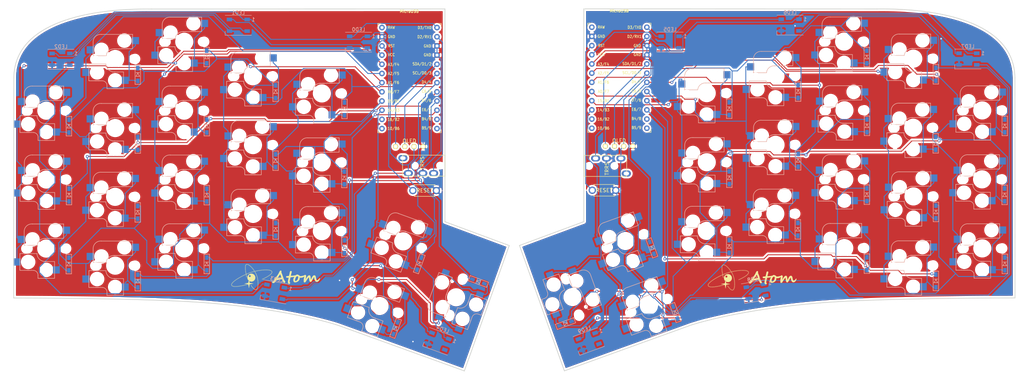
<source format=kicad_pcb>
(kicad_pcb (version 20171130) (host pcbnew "(5.1.7)-1")
  (title_block (title atom) (date 2021-01-03) (rev v1.0.0))
  (layers (0 F.Cu signal) (31 B.Cu signal) (34 B.Paste user) (35 F.Paste user) (36 B.SilkS user) (37 F.SilkS user) (38 B.Mask user) (39 F.Mask user) (44 Edge.Cuts user))
  (net 0 "")
  (net 1 "Net-(D0-Pad2)")
  (net 2 row0)
  (net 3 "Net-(D1-Pad2)")
  (net 4 "Net-(D2-Pad2)")
  (net 5 "Net-(D3-Pad2)")
  (net 6 "Net-(D4-Pad2)")
  (net 7 "Net-(D5-Pad2)")
  (net 8 "Net-(D6-Pad2)")
  (net 9 row1)
  (net 10 "Net-(D7-Pad2)")
  (net 11 "Net-(D8-Pad2)")
  (net 12 "Net-(D9-Pad2)")
  (net 13 "Net-(D10-Pad2)")
  (net 14 "Net-(D11-Pad2)")
  (net 15 row2)
  (net 16 "Net-(D12-Pad2)")
  (net 17 "Net-(D13-Pad2)")
  (net 18 "Net-(D14-Pad2)")
  (net 19 "Net-(D15-Pad2)")
  (net 20 "Net-(D16-Pad2)")
  (net 21 "Net-(D17-Pad2)")
  (net 22 row3)
  (net 23 "Net-(D18-Pad2)")
  (net 24 "Net-(D19-Pad2)")
  (net 25 "Net-(D20-Pad2)")
  (net 26 row0_r)
  (net 27 "Net-(D21-Pad2)")
  (net 28 "Net-(D22-Pad2)")
  (net 29 "Net-(D23-Pad2)")
  (net 30 "Net-(D24-Pad2)")
  (net 31 "Net-(D25-Pad2)")
  (net 32 "Net-(D26-Pad2)")
  (net 33 row1_r)
  (net 34 "Net-(D27-Pad2)")
  (net 35 "Net-(D28-Pad2)")
  (net 36 "Net-(D29-Pad2)")
  (net 37 "Net-(D30-Pad2)")
  (net 38 "Net-(D31-Pad2)")
  (net 39 row2_r)
  (net 40 "Net-(D32-Pad2)")
  (net 41 "Net-(D33-Pad2)")
  (net 42 "Net-(D34-Pad2)")
  (net 43 "Net-(D35-Pad2)")
  (net 44 "Net-(D36-Pad2)")
  (net 45 "Net-(D37-Pad2)")
  (net 46 row3_r)
  (net 47 "Net-(D38-Pad2)")
  (net 48 "Net-(D39-Pad2)")
  (net 49 "Net-(J0-PadA)")
  (net 50 VCC)
  (net 51 GND)
  (net 52 data)
  (net 53 data_r)
  (net 54 GNDA)
  (net 55 VDD)
  (net 56 "Net-(J1-PadA)")
  (net 57 "Net-(LED0-Pad2)")
  (net 58 LED)
  (net 59 "Net-(LED1-Pad2)")
  (net 60 "Net-(LED2-Pad2)")
  (net 61 "Net-(LED3-Pad2)")
  (net 62 "Net-(LED4-Pad2)")
  (net 63 LED_r)
  (net 64 "Net-(LED5-Pad2)")
  (net 65 "Net-(LED6-Pad2)")
  (net 66 "Net-(LED7-Pad2)")
  (net 67 "Net-(LED8-Pad2)")
  (net 68 "Net-(LED9-Pad2)")
  (net 69 SCL)
  (net 70 SDA)
  (net 71 SDA_r)
  (net 72 SCL_r)
  (net 73 reset)
  (net 74 reset_r)
  (net 75 col0)
  (net 76 col1)
  (net 77 col2)
  (net 78 col3)
  (net 79 col4)
  (net 80 col5)
  (net 81 col0_r)
  (net 82 col1_r)
  (net 83 col2_r)
  (net 84 col3_r)
  (net 85 col4_r)
  (net 86 col5_r)
  (net 87 "Net-(U0-Pad11)")
  (net 88 "Net-(U0-Pad12)")
  (net 89 "Net-(U0-Pad13)")
  (net 90 "Net-(U0-Pad14)")
  (net 91 "Net-(U0-Pad24)")
  (net 92 "Net-(U1-Pad24)")
  (net 93 "Net-(U1-Pad14)")
  (net 94 "Net-(U1-Pad13)")
  (net 95 "Net-(U1-Pad12)")
  (net 96 "Net-(U1-Pad11)")
  (module atom:atom-logo (layer F.Cu) (at 223.2914 92.329)
    (fp_text reference G*** hide)
    (fp_text value LOGO hide)
  )
  (module atom:atom-logo (layer F.Cu) (at 91.4654 92.202)
    (fp_text reference G*** hide)
    (fp_text value LOGO hide)
  )
  (module atom:D3_SMD (layer F.Cu) (at 34.3027 50.4825 270)
    (fp_text reference D0 hide)
    (fp_text value D hide)
    (pad 2 smd rect (at 1.775 0 270) (size 1.3 0.95) (layers B.Cu B.Paste B.Mask) (net 1 "Net-(D0-Pad2)"))
    (pad 1 smd rect (at -1.775 0 270) (size 1.3 0.95) (layers B.Cu B.Paste B.Mask) (net 2 row0))
  )
  (module atom:D3_SMD (layer F.Cu) (at 53.3527 36.195 270)
    (fp_text reference D1 hide)
    (fp_text value D hide)
    (pad 1 smd rect (at -1.775 0 270) (size 1.3 0.95) (layers B.Cu B.Paste B.Mask) (net 2 row0))
    (pad 2 smd rect (at 1.775 0 270) (size 1.3 0.95) (layers B.Cu B.Paste B.Mask) (net 3 "Net-(D1-Pad2)"))
  )
  (module atom:D3_SMD (layer F.Cu) (at 72.4154 31.3436 270)
    (fp_text reference D2 hide)
    (fp_text value D hide)
    (pad 1 smd rect (at -1.775 0 270) (size 1.3 0.95) (layers B.Cu B.Paste B.Mask) (net 2 row0))
    (pad 2 smd rect (at 1.775 0 270) (size 1.3 0.95) (layers B.Cu B.Paste B.Mask) (net 4 "Net-(D2-Pad2)"))
  )
  (module atom:D3_SMD (layer F.Cu) (at 91.4781 40.9448 270)
    (fp_text reference D3 hide)
    (fp_text value D hide)
    (pad 2 smd rect (at 1.775 0 270) (size 1.3 0.95) (layers B.Cu B.Paste B.Mask) (net 5 "Net-(D3-Pad2)"))
    (pad 1 smd rect (at -1.775 0 270) (size 1.3 0.95) (layers B.Cu B.Paste B.Mask) (net 2 row0))
  )
  (module atom:D3_SMD (layer F.Cu) (at 110.528 45.6946 270)
    (fp_text reference D4 hide)
    (fp_text value D hide)
    (pad 1 smd rect (at -1.775 0 270) (size 1.3 0.95) (layers B.Cu B.Paste B.Mask) (net 2 row0))
    (pad 2 smd rect (at 1.775 0 270) (size 1.3 0.95) (layers B.Cu B.Paste B.Mask) (net 6 "Net-(D4-Pad2)"))
  )
  (module atom:D3_SMD (layer F.Cu) (at 131.204 88.5317 250)
    (fp_text reference D5 hide)
    (fp_text value D hide)
    (pad 1 smd rect (at -1.775 0 250) (size 1.3 0.95) (layers B.Cu B.Paste B.Mask) (net 2 row0))
    (pad 2 smd rect (at 1.775 0 250) (size 1.3 0.95) (layers B.Cu B.Paste B.Mask) (net 7 "Net-(D5-Pad2)"))
  )
  (module atom:D3_SMD (layer F.Cu) (at 34.3281 69.5325 270)
    (fp_text reference D6 hide)
    (fp_text value D hide)
    (pad 2 smd rect (at 1.775 0 270) (size 1.3 0.95) (layers B.Cu B.Paste B.Mask) (net 8 "Net-(D6-Pad2)"))
    (pad 1 smd rect (at -1.775 0 270) (size 1.3 0.95) (layers B.Cu B.Paste B.Mask) (net 9 row1))
  )
  (module atom:D3_SMD (layer F.Cu) (at 53.3527 55.2831 270)
    (fp_text reference D7 hide)
    (fp_text value D hide)
    (pad 2 smd rect (at 1.775 0 270) (size 1.3 0.95) (layers B.Cu B.Paste B.Mask) (net 10 "Net-(D7-Pad2)"))
    (pad 1 smd rect (at -1.775 0 270) (size 1.3 0.95) (layers B.Cu B.Paste B.Mask) (net 9 row1))
  )
  (module atom:D3_SMD (layer F.Cu) (at 72.4408 50.4698 270)
    (fp_text reference D8 hide)
    (fp_text value D hide)
    (pad 2 smd rect (at 1.775 0 270) (size 1.3 0.95) (layers B.Cu B.Paste B.Mask) (net 11 "Net-(D8-Pad2)"))
    (pad 1 smd rect (at -1.775 0 270) (size 1.3 0.95) (layers B.Cu B.Paste B.Mask) (net 9 row1))
  )
  (module atom:D3_SMD (layer F.Cu) (at 91.4654 60.0202 270)
    (fp_text reference D9 hide)
    (fp_text value D hide)
    (pad 2 smd rect (at 1.775 0 270) (size 1.3 0.95) (layers B.Cu B.Paste B.Mask) (net 12 "Net-(D9-Pad2)"))
    (pad 1 smd rect (at -1.775 0 270) (size 1.3 0.95) (layers B.Cu B.Paste B.Mask) (net 9 row1))
  )
  (module atom:D3_SMD (layer F.Cu) (at 110.477 64.7954 270)
    (fp_text reference D10 hide)
    (fp_text value D hide)
    (pad 2 smd rect (at 1.775 0 270) (size 1.3 0.95) (layers B.Cu B.Paste B.Mask) (net 13 "Net-(D10-Pad2)"))
    (pad 1 smd rect (at -1.775 0 270) (size 1.3 0.95) (layers B.Cu B.Paste B.Mask) (net 9 row1))
  )
  (module atom:D3_SMD (layer F.Cu) (at 124.663 106.375 250)
    (fp_text reference D11 hide)
    (fp_text value D hide)
    (pad 1 smd rect (at -1.775 0 250) (size 1.3 0.95) (layers B.Cu B.Paste B.Mask) (net 9 row1))
    (pad 2 smd rect (at 1.775 0 250) (size 1.3 0.95) (layers B.Cu B.Paste B.Mask) (net 14 "Net-(D11-Pad2)"))
  )
  (module atom:D3_SMD (layer F.Cu) (at 34.2646 88.6206 270)
    (fp_text reference D12 hide)
    (fp_text value D hide)
    (pad 1 smd rect (at -1.775 0 270) (size 1.3 0.95) (layers B.Cu B.Paste B.Mask) (net 15 row2))
    (pad 2 smd rect (at 1.775 0 270) (size 1.3 0.95) (layers B.Cu B.Paste B.Mask) (net 16 "Net-(D12-Pad2)"))
  )
  (module atom:D3_SMD (layer F.Cu) (at 53.3273 74.3204 270)
    (fp_text reference D13 hide)
    (fp_text value D hide)
    (pad 2 smd rect (at 1.775 0 270) (size 1.3 0.95) (layers B.Cu B.Paste B.Mask) (net 17 "Net-(D13-Pad2)"))
    (pad 1 smd rect (at -1.775 0 270) (size 1.3 0.95) (layers B.Cu B.Paste B.Mask) (net 15 row2))
  )
  (module atom:D3_SMD (layer F.Cu) (at 72.4281 69.5579 270)
    (fp_text reference D14 hide)
    (fp_text value D hide)
    (pad 1 smd rect (at -1.775 0 270) (size 1.3 0.95) (layers B.Cu B.Paste B.Mask) (net 15 row2))
    (pad 2 smd rect (at 1.775 0 270) (size 1.3 0.95) (layers B.Cu B.Paste B.Mask) (net 18 "Net-(D14-Pad2)"))
  )
  (module atom:D3_SMD (layer F.Cu) (at 91.4908 79.0448 270)
    (fp_text reference D15 hide)
    (fp_text value D hide)
    (pad 1 smd rect (at -1.775 0 270) (size 1.3 0.95) (layers B.Cu B.Paste B.Mask) (net 15 row2))
    (pad 2 smd rect (at 1.775 0 270) (size 1.3 0.95) (layers B.Cu B.Paste B.Mask) (net 19 "Net-(D15-Pad2)"))
  )
  (module atom:D3_SMD (layer F.Cu) (at 110.528 83.82 270)
    (fp_text reference D16 hide)
    (fp_text value D hide)
    (pad 1 smd rect (at -1.775 0 270) (size 1.3 0.95) (layers B.Cu B.Paste B.Mask) (net 15 row2))
    (pad 2 smd rect (at 1.775 0 270) (size 1.3 0.95) (layers B.Cu B.Paste B.Mask) (net 20 "Net-(D16-Pad2)"))
  )
  (module atom:D3_SMD (layer F.Cu) (at 147.561 93.4339 340)
    (fp_text reference D17 hide)
    (fp_text value D hide)
    (pad 2 smd rect (at 1.775 0 340) (size 1.3 0.95) (layers B.Cu B.Paste B.Mask) (net 21 "Net-(D17-Pad2)"))
    (pad 1 smd rect (at -1.775 0 340) (size 1.3 0.95) (layers B.Cu B.Paste B.Mask) (net 15 row2))
  )
  (module atom:D3_SMD (layer F.Cu) (at 53.3527 93.3323 270)
    (fp_text reference D18 hide)
    (fp_text value D hide)
    (pad 1 smd rect (at -1.775 0 270) (size 1.3 0.95) (layers B.Cu B.Paste B.Mask) (net 22 row3))
    (pad 2 smd rect (at 1.775 0 270) (size 1.3 0.95) (layers B.Cu B.Paste B.Mask) (net 23 "Net-(D18-Pad2)"))
  )
  (module atom:D3_SMD (layer F.Cu) (at 72.4281 88.5825 270)
    (fp_text reference D19 hide)
    (fp_text value D hide)
    (pad 1 smd rect (at -1.775 0 270) (size 1.3 0.95) (layers B.Cu B.Paste B.Mask) (net 22 row3))
    (pad 2 smd rect (at 1.775 0 270) (size 1.3 0.95) (layers B.Cu B.Paste B.Mask) (net 24 "Net-(D19-Pad2)"))
  )
  (module atom:D3_SMD (layer F.Cu) (at 293.154 50.4063 270)
    (fp_text reference D20 hide)
    (fp_text value D hide)
    (pad 2 smd rect (at 1.775 0 270) (size 1.3 0.95) (layers B.Cu B.Paste B.Mask) (net 25 "Net-(D20-Pad2)"))
    (pad 1 smd rect (at -1.775 0 270) (size 1.3 0.95) (layers B.Cu B.Paste B.Mask) (net 26 row0_r))
  )
  (module atom:D3_SMD (layer F.Cu) (at 274.091 36.1315 270)
    (fp_text reference D21 hide)
    (fp_text value D hide)
    (pad 1 smd rect (at -1.775 0 270) (size 1.3 0.95) (layers B.Cu B.Paste B.Mask) (net 26 row0_r))
    (pad 2 smd rect (at 1.775 0 270) (size 1.3 0.95) (layers B.Cu B.Paste B.Mask) (net 27 "Net-(D21-Pad2)"))
  )
  (module atom:D3_SMD (layer F.Cu) (at 254.991 31.3563 270)
    (fp_text reference D22 hide)
    (fp_text value D hide)
    (pad 2 smd rect (at 1.775 0 270) (size 1.3 0.95) (layers B.Cu B.Paste B.Mask) (net 28 "Net-(D22-Pad2)"))
    (pad 1 smd rect (at -1.775 0 270) (size 1.3 0.95) (layers B.Cu B.Paste B.Mask) (net 26 row0_r))
  )
  (module atom:D3_SMD (layer F.Cu) (at 236.004 40.9067 270)
    (fp_text reference D23 hide)
    (fp_text value D hide)
    (pad 1 smd rect (at -1.775 0 270) (size 1.3 0.95) (layers B.Cu B.Paste B.Mask) (net 26 row0_r))
    (pad 2 smd rect (at 1.775 0 270) (size 1.3 0.95) (layers B.Cu B.Paste B.Mask) (net 29 "Net-(D23-Pad2)"))
  )
  (module atom:D3_SMD (layer F.Cu) (at 216.941 45.6438 270)
    (fp_text reference D24 hide)
    (fp_text value D hide)
    (pad 2 smd rect (at 1.775 0 270) (size 1.3 0.95) (layers B.Cu B.Paste B.Mask) (net 30 "Net-(D24-Pad2)"))
    (pad 1 smd rect (at -1.775 0 270) (size 1.3 0.95) (layers B.Cu B.Paste B.Mask) (net 26 row0_r))
  )
  (module atom:D3_SMD (layer F.Cu) (at 195.555 84.1502 290)
    (fp_text reference D25 hide)
    (fp_text value D hide)
    (pad 2 smd rect (at 1.775 0 290) (size 1.3 0.95) (layers B.Cu B.Paste B.Mask) (net 31 "Net-(D25-Pad2)"))
    (pad 1 smd rect (at -1.775 0 290) (size 1.3 0.95) (layers B.Cu B.Paste B.Mask) (net 26 row0_r))
  )
  (module atom:D3_SMD (layer F.Cu) (at 293.116 69.4817 270)
    (fp_text reference D26 hide)
    (fp_text value D hide)
    (pad 2 smd rect (at 1.775 0 270) (size 1.3 0.95) (layers B.Cu B.Paste B.Mask) (net 32 "Net-(D26-Pad2)"))
    (pad 1 smd rect (at -1.775 0 270) (size 1.3 0.95) (layers B.Cu B.Paste B.Mask) (net 33 row1_r))
  )
  (module atom:D3_SMD (layer F.Cu) (at 274.053 55.2323 270)
    (fp_text reference D27 hide)
    (fp_text value D hide)
    (pad 2 smd rect (at 1.775 0 270) (size 1.3 0.95) (layers B.Cu B.Paste B.Mask) (net 34 "Net-(D27-Pad2)"))
    (pad 1 smd rect (at -1.775 0 270) (size 1.3 0.95) (layers B.Cu B.Paste B.Mask) (net 33 row1_r))
  )
  (module atom:D3_SMD (layer F.Cu) (at 255.041 50.3809 270)
    (fp_text reference D28 hide)
    (fp_text value D hide)
    (pad 1 smd rect (at -1.775 0 270) (size 1.3 0.95) (layers B.Cu B.Paste B.Mask) (net 33 row1_r))
    (pad 2 smd rect (at 1.775 0 270) (size 1.3 0.95) (layers B.Cu B.Paste B.Mask) (net 35 "Net-(D28-Pad2)"))
  )
  (module atom:D3_SMD (layer F.Cu) (at 236.004 59.944 270)
    (fp_text reference D29 hide)
    (fp_text value D hide)
    (pad 2 smd rect (at 1.775 0 270) (size 1.3 0.95) (layers B.Cu B.Paste B.Mask) (net 36 "Net-(D29-Pad2)"))
    (pad 1 smd rect (at -1.775 0 270) (size 1.3 0.95) (layers B.Cu B.Paste B.Mask) (net 33 row1_r))
  )
  (module atom:D3_SMD (layer F.Cu) (at 216.967 64.7446 270)
    (fp_text reference D30 hide)
    (fp_text value D hide)
    (pad 2 smd rect (at 1.775 0 270) (size 1.3 0.95) (layers B.Cu B.Paste B.Mask) (net 37 "Net-(D30-Pad2)"))
    (pad 1 smd rect (at -1.775 0 270) (size 1.3 0.95) (layers B.Cu B.Paste B.Mask) (net 33 row1_r))
  )
  (module atom:D3_SMD (layer F.Cu) (at 202.044 102.044 290)
    (fp_text reference D31 hide)
    (fp_text value D hide)
    (pad 1 smd rect (at -1.775 0 290) (size 1.3 0.95) (layers B.Cu B.Paste B.Mask) (net 33 row1_r))
    (pad 2 smd rect (at 1.775 0 290) (size 1.3 0.95) (layers B.Cu B.Paste B.Mask) (net 38 "Net-(D31-Pad2)"))
  )
  (module atom:D3_SMD (layer F.Cu) (at 293.167 88.5698 270)
    (fp_text reference D32 hide)
    (fp_text value D hide)
    (pad 1 smd rect (at -1.775 0 270) (size 1.3 0.95) (layers B.Cu B.Paste B.Mask) (net 39 row2_r))
    (pad 2 smd rect (at 1.775 0 270) (size 1.3 0.95) (layers B.Cu B.Paste B.Mask) (net 40 "Net-(D32-Pad2)"))
  )
  (module atom:D3_SMD (layer F.Cu) (at 274.117 74.2061 270)
    (fp_text reference D33 hide)
    (fp_text value D hide)
    (pad 2 smd rect (at 1.775 0 270) (size 1.3 0.95) (layers B.Cu B.Paste B.Mask) (net 41 "Net-(D33-Pad2)"))
    (pad 1 smd rect (at -1.775 0 270) (size 1.3 0.95) (layers B.Cu B.Paste B.Mask) (net 39 row2_r))
  )
  (module atom:D3_SMD (layer F.Cu) (at 255.003 69.4309 270)
    (fp_text reference D34 hide)
    (fp_text value D hide)
    (pad 1 smd rect (at -1.775 0 270) (size 1.3 0.95) (layers B.Cu B.Paste B.Mask) (net 39 row2_r))
    (pad 2 smd rect (at 1.775 0 270) (size 1.3 0.95) (layers B.Cu B.Paste B.Mask) (net 42 "Net-(D34-Pad2)"))
  )
  (module atom:D3_SMD (layer F.Cu) (at 235.915 79.0067 270)
    (fp_text reference D35 hide)
    (fp_text value D hide)
    (pad 2 smd rect (at 1.775 0 270) (size 1.3 0.95) (layers B.Cu B.Paste B.Mask) (net 43 "Net-(D35-Pad2)"))
    (pad 1 smd rect (at -1.775 0 270) (size 1.3 0.95) (layers B.Cu B.Paste B.Mask) (net 39 row2_r))
  )
  (module atom:D3_SMD (layer F.Cu) (at 216.929 83.7565 270)
    (fp_text reference D36 hide)
    (fp_text value D hide)
    (pad 1 smd rect (at -1.775 0 270) (size 1.3 0.95) (layers B.Cu B.Paste B.Mask) (net 39 row2_r))
    (pad 2 smd rect (at 1.775 0 270) (size 1.3 0.95) (layers B.Cu B.Paste B.Mask) (net 44 "Net-(D36-Pad2)"))
  )
  (module atom:D3_SMD (layer F.Cu) (at 171.666 105.08 200)
    (fp_text reference D37 hide)
    (fp_text value D hide)
    (pad 2 smd rect (at 1.775 0 200) (size 1.3 0.95) (layers B.Cu B.Paste B.Mask) (net 45 "Net-(D37-Pad2)"))
    (pad 1 smd rect (at -1.775 0 200) (size 1.3 0.95) (layers B.Cu B.Paste B.Mask) (net 39 row2_r))
  )
  (module atom:D3_SMD (layer F.Cu) (at 274.104 93.2815 270)
    (fp_text reference D38 hide)
    (fp_text value D hide)
    (pad 1 smd rect (at -1.775 0 270) (size 1.3 0.95) (layers B.Cu B.Paste B.Mask) (net 46 row3_r))
    (pad 2 smd rect (at 1.775 0 270) (size 1.3 0.95) (layers B.Cu B.Paste B.Mask) (net 47 "Net-(D38-Pad2)"))
  )
  (module atom:D3_SMD (layer F.Cu) (at 255.016 88.5063 270)
    (fp_text reference D39 hide)
    (fp_text value D hide)
    (pad 1 smd rect (at -1.775 0 270) (size 1.3 0.95) (layers B.Cu B.Paste B.Mask) (net 46 row3_r))
    (pad 2 smd rect (at 1.775 0 270) (size 1.3 0.95) (layers B.Cu B.Paste B.Mask) (net 48 "Net-(D39-Pad2)"))
  )
  (module atom:MJ-4PP-9_1side (layer F.Cu) (at 138.481 61.4045 270)
    (fp_text reference J0)
    (fp_text value MJ-4PP-9 hide)
    (fp_text user TRRS (at -0.75 6.45 90) (layer F.SilkS))
    (pad A thru_hole oval (at -2.1 11.8 270) (size 1.7 2.5) (drill oval 1 1.5) (layers *.Cu B.Mask) (net 49 "Net-(J0-PadA)") (clearance 0.15))
    (pad D thru_hole oval (at 2.1 10.3 270) (size 1.7 2.5) (drill oval 1 1.5) (layers *.Cu B.Mask) (net 50 VCC) (clearance 0.15))
    (pad C thru_hole oval (at 2.1 6.3 270) (size 1.7 2.5) (drill oval 1 1.5) (layers *.Cu B.Mask) (net 51 GND))
    (pad B thru_hole oval (at 2.1 3.3 270) (size 1.7 2.5) (drill oval 1 1.5) (layers *.Cu B.Mask) (net 52 data))
    (pad "" np_thru_hole circle (at 0 8.5 270) (size 1.2 1.2) (drill 1.2) (layers *.Cu *.Mask))
    (pad "" np_thru_hole circle (at 0 1.5 270) (size 1.2 1.2) (drill 1.2) (layers *.Cu *.Mask))
  )
  (module atom:MJ-4PP-9_1side (layer F.Cu) (at 176.682 61.4807 90)
    (fp_text reference J1)
    (fp_text value MJ-4PP-9 hide)
    (fp_text user TRRS (at -0.75 6.45 90) (layer F.SilkS))
    (pad "" np_thru_hole circle (at 0 1.5 90) (size 1.2 1.2) (drill 1.2) (layers *.Cu *.Mask))
    (pad "" np_thru_hole circle (at 0 8.5 90) (size 1.2 1.2) (drill 1.2) (layers *.Cu *.Mask))
    (pad B thru_hole oval (at 2.1 3.3 90) (size 1.7 2.5) (drill oval 1 1.5) (layers *.Cu B.Mask) (net 53 data_r))
    (pad C thru_hole oval (at 2.1 6.3 90) (size 1.7 2.5) (drill oval 1 1.5) (layers *.Cu B.Mask) (net 54 GNDA))
    (pad D thru_hole oval (at 2.1 10.3 90) (size 1.7 2.5) (drill oval 1 1.5) (layers *.Cu B.Mask) (net 55 VDD) (clearance 0.15))
    (pad A thru_hole oval (at -2.1 11.8 90) (size 1.7 2.5) (drill oval 1 1.5) (layers *.Cu B.Mask) (net 56 "Net-(J1-PadA)") (clearance 0.15))
  )
  (module LED_SMD:LED_WS2812B_PLCC4_5.0x5.0mm_P3.2mm (layer B.Cu) (at 114.402 27.2415 180)
    (fp_text reference LED0 (at 0 3.5) (layer B.SilkS) (effects (justify mirror)))
    (fp_text value WS2812B)
    (fp_text user 1 (at -4.15 1.6) (layer B.SilkS) (effects (justify mirror)))
    (pad 1 smd rect (at -2.45 1.6 180) (size 1.5 1) (layers B.Cu B.Paste B.Mask) (net 50 VCC))
    (pad 2 smd rect (at -2.45 -1.6 180) (size 1.5 1) (layers B.Cu B.Paste B.Mask) (net 57 "Net-(LED0-Pad2)"))
    (pad 4 smd rect (at 2.45 1.6 180) (size 1.5 1) (layers B.Cu B.Paste B.Mask) (net 58 LED))
    (pad 3 smd rect (at 2.45 -1.6 180) (size 1.5 1) (layers B.Cu B.Paste B.Mask) (net 51 GND))
  )
  (module LED_SMD:LED_WS2812B_PLCC4_5.0x5.0mm_P3.2mm (layer B.Cu) (at 81.153 22.5806 180)
    (fp_text reference LED1 (at 0 3.5) (layer B.SilkS) (effects (justify mirror)))
    (fp_text value WS2812B)
    (fp_text user 1 (at -4.15 1.6) (layer B.SilkS) (effects (justify mirror)))
    (pad 3 smd rect (at 2.45 -1.6 180) (size 1.5 1) (layers B.Cu B.Paste B.Mask) (net 51 GND))
    (pad 4 smd rect (at 2.45 1.6 180) (size 1.5 1) (layers B.Cu B.Paste B.Mask) (net 57 "Net-(LED0-Pad2)"))
    (pad 2 smd rect (at -2.45 -1.6 180) (size 1.5 1) (layers B.Cu B.Paste B.Mask) (net 59 "Net-(LED1-Pad2)"))
    (pad 1 smd rect (at -2.45 1.6 180) (size 1.5 1) (layers B.Cu B.Paste B.Mask) (net 50 VCC))
  )
  (module LED_SMD:LED_WS2812B_PLCC4_5.0x5.0mm_P3.2mm (layer B.Cu) (at 32.1056 31.9786 180)
    (fp_text reference LED2 (at 0 3.5) (layer B.SilkS) (effects (justify mirror)))
    (fp_text value WS2812B)
    (fp_text user 1 (at -4.15 1.6) (layer B.SilkS) (effects (justify mirror)))
    (pad 3 smd rect (at 2.45 -1.6 180) (size 1.5 1) (layers B.Cu B.Paste B.Mask) (net 51 GND))
    (pad 4 smd rect (at 2.45 1.6 180) (size 1.5 1) (layers B.Cu B.Paste B.Mask) (net 59 "Net-(LED1-Pad2)"))
    (pad 2 smd rect (at -2.45 -1.6 180) (size 1.5 1) (layers B.Cu B.Paste B.Mask) (net 60 "Net-(LED2-Pad2)"))
    (pad 1 smd rect (at -2.45 1.6 180) (size 1.5 1) (layers B.Cu B.Paste B.Mask) (net 50 VCC))
  )
  (module LED_SMD:LED_WS2812B_PLCC4_5.0x5.0mm_P3.2mm (layer B.Cu) (at 91.2114 96.3041 170)
    (fp_text reference LED3 (at 0 3.5 -10) (layer B.SilkS) (effects (justify mirror)))
    (fp_text value WS2812B)
    (fp_text user 1 (at -4.15 1.599999 -10) (layer B.SilkS) (effects (justify mirror)))
    (pad 3 smd rect (at 2.45 -1.6 170) (size 1.5 1) (layers B.Cu B.Paste B.Mask) (net 51 GND))
    (pad 4 smd rect (at 2.45 1.6 170) (size 1.5 1) (layers B.Cu B.Paste B.Mask) (net 60 "Net-(LED2-Pad2)"))
    (pad 2 smd rect (at -2.45 -1.6 170) (size 1.5 1) (layers B.Cu B.Paste B.Mask) (net 61 "Net-(LED3-Pad2)"))
    (pad 1 smd rect (at -2.45 1.6 170) (size 1.5 1) (layers B.Cu B.Paste B.Mask) (net 50 VCC))
  )
  (module LED_SMD:LED_WS2812B_PLCC4_5.0x5.0mm_P3.2mm (layer B.Cu) (at 136.512 109.995 160)
    (fp_text reference LED4 (at 0.000001 3.500001 -20) (layer B.SilkS) (effects (justify mirror)))
    (fp_text value WS2812B)
    (fp_text user 1 (at -4.15 1.600001 -20) (layer B.SilkS) (effects (justify mirror)))
    (pad 1 smd rect (at -2.45 1.6 160) (size 1.5 1) (layers B.Cu B.Paste B.Mask) (net 50 VCC))
    (pad 2 smd rect (at -2.45 -1.6 160) (size 1.5 1) (layers B.Cu B.Paste B.Mask) (net 62 "Net-(LED4-Pad2)"))
    (pad 4 smd rect (at 2.45 1.6 160) (size 1.5 1) (layers B.Cu B.Paste B.Mask) (net 61 "Net-(LED3-Pad2)"))
    (pad 3 smd rect (at 2.45 -1.6 160) (size 1.5 1) (layers B.Cu B.Paste B.Mask) (net 51 GND))
  )
  (module LED_SMD:LED_WS2812B_PLCC4_5.0x5.0mm_P3.2mm (layer B.Cu) (at 200.584 27.2161 180)
    (fp_text reference LED5 (at 0 3.5) (layer B.SilkS) (effects (justify mirror)))
    (fp_text value WS2812B)
    (fp_text user 1 (at -4.15 1.6) (layer B.SilkS) (effects (justify mirror)))
    (pad 3 smd rect (at 2.45 -1.6 180) (size 1.5 1) (layers B.Cu B.Paste B.Mask) (net 54 GNDA))
    (pad 4 smd rect (at 2.45 1.6 180) (size 1.5 1) (layers B.Cu B.Paste B.Mask) (net 63 LED_r))
    (pad 2 smd rect (at -2.45 -1.6 180) (size 1.5 1) (layers B.Cu B.Paste B.Mask) (net 64 "Net-(LED5-Pad2)"))
    (pad 1 smd rect (at -2.45 1.6 180) (size 1.5 1) (layers B.Cu B.Paste B.Mask) (net 55 VDD))
  )
  (module LED_SMD:LED_WS2812B_PLCC4_5.0x5.0mm_P3.2mm (layer B.Cu) (at 233.782 22.5171 180)
    (fp_text reference LED6 (at 0 3.5) (layer B.SilkS) (effects (justify mirror)))
    (fp_text value WS2812B)
    (fp_text user 1 (at -4.15 1.6) (layer B.SilkS) (effects (justify mirror)))
    (pad 3 smd rect (at 2.45 -1.6 180) (size 1.5 1) (layers B.Cu B.Paste B.Mask) (net 54 GNDA))
    (pad 4 smd rect (at 2.45 1.6 180) (size 1.5 1) (layers B.Cu B.Paste B.Mask) (net 64 "Net-(LED5-Pad2)"))
    (pad 2 smd rect (at -2.45 -1.6 180) (size 1.5 1) (layers B.Cu B.Paste B.Mask) (net 65 "Net-(LED6-Pad2)"))
    (pad 1 smd rect (at -2.45 1.6 180) (size 1.5 1) (layers B.Cu B.Paste B.Mask) (net 55 VDD))
  )
  (module LED_SMD:LED_WS2812B_PLCC4_5.0x5.0mm_P3.2mm (layer B.Cu) (at 282.956 31.9151 180)
    (fp_text reference LED7 (at 0 3.5) (layer B.SilkS) (effects (justify mirror)))
    (fp_text value WS2812B)
    (fp_text user 1 (at -4.15 1.6) (layer B.SilkS) (effects (justify mirror)))
    (pad 1 smd rect (at -2.45 1.6 180) (size 1.5 1) (layers B.Cu B.Paste B.Mask) (net 55 VDD))
    (pad 2 smd rect (at -2.45 -1.6 180) (size 1.5 1) (layers B.Cu B.Paste B.Mask) (net 66 "Net-(LED7-Pad2)"))
    (pad 4 smd rect (at 2.45 1.6 180) (size 1.5 1) (layers B.Cu B.Paste B.Mask) (net 65 "Net-(LED6-Pad2)"))
    (pad 3 smd rect (at 2.45 -1.6 180) (size 1.5 1) (layers B.Cu B.Paste B.Mask) (net 54 GNDA))
  )
  (module LED_SMD:LED_WS2812B_PLCC4_5.0x5.0mm_P3.2mm (layer B.Cu) (at 224.346 96.1771 190)
    (fp_text reference LED8 (at 0 3.5 190) (layer B.SilkS) (effects (justify mirror)))
    (fp_text value WS2812B)
    (fp_text user 1 (at -4.15 1.599999 190) (layer B.SilkS) (effects (justify mirror)))
    (pad 3 smd rect (at 2.45 -1.6 190) (size 1.5 1) (layers B.Cu B.Paste B.Mask) (net 54 GNDA))
    (pad 4 smd rect (at 2.45 1.6 190) (size 1.5 1) (layers B.Cu B.Paste B.Mask) (net 66 "Net-(LED7-Pad2)"))
    (pad 2 smd rect (at -2.45 -1.6 190) (size 1.5 1) (layers B.Cu B.Paste B.Mask) (net 67 "Net-(LED8-Pad2)"))
    (pad 1 smd rect (at -2.45 1.6 190) (size 1.5 1) (layers B.Cu B.Paste B.Mask) (net 55 VDD))
  )
  (module LED_SMD:LED_WS2812B_PLCC4_5.0x5.0mm_P3.2mm (layer B.Cu) (at 178.079 110.033 200)
    (fp_text reference LED9 (at -0.000001 3.500001 200) (layer B.SilkS) (effects (justify mirror)))
    (fp_text value WS2812B)
    (fp_text user 1 (at -4.15 1.600001 200) (layer B.SilkS) (effects (justify mirror)))
    (pad 1 smd rect (at -2.45 1.6 200) (size 1.5 1) (layers B.Cu B.Paste B.Mask) (net 55 VDD))
    (pad 2 smd rect (at -2.45 -1.6 200) (size 1.5 1) (layers B.Cu B.Paste B.Mask) (net 68 "Net-(LED9-Pad2)"))
    (pad 4 smd rect (at 2.45 1.6 200) (size 1.5 1) (layers B.Cu B.Paste B.Mask) (net 67 "Net-(LED8-Pad2)"))
    (pad 3 smd rect (at 2.45 -1.6 200) (size 1.5 1) (layers B.Cu B.Paste B.Mask) (net 54 GNDA))
  )
  (module atom:OLED_v2 (layer F.Cu) (at 128.473 56.1086)
    (fp_text reference OL0)
    (fp_text value OLED hide)
    (fp_text user OLED (at 0 -1.55) (layer F.SilkS))
    (pad 4 thru_hole circle (at 3.81 0) (size 1.397 1.397) (drill 0.8128) (layers *.Cu F.SilkS B.Mask) (net 51 GND))
    (pad 3 thru_hole circle (at 1.27 0) (size 1.397 1.397) (drill 0.8128) (layers *.Cu F.SilkS B.Mask) (net 50 VCC))
    (pad 2 thru_hole circle (at -1.27 0) (size 1.397 1.397) (drill 0.8128) (layers *.Cu F.SilkS B.Mask) (net 69 SCL))
    (pad 1 thru_hole circle (at -3.81 0) (size 1.397 1.397) (drill 0.8128) (layers *.Cu F.SilkS B.Mask) (net 70 SDA))
  )
  (module atom:OLED_v2 (layer F.Cu) (at 186.487 56.0197)
    (fp_text reference OL1)
    (fp_text value OLED hide)
    (fp_text user OLED (at 0 -1.55) (layer F.SilkS))
    (pad 1 thru_hole circle (at -3.81 0) (size 1.397 1.397) (drill 0.8128) (layers *.Cu F.SilkS B.Mask) (net 71 SDA_r))
    (pad 2 thru_hole circle (at -1.27 0) (size 1.397 1.397) (drill 0.8128) (layers *.Cu F.SilkS B.Mask) (net 72 SCL_r))
    (pad 3 thru_hole circle (at 1.27 0) (size 1.397 1.397) (drill 0.8128) (layers *.Cu F.SilkS B.Mask) (net 55 VDD))
    (pad 4 thru_hole circle (at 3.81 0) (size 1.397 1.397) (drill 0.8128) (layers *.Cu F.SilkS B.Mask) (net 54 GNDA))
  )
  (module atom:ResetSW_1side (layer F.Cu) (at 132.69 68.2879 180)
    (fp_text reference RSSW0 hide)
    (fp_text value SW_PUSH)
    (fp_text user RESET (at 0 0) (layer F.SilkS))
    (pad 2 thru_hole circle (at -3.25 0 180) (size 2 2) (drill 1.3) (layers *.Cu B.Mask) (net 51 GND))
    (pad 1 thru_hole circle (at 3.25 0 180) (size 2 2) (drill 1.3) (layers *.Cu B.Mask) (net 73 reset))
  )
  (module atom:ResetSW_1side (layer F.Cu) (at 182.321 68.2117 180)
    (fp_text reference RSSW1 hide)
    (fp_text value SW_PUSH)
    (fp_text user RESET (at 0 0) (layer F.SilkS))
    (pad 1 thru_hole circle (at 3.25 0 180) (size 2 2) (drill 1.3) (layers *.Cu B.Mask) (net 74 reset_r))
    (pad 2 thru_hole circle (at -3.25 0 180) (size 2 2) (drill 1.3) (layers *.Cu B.Mask) (net 54 GNDA))
  )
  (module atom:CherryMX_Choc_Hotswap (layer F.Cu) (at 28.0543 46.2026)
    (fp_text reference SW0 hide)
    (fp_text value SW_PUSH hide)
    (pad 2 smd rect (at 5.6 -5.08 180) (size 2 2) (layers B.Cu B.Paste B.Mask) (net 1 "Net-(D0-Pad2)"))
    (pad "" np_thru_hole circle (at -3.81 -2.54 180) (size 3 3) (drill 3) (layers *.Cu *.Mask))
    (pad "" np_thru_hole circle (at -5.08 0) (size 1.7 1.7) (drill 1.7) (layers *.Cu *.Mask))
    (pad "" np_thru_hole circle (at 5.08 0) (size 1.7 1.7) (drill 1.7) (layers *.Cu *.Mask))
    (pad "" np_thru_hole circle (at 5.5 0 90) (size 1.9 1.9) (drill 1.9) (layers *.Cu *.Mask))
    (pad "" np_thru_hole circle (at -5.5 0 90) (size 1.9 1.9) (drill 1.9) (layers *.Cu *.Mask))
    (pad "" np_thru_hole circle (at 0 0 90) (size 4 4) (drill 4) (layers *.Cu *.Mask))
    (pad "" np_thru_hole circle (at 2.54 -5.08 180) (size 3 3) (drill 3) (layers *.Cu *.Mask))
    (pad 1 smd rect (at -6.9 -2.54 180) (size 2 2) (layers B.Cu B.Paste B.Mask) (net 75 col0))
    (pad "" np_thru_hole circle (at 0 5.9 90) (size 3 3) (drill 3) (layers *.Cu *.Mask))
    (pad "" np_thru_hole circle (at -5 3.7 90) (size 3 3) (drill 3) (layers *.Cu *.Mask))
    (pad 2 smd rect (at 2.8 5.9 180) (size 1.9 2) (layers B.Cu B.Paste B.Mask) (net 1 "Net-(D0-Pad2)"))
    (pad 1 smd rect (at -8.1 3.7 180) (size 2 2) (layers B.Cu B.Paste B.Mask) (net 75 col0))
  )
  (module atom:CherryMX_Choc_Hotswap (layer F.Cu) (at 47.1043 31.9024)
    (fp_text reference SW1 hide)
    (fp_text value SW_PUSH hide)
    (pad 2 smd rect (at 5.6 -5.08 180) (size 2 2) (layers B.Cu B.Paste B.Mask) (net 3 "Net-(D1-Pad2)"))
    (pad "" np_thru_hole circle (at -3.81 -2.54 180) (size 3 3) (drill 3) (layers *.Cu *.Mask))
    (pad "" np_thru_hole circle (at -5.08 0) (size 1.7 1.7) (drill 1.7) (layers *.Cu *.Mask))
    (pad "" np_thru_hole circle (at 5.08 0) (size 1.7 1.7) (drill 1.7) (layers *.Cu *.Mask))
    (pad "" np_thru_hole circle (at 5.5 0 90) (size 1.9 1.9) (drill 1.9) (layers *.Cu *.Mask))
    (pad "" np_thru_hole circle (at -5.5 0 90) (size 1.9 1.9) (drill 1.9) (layers *.Cu *.Mask))
    (pad "" np_thru_hole circle (at 0 0 90) (size 4 4) (drill 4) (layers *.Cu *.Mask))
    (pad "" np_thru_hole circle (at 2.54 -5.08 180) (size 3 3) (drill 3) (layers *.Cu *.Mask))
    (pad 1 smd rect (at -6.9 -2.54 180) (size 2 2) (layers B.Cu B.Paste B.Mask) (net 76 col1))
    (pad "" np_thru_hole circle (at 0 5.9 90) (size 3 3) (drill 3) (layers *.Cu *.Mask))
    (pad "" np_thru_hole circle (at -5 3.7 90) (size 3 3) (drill 3) (layers *.Cu *.Mask))
    (pad 2 smd rect (at 2.8 5.9 180) (size 1.9 2) (layers B.Cu B.Paste B.Mask) (net 3 "Net-(D1-Pad2)"))
    (pad 1 smd rect (at -8.1 3.7 180) (size 2 2) (layers B.Cu B.Paste B.Mask) (net 76 col1))
  )
  (module atom:CherryMX_Choc_Hotswap (layer F.Cu) (at 66.2051 27.1399)
    (fp_text reference SW2 hide)
    (fp_text value SW_PUSH hide)
    (pad 2 smd rect (at 5.6 -5.08 180) (size 2 2) (layers B.Cu B.Paste B.Mask) (net 4 "Net-(D2-Pad2)"))
    (pad "" np_thru_hole circle (at -3.81 -2.54 180) (size 3 3) (drill 3) (layers *.Cu *.Mask))
    (pad "" np_thru_hole circle (at -5.08 0) (size 1.7 1.7) (drill 1.7) (layers *.Cu *.Mask))
    (pad "" np_thru_hole circle (at 5.08 0) (size 1.7 1.7) (drill 1.7) (layers *.Cu *.Mask))
    (pad "" np_thru_hole circle (at 5.5 0 90) (size 1.9 1.9) (drill 1.9) (layers *.Cu *.Mask))
    (pad "" np_thru_hole circle (at -5.5 0 90) (size 1.9 1.9) (drill 1.9) (layers *.Cu *.Mask))
    (pad "" np_thru_hole circle (at 0 0 90) (size 4 4) (drill 4) (layers *.Cu *.Mask))
    (pad "" np_thru_hole circle (at 2.54 -5.08 180) (size 3 3) (drill 3) (layers *.Cu *.Mask))
    (pad 1 smd rect (at -6.9 -2.54 180) (size 2 2) (layers B.Cu B.Paste B.Mask) (net 77 col2))
    (pad "" np_thru_hole circle (at 0 5.9 90) (size 3 3) (drill 3) (layers *.Cu *.Mask))
    (pad "" np_thru_hole circle (at -5 3.7 90) (size 3 3) (drill 3) (layers *.Cu *.Mask))
    (pad 2 smd rect (at 2.8 5.9 180) (size 1.9 2) (layers B.Cu B.Paste B.Mask) (net 4 "Net-(D2-Pad2)"))
    (pad 1 smd rect (at -8.1 3.7 180) (size 2 2) (layers B.Cu B.Paste B.Mask) (net 77 col2))
  )
  (module atom:CherryMX_Choc_Hotswap (layer F.Cu) (at 85.2043 36.6776)
    (fp_text reference SW3 hide)
    (fp_text value SW_PUSH hide)
    (pad 2 smd rect (at 5.6 -5.08 180) (size 2 2) (layers B.Cu B.Paste B.Mask) (net 5 "Net-(D3-Pad2)"))
    (pad "" np_thru_hole circle (at -3.81 -2.54 180) (size 3 3) (drill 3) (layers *.Cu *.Mask))
    (pad "" np_thru_hole circle (at -5.08 0) (size 1.7 1.7) (drill 1.7) (layers *.Cu *.Mask))
    (pad "" np_thru_hole circle (at 5.08 0) (size 1.7 1.7) (drill 1.7) (layers *.Cu *.Mask))
    (pad "" np_thru_hole circle (at 5.5 0 90) (size 1.9 1.9) (drill 1.9) (layers *.Cu *.Mask))
    (pad "" np_thru_hole circle (at -5.5 0 90) (size 1.9 1.9) (drill 1.9) (layers *.Cu *.Mask))
    (pad "" np_thru_hole circle (at 0 0 90) (size 4 4) (drill 4) (layers *.Cu *.Mask))
    (pad "" np_thru_hole circle (at 2.54 -5.08 180) (size 3 3) (drill 3) (layers *.Cu *.Mask))
    (pad 1 smd rect (at -6.9 -2.54 180) (size 2 2) (layers B.Cu B.Paste B.Mask) (net 78 col3))
    (pad "" np_thru_hole circle (at 0 5.9 90) (size 3 3) (drill 3) (layers *.Cu *.Mask))
    (pad "" np_thru_hole circle (at -5 3.7 90) (size 3 3) (drill 3) (layers *.Cu *.Mask))
    (pad 2 smd rect (at 2.8 5.9 180) (size 1.9 2) (layers B.Cu B.Paste B.Mask) (net 5 "Net-(D3-Pad2)"))
    (pad 1 smd rect (at -8.1 3.7 180) (size 2 2) (layers B.Cu B.Paste B.Mask) (net 78 col3))
  )
  (module atom:CherryMX_Choc_Hotswap (layer F.Cu) (at 104.267 41.4274)
    (fp_text reference SW4 hide)
    (fp_text value SW_PUSH hide)
    (pad 2 smd rect (at 5.6 -5.08 180) (size 2 2) (layers B.Cu B.Paste B.Mask) (net 6 "Net-(D4-Pad2)"))
    (pad "" np_thru_hole circle (at -3.81 -2.54 180) (size 3 3) (drill 3) (layers *.Cu *.Mask))
    (pad "" np_thru_hole circle (at -5.08 0) (size 1.7 1.7) (drill 1.7) (layers *.Cu *.Mask))
    (pad "" np_thru_hole circle (at 5.08 0) (size 1.7 1.7) (drill 1.7) (layers *.Cu *.Mask))
    (pad "" np_thru_hole circle (at 5.5 0 90) (size 1.9 1.9) (drill 1.9) (layers *.Cu *.Mask))
    (pad "" np_thru_hole circle (at -5.5 0 90) (size 1.9 1.9) (drill 1.9) (layers *.Cu *.Mask))
    (pad "" np_thru_hole circle (at 0 0 90) (size 4 4) (drill 4) (layers *.Cu *.Mask))
    (pad "" np_thru_hole circle (at 2.54 -5.08 180) (size 3 3) (drill 3) (layers *.Cu *.Mask))
    (pad 1 smd rect (at -6.9 -2.54 180) (size 2 2) (layers B.Cu B.Paste B.Mask) (net 79 col4))
    (pad "" np_thru_hole circle (at 0 5.9 90) (size 3 3) (drill 3) (layers *.Cu *.Mask))
    (pad "" np_thru_hole circle (at -5 3.7 90) (size 3 3) (drill 3) (layers *.Cu *.Mask))
    (pad 2 smd rect (at 2.8 5.9 180) (size 1.9 2) (layers B.Cu B.Paste B.Mask) (net 6 "Net-(D4-Pad2)"))
    (pad 1 smd rect (at -8.1 3.7 180) (size 2 2) (layers B.Cu B.Paste B.Mask) (net 79 col4))
  )
  (module atom:CherryMX_Choc_Hotswap (layer F.Cu) (at 126.759 82.3468 340)
    (fp_text reference SW5 hide)
    (fp_text value SW_PUSH hide)
    (pad 1 smd rect (at -8.1 3.7 160) (size 2 2) (layers B.Cu B.Paste B.Mask) (net 80 col5))
    (pad 2 smd rect (at 2.8 5.9 160) (size 1.9 2) (layers B.Cu B.Paste B.Mask) (net 7 "Net-(D5-Pad2)"))
    (pad "" np_thru_hole circle (at -5 3.7 70) (size 3 3) (drill 3) (layers *.Cu *.Mask))
    (pad "" np_thru_hole circle (at 0 5.9 70) (size 3 3) (drill 3) (layers *.Cu *.Mask))
    (pad 1 smd rect (at -6.9 -2.54 160) (size 2 2) (layers B.Cu B.Paste B.Mask) (net 80 col5))
    (pad "" np_thru_hole circle (at 2.54 -5.08 160) (size 3 3) (drill 3) (layers *.Cu *.Mask))
    (pad "" np_thru_hole circle (at 0 0 70) (size 4 4) (drill 4) (layers *.Cu *.Mask))
    (pad "" np_thru_hole circle (at -5.5 0 70) (size 1.9 1.9) (drill 1.9) (layers *.Cu *.Mask))
    (pad "" np_thru_hole circle (at 5.5 0 70) (size 1.9 1.9) (drill 1.9) (layers *.Cu *.Mask))
    (pad "" np_thru_hole circle (at 5.08 0 340) (size 1.7 1.7) (drill 1.7) (layers *.Cu *.Mask))
    (pad "" np_thru_hole circle (at -5.08 0 340) (size 1.7 1.7) (drill 1.7) (layers *.Cu *.Mask))
    (pad "" np_thru_hole circle (at -3.81 -2.54 160) (size 3 3) (drill 3) (layers *.Cu *.Mask))
    (pad 2 smd rect (at 5.6 -5.08 160) (size 2 2) (layers B.Cu B.Paste B.Mask) (net 7 "Net-(D5-Pad2)"))
  )
  (module atom:CherryMX_Choc_Hotswap (layer F.Cu) (at 28.0797 65.2526)
    (fp_text reference SW6 hide)
    (fp_text value SW_PUSH hide)
    (pad 2 smd rect (at 5.6 -5.08 180) (size 2 2) (layers B.Cu B.Paste B.Mask) (net 8 "Net-(D6-Pad2)"))
    (pad "" np_thru_hole circle (at -3.81 -2.54 180) (size 3 3) (drill 3) (layers *.Cu *.Mask))
    (pad "" np_thru_hole circle (at -5.08 0) (size 1.7 1.7) (drill 1.7) (layers *.Cu *.Mask))
    (pad "" np_thru_hole circle (at 5.08 0) (size 1.7 1.7) (drill 1.7) (layers *.Cu *.Mask))
    (pad "" np_thru_hole circle (at 5.5 0 90) (size 1.9 1.9) (drill 1.9) (layers *.Cu *.Mask))
    (pad "" np_thru_hole circle (at -5.5 0 90) (size 1.9 1.9) (drill 1.9) (layers *.Cu *.Mask))
    (pad "" np_thru_hole circle (at 0 0 90) (size 4 4) (drill 4) (layers *.Cu *.Mask))
    (pad "" np_thru_hole circle (at 2.54 -5.08 180) (size 3 3) (drill 3) (layers *.Cu *.Mask))
    (pad 1 smd rect (at -6.9 -2.54 180) (size 2 2) (layers B.Cu B.Paste B.Mask) (net 75 col0))
    (pad "" np_thru_hole circle (at 0 5.9 90) (size 3 3) (drill 3) (layers *.Cu *.Mask))
    (pad "" np_thru_hole circle (at -5 3.7 90) (size 3 3) (drill 3) (layers *.Cu *.Mask))
    (pad 2 smd rect (at 2.8 5.9 180) (size 1.9 2) (layers B.Cu B.Paste B.Mask) (net 8 "Net-(D6-Pad2)"))
    (pad 1 smd rect (at -8.1 3.7 180) (size 2 2) (layers B.Cu B.Paste B.Mask) (net 75 col0))
  )
  (module atom:CherryMX_Choc_Hotswap (layer F.Cu) (at 47.1043 51.0032)
    (fp_text reference SW7 hide)
    (fp_text value SW_PUSH hide)
    (pad 1 smd rect (at -8.1 3.7 180) (size 2 2) (layers B.Cu B.Paste B.Mask) (net 76 col1))
    (pad 2 smd rect (at 2.8 5.9 180) (size 1.9 2) (layers B.Cu B.Paste B.Mask) (net 10 "Net-(D7-Pad2)"))
    (pad "" np_thru_hole circle (at -5 3.7 90) (size 3 3) (drill 3) (layers *.Cu *.Mask))
    (pad "" np_thru_hole circle (at 0 5.9 90) (size 3 3) (drill 3) (layers *.Cu *.Mask))
    (pad 1 smd rect (at -6.9 -2.54 180) (size 2 2) (layers B.Cu B.Paste B.Mask) (net 76 col1))
    (pad "" np_thru_hole circle (at 2.54 -5.08 180) (size 3 3) (drill 3) (layers *.Cu *.Mask))
    (pad "" np_thru_hole circle (at 0 0 90) (size 4 4) (drill 4) (layers *.Cu *.Mask))
    (pad "" np_thru_hole circle (at -5.5 0 90) (size 1.9 1.9) (drill 1.9) (layers *.Cu *.Mask))
    (pad "" np_thru_hole circle (at 5.5 0 90) (size 1.9 1.9) (drill 1.9) (layers *.Cu *.Mask))
    (pad "" np_thru_hole circle (at 5.08 0) (size 1.7 1.7) (drill 1.7) (layers *.Cu *.Mask))
    (pad "" np_thru_hole circle (at -5.08 0) (size 1.7 1.7) (drill 1.7) (layers *.Cu *.Mask))
    (pad "" np_thru_hole circle (at -3.81 -2.54 180) (size 3 3) (drill 3) (layers *.Cu *.Mask))
    (pad 2 smd rect (at 5.6 -5.08 180) (size 2 2) (layers B.Cu B.Paste B.Mask) (net 10 "Net-(D7-Pad2)"))
  )
  (module atom:CherryMX_Choc_Hotswap (layer F.Cu) (at 66.167 46.1899)
    (fp_text reference SW8 hide)
    (fp_text value SW_PUSH hide)
    (pad 1 smd rect (at -8.1 3.7 180) (size 2 2) (layers B.Cu B.Paste B.Mask) (net 77 col2))
    (pad 2 smd rect (at 2.8 5.9 180) (size 1.9 2) (layers B.Cu B.Paste B.Mask) (net 11 "Net-(D8-Pad2)"))
    (pad "" np_thru_hole circle (at -5 3.7 90) (size 3 3) (drill 3) (layers *.Cu *.Mask))
    (pad "" np_thru_hole circle (at 0 5.9 90) (size 3 3) (drill 3) (layers *.Cu *.Mask))
    (pad 1 smd rect (at -6.9 -2.54 180) (size 2 2) (layers B.Cu B.Paste B.Mask) (net 77 col2))
    (pad "" np_thru_hole circle (at 2.54 -5.08 180) (size 3 3) (drill 3) (layers *.Cu *.Mask))
    (pad "" np_thru_hole circle (at 0 0 90) (size 4 4) (drill 4) (layers *.Cu *.Mask))
    (pad "" np_thru_hole circle (at -5.5 0 90) (size 1.9 1.9) (drill 1.9) (layers *.Cu *.Mask))
    (pad "" np_thru_hole circle (at 5.5 0 90) (size 1.9 1.9) (drill 1.9) (layers *.Cu *.Mask))
    (pad "" np_thru_hole circle (at 5.08 0) (size 1.7 1.7) (drill 1.7) (layers *.Cu *.Mask))
    (pad "" np_thru_hole circle (at -5.08 0) (size 1.7 1.7) (drill 1.7) (layers *.Cu *.Mask))
    (pad "" np_thru_hole circle (at -3.81 -2.54 180) (size 3 3) (drill 3) (layers *.Cu *.Mask))
    (pad 2 smd rect (at 5.6 -5.08 180) (size 2 2) (layers B.Cu B.Paste B.Mask) (net 11 "Net-(D8-Pad2)"))
  )
  (module atom:CherryMX_Choc_Hotswap (layer F.Cu) (at 85.217 55.7149)
    (fp_text reference SW9 hide)
    (fp_text value SW_PUSH hide)
    (pad 1 smd rect (at -8.1 3.7 180) (size 2 2) (layers B.Cu B.Paste B.Mask) (net 78 col3))
    (pad 2 smd rect (at 2.8 5.9 180) (size 1.9 2) (layers B.Cu B.Paste B.Mask) (net 12 "Net-(D9-Pad2)"))
    (pad "" np_thru_hole circle (at -5 3.7 90) (size 3 3) (drill 3) (layers *.Cu *.Mask))
    (pad "" np_thru_hole circle (at 0 5.9 90) (size 3 3) (drill 3) (layers *.Cu *.Mask))
    (pad 1 smd rect (at -6.9 -2.54 180) (size 2 2) (layers B.Cu B.Paste B.Mask) (net 78 col3))
    (pad "" np_thru_hole circle (at 2.54 -5.08 180) (size 3 3) (drill 3) (layers *.Cu *.Mask))
    (pad "" np_thru_hole circle (at 0 0 90) (size 4 4) (drill 4) (layers *.Cu *.Mask))
    (pad "" np_thru_hole circle (at -5.5 0 90) (size 1.9 1.9) (drill 1.9) (layers *.Cu *.Mask))
    (pad "" np_thru_hole circle (at 5.5 0 90) (size 1.9 1.9) (drill 1.9) (layers *.Cu *.Mask))
    (pad "" np_thru_hole circle (at 5.08 0) (size 1.7 1.7) (drill 1.7) (layers *.Cu *.Mask))
    (pad "" np_thru_hole circle (at -5.08 0) (size 1.7 1.7) (drill 1.7) (layers *.Cu *.Mask))
    (pad "" np_thru_hole circle (at -3.81 -2.54 180) (size 3 3) (drill 3) (layers *.Cu *.Mask))
    (pad 2 smd rect (at 5.6 -5.08 180) (size 2 2) (layers B.Cu B.Paste B.Mask) (net 12 "Net-(D9-Pad2)"))
  )
  (module atom:CherryMX_Choc_Hotswap (layer F.Cu) (at 104.242 60.5155)
    (fp_text reference SW10 hide)
    (fp_text value SW_PUSH hide)
    (pad 2 smd rect (at 5.6 -5.08 180) (size 2 2) (layers B.Cu B.Paste B.Mask) (net 13 "Net-(D10-Pad2)"))
    (pad "" np_thru_hole circle (at -3.81 -2.54 180) (size 3 3) (drill 3) (layers *.Cu *.Mask))
    (pad "" np_thru_hole circle (at -5.08 0) (size 1.7 1.7) (drill 1.7) (layers *.Cu *.Mask))
    (pad "" np_thru_hole circle (at 5.08 0) (size 1.7 1.7) (drill 1.7) (layers *.Cu *.Mask))
    (pad "" np_thru_hole circle (at 5.5 0 90) (size 1.9 1.9) (drill 1.9) (layers *.Cu *.Mask))
    (pad "" np_thru_hole circle (at -5.5 0 90) (size 1.9 1.9) (drill 1.9) (layers *.Cu *.Mask))
    (pad "" np_thru_hole circle (at 0 0 90) (size 4 4) (drill 4) (layers *.Cu *.Mask))
    (pad "" np_thru_hole circle (at 2.54 -5.08 180) (size 3 3) (drill 3) (layers *.Cu *.Mask))
    (pad 1 smd rect (at -6.9 -2.54 180) (size 2 2) (layers B.Cu B.Paste B.Mask) (net 79 col4))
    (pad "" np_thru_hole circle (at 0 5.9 90) (size 3 3) (drill 3) (layers *.Cu *.Mask))
    (pad "" np_thru_hole circle (at -5 3.7 90) (size 3 3) (drill 3) (layers *.Cu *.Mask))
    (pad 2 smd rect (at 2.8 5.9 180) (size 1.9 2) (layers B.Cu B.Paste B.Mask) (net 13 "Net-(D10-Pad2)"))
    (pad 1 smd rect (at -8.1 3.7 180) (size 2 2) (layers B.Cu B.Paste B.Mask) (net 79 col4))
  )
  (module atom:CherryMX_Choc_Hotswap (layer F.Cu) (at 120.244 100.228 340)
    (fp_text reference SW11 hide)
    (fp_text value SW_PUSH hide)
    (pad 2 smd rect (at 5.6 -5.08 160) (size 2 2) (layers B.Cu B.Paste B.Mask) (net 14 "Net-(D11-Pad2)"))
    (pad "" np_thru_hole circle (at -3.81 -2.54 160) (size 3 3) (drill 3) (layers *.Cu *.Mask))
    (pad "" np_thru_hole circle (at -5.08 0 340) (size 1.7 1.7) (drill 1.7) (layers *.Cu *.Mask))
    (pad "" np_thru_hole circle (at 5.08 0 340) (size 1.7 1.7) (drill 1.7) (layers *.Cu *.Mask))
    (pad "" np_thru_hole circle (at 5.5 0 70) (size 1.9 1.9) (drill 1.9) (layers *.Cu *.Mask))
    (pad "" np_thru_hole circle (at -5.5 0 70) (size 1.9 1.9) (drill 1.9) (layers *.Cu *.Mask))
    (pad "" np_thru_hole circle (at 0 0 70) (size 4 4) (drill 4) (layers *.Cu *.Mask))
    (pad "" np_thru_hole circle (at 2.54 -5.08 160) (size 3 3) (drill 3) (layers *.Cu *.Mask))
    (pad 1 smd rect (at -6.9 -2.54 160) (size 2 2) (layers B.Cu B.Paste B.Mask) (net 80 col5))
    (pad "" np_thru_hole circle (at 0 5.9 70) (size 3 3) (drill 3) (layers *.Cu *.Mask))
    (pad "" np_thru_hole circle (at -5 3.7 70) (size 3 3) (drill 3) (layers *.Cu *.Mask))
    (pad 2 smd rect (at 2.8 5.9 160) (size 1.9 2) (layers B.Cu B.Paste B.Mask) (net 14 "Net-(D11-Pad2)"))
    (pad 1 smd rect (at -8.1 3.7 160) (size 2 2) (layers B.Cu B.Paste B.Mask) (net 80 col5))
  )
  (module atom:CherryMX_Choc_Hotswap (layer F.Cu) (at 28.0289 84.3407)
    (fp_text reference SW12 hide)
    (fp_text value SW_PUSH hide)
    (pad 1 smd rect (at -8.1 3.7 180) (size 2 2) (layers B.Cu B.Paste B.Mask) (net 75 col0))
    (pad 2 smd rect (at 2.8 5.9 180) (size 1.9 2) (layers B.Cu B.Paste B.Mask) (net 16 "Net-(D12-Pad2)"))
    (pad "" np_thru_hole circle (at -5 3.7 90) (size 3 3) (drill 3) (layers *.Cu *.Mask))
    (pad "" np_thru_hole circle (at 0 5.9 90) (size 3 3) (drill 3) (layers *.Cu *.Mask))
    (pad 1 smd rect (at -6.9 -2.54 180) (size 2 2) (layers B.Cu B.Paste B.Mask) (net 75 col0))
    (pad "" np_thru_hole circle (at 2.54 -5.08 180) (size 3 3) (drill 3) (layers *.Cu *.Mask))
    (pad "" np_thru_hole circle (at 0 0 90) (size 4 4) (drill 4) (layers *.Cu *.Mask))
    (pad "" np_thru_hole circle (at -5.5 0 90) (size 1.9 1.9) (drill 1.9) (layers *.Cu *.Mask))
    (pad "" np_thru_hole circle (at 5.5 0 90) (size 1.9 1.9) (drill 1.9) (layers *.Cu *.Mask))
    (pad "" np_thru_hole circle (at 5.08 0) (size 1.7 1.7) (drill 1.7) (layers *.Cu *.Mask))
    (pad "" np_thru_hole circle (at -5.08 0) (size 1.7 1.7) (drill 1.7) (layers *.Cu *.Mask))
    (pad "" np_thru_hole circle (at -3.81 -2.54 180) (size 3 3) (drill 3) (layers *.Cu *.Mask))
    (pad 2 smd rect (at 5.6 -5.08 180) (size 2 2) (layers B.Cu B.Paste B.Mask) (net 16 "Net-(D12-Pad2)"))
  )
  (module atom:CherryMX_Choc_Hotswap (layer F.Cu) (at 47.0789 70.0278)
    (fp_text reference SW13 hide)
    (fp_text value SW_PUSH hide)
    (pad 2 smd rect (at 5.6 -5.08 180) (size 2 2) (layers B.Cu B.Paste B.Mask) (net 17 "Net-(D13-Pad2)"))
    (pad "" np_thru_hole circle (at -3.81 -2.54 180) (size 3 3) (drill 3) (layers *.Cu *.Mask))
    (pad "" np_thru_hole circle (at -5.08 0) (size 1.7 1.7) (drill 1.7) (layers *.Cu *.Mask))
    (pad "" np_thru_hole circle (at 5.08 0) (size 1.7 1.7) (drill 1.7) (layers *.Cu *.Mask))
    (pad "" np_thru_hole circle (at 5.5 0 90) (size 1.9 1.9) (drill 1.9) (layers *.Cu *.Mask))
    (pad "" np_thru_hole circle (at -5.5 0 90) (size 1.9 1.9) (drill 1.9) (layers *.Cu *.Mask))
    (pad "" np_thru_hole circle (at 0 0 90) (size 4 4) (drill 4) (layers *.Cu *.Mask))
    (pad "" np_thru_hole circle (at 2.54 -5.08 180) (size 3 3) (drill 3) (layers *.Cu *.Mask))
    (pad 1 smd rect (at -6.9 -2.54 180) (size 2 2) (layers B.Cu B.Paste B.Mask) (net 76 col1))
    (pad "" np_thru_hole circle (at 0 5.9 90) (size 3 3) (drill 3) (layers *.Cu *.Mask))
    (pad "" np_thru_hole circle (at -5 3.7 90) (size 3 3) (drill 3) (layers *.Cu *.Mask))
    (pad 2 smd rect (at 2.8 5.9 180) (size 1.9 2) (layers B.Cu B.Paste B.Mask) (net 17 "Net-(D13-Pad2)"))
    (pad 1 smd rect (at -8.1 3.7 180) (size 2 2) (layers B.Cu B.Paste B.Mask) (net 76 col1))
  )
  (module atom:CherryMX_Choc_Hotswap (layer F.Cu) (at 66.1797 65.2653)
    (fp_text reference SW14 hide)
    (fp_text value SW_PUSH hide)
    (pad 2 smd rect (at 5.6 -5.08 180) (size 2 2) (layers B.Cu B.Paste B.Mask) (net 18 "Net-(D14-Pad2)"))
    (pad "" np_thru_hole circle (at -3.81 -2.54 180) (size 3 3) (drill 3) (layers *.Cu *.Mask))
    (pad "" np_thru_hole circle (at -5.08 0) (size 1.7 1.7) (drill 1.7) (layers *.Cu *.Mask))
    (pad "" np_thru_hole circle (at 5.08 0) (size 1.7 1.7) (drill 1.7) (layers *.Cu *.Mask))
    (pad "" np_thru_hole circle (at 5.5 0 90) (size 1.9 1.9) (drill 1.9) (layers *.Cu *.Mask))
    (pad "" np_thru_hole circle (at -5.5 0 90) (size 1.9 1.9) (drill 1.9) (layers *.Cu *.Mask))
    (pad "" np_thru_hole circle (at 0 0 90) (size 4 4) (drill 4) (layers *.Cu *.Mask))
    (pad "" np_thru_hole circle (at 2.54 -5.08 180) (size 3 3) (drill 3) (layers *.Cu *.Mask))
    (pad 1 smd rect (at -6.9 -2.54 180) (size 2 2) (layers B.Cu B.Paste B.Mask) (net 77 col2))
    (pad "" np_thru_hole circle (at 0 5.9 90) (size 3 3) (drill 3) (layers *.Cu *.Mask))
    (pad "" np_thru_hole circle (at -5 3.7 90) (size 3 3) (drill 3) (layers *.Cu *.Mask))
    (pad 2 smd rect (at 2.8 5.9 180) (size 1.9 2) (layers B.Cu B.Paste B.Mask) (net 18 "Net-(D14-Pad2)"))
    (pad 1 smd rect (at -8.1 3.7 180) (size 2 2) (layers B.Cu B.Paste B.Mask) (net 77 col2))
  )
  (module atom:CherryMX_Choc_Hotswap (layer F.Cu) (at 85.2551 74.7522)
    (fp_text reference SW15 hide)
    (fp_text value SW_PUSH hide)
    (pad 2 smd rect (at 5.6 -5.08 180) (size 2 2) (layers B.Cu B.Paste B.Mask) (net 19 "Net-(D15-Pad2)"))
    (pad "" np_thru_hole circle (at -3.81 -2.54 180) (size 3 3) (drill 3) (layers *.Cu *.Mask))
    (pad "" np_thru_hole circle (at -5.08 0) (size 1.7 1.7) (drill 1.7) (layers *.Cu *.Mask))
    (pad "" np_thru_hole circle (at 5.08 0) (size 1.7 1.7) (drill 1.7) (layers *.Cu *.Mask))
    (pad "" np_thru_hole circle (at 5.5 0 90) (size 1.9 1.9) (drill 1.9) (layers *.Cu *.Mask))
    (pad "" np_thru_hole circle (at -5.5 0 90) (size 1.9 1.9) (drill 1.9) (layers *.Cu *.Mask))
    (pad "" np_thru_hole circle (at 0 0 90) (size 4 4) (drill 4) (layers *.Cu *.Mask))
    (pad "" np_thru_hole circle (at 2.54 -5.08 180) (size 3 3) (drill 3) (layers *.Cu *.Mask))
    (pad 1 smd rect (at -6.9 -2.54 180) (size 2 2) (layers B.Cu B.Paste B.Mask) (net 78 col3))
    (pad "" np_thru_hole circle (at 0 5.9 90) (size 3 3) (drill 3) (layers *.Cu *.Mask))
    (pad "" np_thru_hole circle (at -5 3.7 90) (size 3 3) (drill 3) (layers *.Cu *.Mask))
    (pad 2 smd rect (at 2.8 5.9 180) (size 1.9 2) (layers B.Cu B.Paste B.Mask) (net 19 "Net-(D15-Pad2)"))
    (pad 1 smd rect (at -8.1 3.7 180) (size 2 2) (layers B.Cu B.Paste B.Mask) (net 78 col3))
  )
  (module atom:CherryMX_Choc_Hotswap (layer F.Cu) (at 104.267 79.5274)
    (fp_text reference SW16 hide)
    (fp_text value SW_PUSH hide)
    (pad 2 smd rect (at 5.6 -5.08 180) (size 2 2) (layers B.Cu B.Paste B.Mask) (net 20 "Net-(D16-Pad2)"))
    (pad "" np_thru_hole circle (at -3.81 -2.54 180) (size 3 3) (drill 3) (layers *.Cu *.Mask))
    (pad "" np_thru_hole circle (at -5.08 0) (size 1.7 1.7) (drill 1.7) (layers *.Cu *.Mask))
    (pad "" np_thru_hole circle (at 5.08 0) (size 1.7 1.7) (drill 1.7) (layers *.Cu *.Mask))
    (pad "" np_thru_hole circle (at 5.5 0 90) (size 1.9 1.9) (drill 1.9) (layers *.Cu *.Mask))
    (pad "" np_thru_hole circle (at -5.5 0 90) (size 1.9 1.9) (drill 1.9) (layers *.Cu *.Mask))
    (pad "" np_thru_hole circle (at 0 0 90) (size 4 4) (drill 4) (layers *.Cu *.Mask))
    (pad "" np_thru_hole circle (at 2.54 -5.08 180) (size 3 3) (drill 3) (layers *.Cu *.Mask))
    (pad 1 smd rect (at -6.9 -2.54 180) (size 2 2) (layers B.Cu B.Paste B.Mask) (net 79 col4))
    (pad "" np_thru_hole circle (at 0 5.9 90) (size 3 3) (drill 3) (layers *.Cu *.Mask))
    (pad "" np_thru_hole circle (at -5 3.7 90) (size 3 3) (drill 3) (layers *.Cu *.Mask))
    (pad 2 smd rect (at 2.8 5.9 180) (size 1.9 2) (layers B.Cu B.Paste B.Mask) (net 20 "Net-(D16-Pad2)"))
    (pad 1 smd rect (at -8.1 3.7 180) (size 2 2) (layers B.Cu B.Paste B.Mask) (net 79 col4))
  )
  (module atom:CherryMX_Choc_Hotswap_1.5u (layer F.Cu) (at 141.402 97.8154 340)
    (fp_text reference SW17 hide)
    (fp_text value SW_PUSH hide)
    (pad "" np_thru_hole circle (at -2.58 -3.825 250) (size 0.1 0.1) (drill 0.1) (layers *.Cu *.Mask))
    (pad 1 smd rect (at 3.7 8 250) (size 1.5 2) (layers B.Cu B.Paste B.Mask) (net 80 col5))
    (pad 2 smd rect (at 5.9 -3 250) (size 1.5 2) (layers B.Cu B.Paste B.Mask) (net 21 "Net-(D17-Pad2)"))
    (pad "" np_thru_hole circle (at 3.7 5 160) (size 3 3) (drill 3) (layers *.Cu *.Mask))
    (pad "" np_thru_hole circle (at 5.9 0 160) (size 3 3) (drill 3) (layers *.Cu *.Mask))
    (pad "" np_thru_hole circle (at -2.58 3.825 250) (size 0.1 0.1) (drill 0.1) (layers *.Cu *.Mask))
    (pad 1 smd rect (at -2.54 6.8 250) (size 1.5 2) (layers B.Cu B.Paste B.Mask) (net 80 col5))
    (pad "" np_thru_hole circle (at -5.08 -2.54 250) (size 3 3) (drill 3) (layers *.Cu *.Mask))
    (pad "" np_thru_hole circle (at 0 0 160) (size 4 4) (drill 4) (layers *.Cu *.Mask))
    (pad "" np_thru_hole circle (at 0 5.5 160) (size 1.9 1.9) (drill 1.9) (layers *.Cu *.Mask))
    (pad "" np_thru_hole circle (at 0 -5.5 160) (size 1.9 1.9) (drill 1.9) (layers *.Cu *.Mask))
    (pad "" np_thru_hole circle (at 0 -5.08 70) (size 1.7 1.7) (drill 1.7) (layers *.Cu *.Mask))
    (pad "" np_thru_hole circle (at 0 5.08 70) (size 1.7 1.7) (drill 1.7) (layers *.Cu *.Mask))
    (pad "" np_thru_hole circle (at -2.54 3.81 250) (size 3 3) (drill 3) (layers *.Cu *.Mask))
    (pad 2 smd rect (at -5.08 -5.5 250) (size 1.5 2) (layers B.Cu B.Paste B.Mask) (net 21 "Net-(D17-Pad2)"))
  )
  (module atom:CherryMX_Choc_Hotswap (layer F.Cu) (at 47.1043 89.0651)
    (fp_text reference SW18 hide)
    (fp_text value SW_PUSH hide)
    (pad 1 smd rect (at -8.1 3.7 180) (size 2 2) (layers B.Cu B.Paste B.Mask) (net 76 col1))
    (pad 2 smd rect (at 2.8 5.9 180) (size 1.9 2) (layers B.Cu B.Paste B.Mask) (net 23 "Net-(D18-Pad2)"))
    (pad "" np_thru_hole circle (at -5 3.7 90) (size 3 3) (drill 3) (layers *.Cu *.Mask))
    (pad "" np_thru_hole circle (at 0 5.9 90) (size 3 3) (drill 3) (layers *.Cu *.Mask))
    (pad 1 smd rect (at -6.9 -2.54 180) (size 2 2) (layers B.Cu B.Paste B.Mask) (net 76 col1))
    (pad "" np_thru_hole circle (at 2.54 -5.08 180) (size 3 3) (drill 3) (layers *.Cu *.Mask))
    (pad "" np_thru_hole circle (at 0 0 90) (size 4 4) (drill 4) (layers *.Cu *.Mask))
    (pad "" np_thru_hole circle (at -5.5 0 90) (size 1.9 1.9) (drill 1.9) (layers *.Cu *.Mask))
    (pad "" np_thru_hole circle (at 5.5 0 90) (size 1.9 1.9) (drill 1.9) (layers *.Cu *.Mask))
    (pad "" np_thru_hole circle (at 5.08 0) (size 1.7 1.7) (drill 1.7) (layers *.Cu *.Mask))
    (pad "" np_thru_hole circle (at -5.08 0) (size 1.7 1.7) (drill 1.7) (layers *.Cu *.Mask))
    (pad "" np_thru_hole circle (at -3.81 -2.54 180) (size 3 3) (drill 3) (layers *.Cu *.Mask))
    (pad 2 smd rect (at 5.6 -5.08 180) (size 2 2) (layers B.Cu B.Paste B.Mask) (net 23 "Net-(D18-Pad2)"))
  )
  (module atom:CherryMX_Choc_Hotswap (layer F.Cu) (at 66.1797 84.2899)
    (fp_text reference SW19 hide)
    (fp_text value SW_PUSH hide)
    (pad 1 smd rect (at -8.1 3.7 180) (size 2 2) (layers B.Cu B.Paste B.Mask) (net 77 col2))
    (pad 2 smd rect (at 2.8 5.9 180) (size 1.9 2) (layers B.Cu B.Paste B.Mask) (net 24 "Net-(D19-Pad2)"))
    (pad "" np_thru_hole circle (at -5 3.7 90) (size 3 3) (drill 3) (layers *.Cu *.Mask))
    (pad "" np_thru_hole circle (at 0 5.9 90) (size 3 3) (drill 3) (layers *.Cu *.Mask))
    (pad 1 smd rect (at -6.9 -2.54 180) (size 2 2) (layers B.Cu B.Paste B.Mask) (net 77 col2))
    (pad "" np_thru_hole circle (at 2.54 -5.08 180) (size 3 3) (drill 3) (layers *.Cu *.Mask))
    (pad "" np_thru_hole circle (at 0 0 90) (size 4 4) (drill 4) (layers *.Cu *.Mask))
    (pad "" np_thru_hole circle (at -5.5 0 90) (size 1.9 1.9) (drill 1.9) (layers *.Cu *.Mask))
    (pad "" np_thru_hole circle (at 5.5 0 90) (size 1.9 1.9) (drill 1.9) (layers *.Cu *.Mask))
    (pad "" np_thru_hole circle (at 5.08 0) (size 1.7 1.7) (drill 1.7) (layers *.Cu *.Mask))
    (pad "" np_thru_hole circle (at -5.08 0) (size 1.7 1.7) (drill 1.7) (layers *.Cu *.Mask))
    (pad "" np_thru_hole circle (at -3.81 -2.54 180) (size 3 3) (drill 3) (layers *.Cu *.Mask))
    (pad 2 smd rect (at 5.6 -5.08 180) (size 2 2) (layers B.Cu B.Paste B.Mask) (net 24 "Net-(D19-Pad2)"))
  )
  (module atom:CherryMX_Choc_Hotswap (layer F.Cu) (at 286.931 46.1264)
    (fp_text reference SW20 hide)
    (fp_text value SW_PUSH hide)
    (pad 1 smd rect (at -8.1 3.7 180) (size 2 2) (layers B.Cu B.Paste B.Mask) (net 81 col0_r))
    (pad 2 smd rect (at 2.8 5.9 180) (size 1.9 2) (layers B.Cu B.Paste B.Mask) (net 25 "Net-(D20-Pad2)"))
    (pad "" np_thru_hole circle (at -5 3.7 90) (size 3 3) (drill 3) (layers *.Cu *.Mask))
    (pad "" np_thru_hole circle (at 0 5.9 90) (size 3 3) (drill 3) (layers *.Cu *.Mask))
    (pad 1 smd rect (at -6.9 -2.54 180) (size 2 2) (layers B.Cu B.Paste B.Mask) (net 81 col0_r))
    (pad "" np_thru_hole circle (at 2.54 -5.08 180) (size 3 3) (drill 3) (layers *.Cu *.Mask))
    (pad "" np_thru_hole circle (at 0 0 90) (size 4 4) (drill 4) (layers *.Cu *.Mask))
    (pad "" np_thru_hole circle (at -5.5 0 90) (size 1.9 1.9) (drill 1.9) (layers *.Cu *.Mask))
    (pad "" np_thru_hole circle (at 5.5 0 90) (size 1.9 1.9) (drill 1.9) (layers *.Cu *.Mask))
    (pad "" np_thru_hole circle (at 5.08 0) (size 1.7 1.7) (drill 1.7) (layers *.Cu *.Mask))
    (pad "" np_thru_hole circle (at -5.08 0) (size 1.7 1.7) (drill 1.7) (layers *.Cu *.Mask))
    (pad "" np_thru_hole circle (at -3.81 -2.54 180) (size 3 3) (drill 3) (layers *.Cu *.Mask))
    (pad 2 smd rect (at 5.6 -5.08 180) (size 2 2) (layers B.Cu B.Paste B.Mask) (net 25 "Net-(D20-Pad2)"))
  )
  (module atom:CherryMX_Choc_Hotswap (layer F.Cu) (at 267.856 31.8135)
    (fp_text reference SW21 hide)
    (fp_text value SW_PUSH hide)
    (pad 1 smd rect (at -8.1 3.7 180) (size 2 2) (layers B.Cu B.Paste B.Mask) (net 82 col1_r))
    (pad 2 smd rect (at 2.8 5.9 180) (size 1.9 2) (layers B.Cu B.Paste B.Mask) (net 27 "Net-(D21-Pad2)"))
    (pad "" np_thru_hole circle (at -5 3.7 90) (size 3 3) (drill 3) (layers *.Cu *.Mask))
    (pad "" np_thru_hole circle (at 0 5.9 90) (size 3 3) (drill 3) (layers *.Cu *.Mask))
    (pad 1 smd rect (at -6.9 -2.54 180) (size 2 2) (layers B.Cu B.Paste B.Mask) (net 82 col1_r))
    (pad "" np_thru_hole circle (at 2.54 -5.08 180) (size 3 3) (drill 3) (layers *.Cu *.Mask))
    (pad "" np_thru_hole circle (at 0 0 90) (size 4 4) (drill 4) (layers *.Cu *.Mask))
    (pad "" np_thru_hole circle (at -5.5 0 90) (size 1.9 1.9) (drill 1.9) (layers *.Cu *.Mask))
    (pad "" np_thru_hole circle (at 5.5 0 90) (size 1.9 1.9) (drill 1.9) (layers *.Cu *.Mask))
    (pad "" np_thru_hole circle (at 5.08 0) (size 1.7 1.7) (drill 1.7) (layers *.Cu *.Mask))
    (pad "" np_thru_hole circle (at -5.08 0) (size 1.7 1.7) (drill 1.7) (layers *.Cu *.Mask))
    (pad "" np_thru_hole circle (at -3.81 -2.54 180) (size 3 3) (drill 3) (layers *.Cu *.Mask))
    (pad 2 smd rect (at 5.6 -5.08 180) (size 2 2) (layers B.Cu B.Paste B.Mask) (net 27 "Net-(D21-Pad2)"))
  )
  (module atom:CherryMX_Choc_Hotswap (layer F.Cu) (at 248.717 27.0891)
    (fp_text reference SW22 hide)
    (fp_text value SW_PUSH hide)
    (pad 2 smd rect (at 5.6 -5.08 180) (size 2 2) (layers B.Cu B.Paste B.Mask) (net 28 "Net-(D22-Pad2)"))
    (pad "" np_thru_hole circle (at -3.81 -2.54 180) (size 3 3) (drill 3) (layers *.Cu *.Mask))
    (pad "" np_thru_hole circle (at -5.08 0) (size 1.7 1.7) (drill 1.7) (layers *.Cu *.Mask))
    (pad "" np_thru_hole circle (at 5.08 0) (size 1.7 1.7) (drill 1.7) (layers *.Cu *.Mask))
    (pad "" np_thru_hole circle (at 5.5 0 90) (size 1.9 1.9) (drill 1.9) (layers *.Cu *.Mask))
    (pad "" np_thru_hole circle (at -5.5 0 90) (size 1.9 1.9) (drill 1.9) (layers *.Cu *.Mask))
    (pad "" np_thru_hole circle (at 0 0 90) (size 4 4) (drill 4) (layers *.Cu *.Mask))
    (pad "" np_thru_hole circle (at 2.54 -5.08 180) (size 3 3) (drill 3) (layers *.Cu *.Mask))
    (pad 1 smd rect (at -6.9 -2.54 180) (size 2 2) (layers B.Cu B.Paste B.Mask) (net 83 col2_r))
    (pad "" np_thru_hole circle (at 0 5.9 90) (size 3 3) (drill 3) (layers *.Cu *.Mask))
    (pad "" np_thru_hole circle (at -5 3.7 90) (size 3 3) (drill 3) (layers *.Cu *.Mask))
    (pad 2 smd rect (at 2.8 5.9 180) (size 1.9 2) (layers B.Cu B.Paste B.Mask) (net 28 "Net-(D22-Pad2)"))
    (pad 1 smd rect (at -8.1 3.7 180) (size 2 2) (layers B.Cu B.Paste B.Mask) (net 83 col2_r))
  )
  (module atom:CherryMX_Choc_Hotswap (layer F.Cu) (at 229.743 36.6014)
    (fp_text reference SW23 hide)
    (fp_text value SW_PUSH hide)
    (pad 2 smd rect (at 5.6 -5.08 180) (size 2 2) (layers B.Cu B.Paste B.Mask) (net 29 "Net-(D23-Pad2)"))
    (pad "" np_thru_hole circle (at -3.81 -2.54 180) (size 3 3) (drill 3) (layers *.Cu *.Mask))
    (pad "" np_thru_hole circle (at -5.08 0) (size 1.7 1.7) (drill 1.7) (layers *.Cu *.Mask))
    (pad "" np_thru_hole circle (at 5.08 0) (size 1.7 1.7) (drill 1.7) (layers *.Cu *.Mask))
    (pad "" np_thru_hole circle (at 5.5 0 90) (size 1.9 1.9) (drill 1.9) (layers *.Cu *.Mask))
    (pad "" np_thru_hole circle (at -5.5 0 90) (size 1.9 1.9) (drill 1.9) (layers *.Cu *.Mask))
    (pad "" np_thru_hole circle (at 0 0 90) (size 4 4) (drill 4) (layers *.Cu *.Mask))
    (pad "" np_thru_hole circle (at 2.54 -5.08 180) (size 3 3) (drill 3) (layers *.Cu *.Mask))
    (pad 1 smd rect (at -6.9 -2.54 180) (size 2 2) (layers B.Cu B.Paste B.Mask) (net 84 col3_r))
    (pad "" np_thru_hole circle (at 0 5.9 90) (size 3 3) (drill 3) (layers *.Cu *.Mask))
    (pad "" np_thru_hole circle (at -5 3.7 90) (size 3 3) (drill 3) (layers *.Cu *.Mask))
    (pad 2 smd rect (at 2.8 5.9 180) (size 1.9 2) (layers B.Cu B.Paste B.Mask) (net 29 "Net-(D23-Pad2)"))
    (pad 1 smd rect (at -8.1 3.7 180) (size 2 2) (layers B.Cu B.Paste B.Mask) (net 84 col3_r))
  )
  (module atom:CherryMX_Choc_Hotswap (layer F.Cu) (at 210.718 41.3385)
    (fp_text reference SW24 hide)
    (fp_text value SW_PUSH hide)
    (pad 1 smd rect (at -8.1 3.7 180) (size 2 2) (layers B.Cu B.Paste B.Mask) (net 85 col4_r))
    (pad 2 smd rect (at 2.8 5.9 180) (size 1.9 2) (layers B.Cu B.Paste B.Mask) (net 30 "Net-(D24-Pad2)"))
    (pad "" np_thru_hole circle (at -5 3.7 90) (size 3 3) (drill 3) (layers *.Cu *.Mask))
    (pad "" np_thru_hole circle (at 0 5.9 90) (size 3 3) (drill 3) (layers *.Cu *.Mask))
    (pad 1 smd rect (at -6.9 -2.54 180) (size 2 2) (layers B.Cu B.Paste B.Mask) (net 85 col4_r))
    (pad "" np_thru_hole circle (at 2.54 -5.08 180) (size 3 3) (drill 3) (layers *.Cu *.Mask))
    (pad "" np_thru_hole circle (at 0 0 90) (size 4 4) (drill 4) (layers *.Cu *.Mask))
    (pad "" np_thru_hole circle (at -5.5 0 90) (size 1.9 1.9) (drill 1.9) (layers *.Cu *.Mask))
    (pad "" np_thru_hole circle (at 5.5 0 90) (size 1.9 1.9) (drill 1.9) (layers *.Cu *.Mask))
    (pad "" np_thru_hole circle (at 5.08 0) (size 1.7 1.7) (drill 1.7) (layers *.Cu *.Mask))
    (pad "" np_thru_hole circle (at -5.08 0) (size 1.7 1.7) (drill 1.7) (layers *.Cu *.Mask))
    (pad "" np_thru_hole circle (at -3.81 -2.54 180) (size 3 3) (drill 3) (layers *.Cu *.Mask))
    (pad 2 smd rect (at 5.6 -5.08 180) (size 2 2) (layers B.Cu B.Paste B.Mask) (net 30 "Net-(D24-Pad2)"))
  )
  (module atom:CherryMX_Choc_Hotswap (layer F.Cu) (at 188.227 82.2452 20)
    (fp_text reference SW25 hide)
    (fp_text value SW_PUSH hide)
    (pad 1 smd rect (at -8.1 3.7 200) (size 2 2) (layers B.Cu B.Paste B.Mask) (net 86 col5_r))
    (pad 2 smd rect (at 2.8 5.9 200) (size 1.9 2) (layers B.Cu B.Paste B.Mask) (net 31 "Net-(D25-Pad2)"))
    (pad "" np_thru_hole circle (at -5 3.7 110) (size 3 3) (drill 3) (layers *.Cu *.Mask))
    (pad "" np_thru_hole circle (at 0 5.9 110) (size 3 3) (drill 3) (layers *.Cu *.Mask))
    (pad 1 smd rect (at -6.9 -2.54 200) (size 2 2) (layers B.Cu B.Paste B.Mask) (net 86 col5_r))
    (pad "" np_thru_hole circle (at 2.54 -5.08 200) (size 3 3) (drill 3) (layers *.Cu *.Mask))
    (pad "" np_thru_hole circle (at 0 0 110) (size 4 4) (drill 4) (layers *.Cu *.Mask))
    (pad "" np_thru_hole circle (at -5.5 0 110) (size 1.9 1.9) (drill 1.9) (layers *.Cu *.Mask))
    (pad "" np_thru_hole circle (at 5.5 0 110) (size 1.9 1.9) (drill 1.9) (layers *.Cu *.Mask))
    (pad "" np_thru_hole circle (at 5.08 0 20) (size 1.7 1.7) (drill 1.7) (layers *.Cu *.Mask))
    (pad "" np_thru_hole circle (at -5.08 0 20) (size 1.7 1.7) (drill 1.7) (layers *.Cu *.Mask))
    (pad "" np_thru_hole circle (at -3.81 -2.54 200) (size 3 3) (drill 3) (layers *.Cu *.Mask))
    (pad 2 smd rect (at 5.6 -5.08 200) (size 2 2) (layers B.Cu B.Paste B.Mask) (net 31 "Net-(D25-Pad2)"))
  )
  (module atom:CherryMX_Choc_Hotswap (layer F.Cu) (at 286.88 65.1891)
    (fp_text reference SW26 hide)
    (fp_text value SW_PUSH hide)
    (pad 1 smd rect (at -8.1 3.7 180) (size 2 2) (layers B.Cu B.Paste B.Mask) (net 81 col0_r))
    (pad 2 smd rect (at 2.8 5.9 180) (size 1.9 2) (layers B.Cu B.Paste B.Mask) (net 32 "Net-(D26-Pad2)"))
    (pad "" np_thru_hole circle (at -5 3.7 90) (size 3 3) (drill 3) (layers *.Cu *.Mask))
    (pad "" np_thru_hole circle (at 0 5.9 90) (size 3 3) (drill 3) (layers *.Cu *.Mask))
    (pad 1 smd rect (at -6.9 -2.54 180) (size 2 2) (layers B.Cu B.Paste B.Mask) (net 81 col0_r))
    (pad "" np_thru_hole circle (at 2.54 -5.08 180) (size 3 3) (drill 3) (layers *.Cu *.Mask))
    (pad "" np_thru_hole circle (at 0 0 90) (size 4 4) (drill 4) (layers *.Cu *.Mask))
    (pad "" np_thru_hole circle (at -5.5 0 90) (size 1.9 1.9) (drill 1.9) (layers *.Cu *.Mask))
    (pad "" np_thru_hole circle (at 5.5 0 90) (size 1.9 1.9) (drill 1.9) (layers *.Cu *.Mask))
    (pad "" np_thru_hole circle (at 5.08 0) (size 1.7 1.7) (drill 1.7) (layers *.Cu *.Mask))
    (pad "" np_thru_hole circle (at -5.08 0) (size 1.7 1.7) (drill 1.7) (layers *.Cu *.Mask))
    (pad "" np_thru_hole circle (at -3.81 -2.54 180) (size 3 3) (drill 3) (layers *.Cu *.Mask))
    (pad 2 smd rect (at 5.6 -5.08 180) (size 2 2) (layers B.Cu B.Paste B.Mask) (net 32 "Net-(D26-Pad2)"))
  )
  (module atom:CherryMX_Choc_Hotswap (layer F.Cu) (at 267.818 50.927)
    (fp_text reference SW27 hide)
    (fp_text value SW_PUSH hide)
    (pad 2 smd rect (at 5.6 -5.08 180) (size 2 2) (layers B.Cu B.Paste B.Mask) (net 34 "Net-(D27-Pad2)"))
    (pad "" np_thru_hole circle (at -3.81 -2.54 180) (size 3 3) (drill 3) (layers *.Cu *.Mask))
    (pad "" np_thru_hole circle (at -5.08 0) (size 1.7 1.7) (drill 1.7) (layers *.Cu *.Mask))
    (pad "" np_thru_hole circle (at 5.08 0) (size 1.7 1.7) (drill 1.7) (layers *.Cu *.Mask))
    (pad "" np_thru_hole circle (at 5.5 0 90) (size 1.9 1.9) (drill 1.9) (layers *.Cu *.Mask))
    (pad "" np_thru_hole circle (at -5.5 0 90) (size 1.9 1.9) (drill 1.9) (layers *.Cu *.Mask))
    (pad "" np_thru_hole circle (at 0 0 90) (size 4 4) (drill 4) (layers *.Cu *.Mask))
    (pad "" np_thru_hole circle (at 2.54 -5.08 180) (size 3 3) (drill 3) (layers *.Cu *.Mask))
    (pad 1 smd rect (at -6.9 -2.54 180) (size 2 2) (layers B.Cu B.Paste B.Mask) (net 82 col1_r))
    (pad "" np_thru_hole circle (at 0 5.9 90) (size 3 3) (drill 3) (layers *.Cu *.Mask))
    (pad "" np_thru_hole circle (at -5 3.7 90) (size 3 3) (drill 3) (layers *.Cu *.Mask))
    (pad 2 smd rect (at 2.8 5.9 180) (size 1.9 2) (layers B.Cu B.Paste B.Mask) (net 34 "Net-(D27-Pad2)"))
    (pad 1 smd rect (at -8.1 3.7 180) (size 2 2) (layers B.Cu B.Paste B.Mask) (net 82 col1_r))
  )
  (module atom:CherryMX_Choc_Hotswap (layer F.Cu) (at 248.818 46.0883)
    (fp_text reference SW28 hide)
    (fp_text value SW_PUSH hide)
    (pad 2 smd rect (at 5.6 -5.08 180) (size 2 2) (layers B.Cu B.Paste B.Mask) (net 35 "Net-(D28-Pad2)"))
    (pad "" np_thru_hole circle (at -3.81 -2.54 180) (size 3 3) (drill 3) (layers *.Cu *.Mask))
    (pad "" np_thru_hole circle (at -5.08 0) (size 1.7 1.7) (drill 1.7) (layers *.Cu *.Mask))
    (pad "" np_thru_hole circle (at 5.08 0) (size 1.7 1.7) (drill 1.7) (layers *.Cu *.Mask))
    (pad "" np_thru_hole circle (at 5.5 0 90) (size 1.9 1.9) (drill 1.9) (layers *.Cu *.Mask))
    (pad "" np_thru_hole circle (at -5.5 0 90) (size 1.9 1.9) (drill 1.9) (layers *.Cu *.Mask))
    (pad "" np_thru_hole circle (at 0 0 90) (size 4 4) (drill 4) (layers *.Cu *.Mask))
    (pad "" np_thru_hole circle (at 2.54 -5.08 180) (size 3 3) (drill 3) (layers *.Cu *.Mask))
    (pad 1 smd rect (at -6.9 -2.54 180) (size 2 2) (layers B.Cu B.Paste B.Mask) (net 83 col2_r))
    (pad "" np_thru_hole circle (at 0 5.9 90) (size 3 3) (drill 3) (layers *.Cu *.Mask))
    (pad "" np_thru_hole circle (at -5 3.7 90) (size 3 3) (drill 3) (layers *.Cu *.Mask))
    (pad 2 smd rect (at 2.8 5.9 180) (size 1.9 2) (layers B.Cu B.Paste B.Mask) (net 35 "Net-(D28-Pad2)"))
    (pad 1 smd rect (at -8.1 3.7 180) (size 2 2) (layers B.Cu B.Paste B.Mask) (net 83 col2_r))
  )
  (module atom:CherryMX_Choc_Hotswap (layer F.Cu) (at 229.756 55.6514)
    (fp_text reference SW29 hide)
    (fp_text value SW_PUSH hide)
    (pad 1 smd rect (at -8.1 3.7 180) (size 2 2) (layers B.Cu B.Paste B.Mask) (net 84 col3_r))
    (pad 2 smd rect (at 2.8 5.9 180) (size 1.9 2) (layers B.Cu B.Paste B.Mask) (net 36 "Net-(D29-Pad2)"))
    (pad "" np_thru_hole circle (at -5 3.7 90) (size 3 3) (drill 3) (layers *.Cu *.Mask))
    (pad "" np_thru_hole circle (at 0 5.9 90) (size 3 3) (drill 3) (layers *.Cu *.Mask))
    (pad 1 smd rect (at -6.9 -2.54 180) (size 2 2) (layers B.Cu B.Paste B.Mask) (net 84 col3_r))
    (pad "" np_thru_hole circle (at 2.54 -5.08 180) (size 3 3) (drill 3) (layers *.Cu *.Mask))
    (pad "" np_thru_hole circle (at 0 0 90) (size 4 4) (drill 4) (layers *.Cu *.Mask))
    (pad "" np_thru_hole circle (at -5.5 0 90) (size 1.9 1.9) (drill 1.9) (layers *.Cu *.Mask))
    (pad "" np_thru_hole circle (at 5.5 0 90) (size 1.9 1.9) (drill 1.9) (layers *.Cu *.Mask))
    (pad "" np_thru_hole circle (at 5.08 0) (size 1.7 1.7) (drill 1.7) (layers *.Cu *.Mask))
    (pad "" np_thru_hole circle (at -5.08 0) (size 1.7 1.7) (drill 1.7) (layers *.Cu *.Mask))
    (pad "" np_thru_hole circle (at -3.81 -2.54 180) (size 3 3) (drill 3) (layers *.Cu *.Mask))
    (pad 2 smd rect (at 5.6 -5.08 180) (size 2 2) (layers B.Cu B.Paste B.Mask) (net 36 "Net-(D29-Pad2)"))
  )
  (module atom:CherryMX_Choc_Hotswap (layer F.Cu) (at 210.731 60.452)
    (fp_text reference SW30 hide)
    (fp_text value SW_PUSH hide)
    (pad 1 smd rect (at -8.1 3.7 180) (size 2 2) (layers B.Cu B.Paste B.Mask) (net 85 col4_r))
    (pad 2 smd rect (at 2.8 5.9 180) (size 1.9 2) (layers B.Cu B.Paste B.Mask) (net 37 "Net-(D30-Pad2)"))
    (pad "" np_thru_hole circle (at -5 3.7 90) (size 3 3) (drill 3) (layers *.Cu *.Mask))
    (pad "" np_thru_hole circle (at 0 5.9 90) (size 3 3) (drill 3) (layers *.Cu *.Mask))
    (pad 1 smd rect (at -6.9 -2.54 180) (size 2 2) (layers B.Cu B.Paste B.Mask) (net 85 col4_r))
    (pad "" np_thru_hole circle (at 2.54 -5.08 180) (size 3 3) (drill 3) (layers *.Cu *.Mask))
    (pad "" np_thru_hole circle (at 0 0 90) (size 4 4) (drill 4) (layers *.Cu *.Mask))
    (pad "" np_thru_hole circle (at -5.5 0 90) (size 1.9 1.9) (drill 1.9) (layers *.Cu *.Mask))
    (pad "" np_thru_hole circle (at 5.5 0 90) (size 1.9 1.9) (drill 1.9) (layers *.Cu *.Mask))
    (pad "" np_thru_hole circle (at 5.08 0) (size 1.7 1.7) (drill 1.7) (layers *.Cu *.Mask))
    (pad "" np_thru_hole circle (at -5.08 0) (size 1.7 1.7) (drill 1.7) (layers *.Cu *.Mask))
    (pad "" np_thru_hole circle (at -3.81 -2.54 180) (size 3 3) (drill 3) (layers *.Cu *.Mask))
    (pad 2 smd rect (at 5.6 -5.08 180) (size 2 2) (layers B.Cu B.Paste B.Mask) (net 37 "Net-(D30-Pad2)"))
  )
  (module atom:CherryMX_Choc_Hotswap (layer F.Cu) (at 194.729 100.152 20)
    (fp_text reference SW31 hide)
    (fp_text value SW_PUSH hide)
    (pad 1 smd rect (at -8.1 3.7 200) (size 2 2) (layers B.Cu B.Paste B.Mask) (net 86 col5_r))
    (pad 2 smd rect (at 2.8 5.9 200) (size 1.9 2) (layers B.Cu B.Paste B.Mask) (net 38 "Net-(D31-Pad2)"))
    (pad "" np_thru_hole circle (at -5 3.7 110) (size 3 3) (drill 3) (layers *.Cu *.Mask))
    (pad "" np_thru_hole circle (at 0 5.9 110) (size 3 3) (drill 3) (layers *.Cu *.Mask))
    (pad 1 smd rect (at -6.9 -2.54 200) (size 2 2) (layers B.Cu B.Paste B.Mask) (net 86 col5_r))
    (pad "" np_thru_hole circle (at 2.54 -5.08 200) (size 3 3) (drill 3) (layers *.Cu *.Mask))
    (pad "" np_thru_hole circle (at 0 0 110) (size 4 4) (drill 4) (layers *.Cu *.Mask))
    (pad "" np_thru_hole circle (at -5.5 0 110) (size 1.9 1.9) (drill 1.9) (layers *.Cu *.Mask))
    (pad "" np_thru_hole circle (at 5.5 0 110) (size 1.9 1.9) (drill 1.9) (layers *.Cu *.Mask))
    (pad "" np_thru_hole circle (at 5.08 0 20) (size 1.7 1.7) (drill 1.7) (layers *.Cu *.Mask))
    (pad "" np_thru_hole circle (at -5.08 0 20) (size 1.7 1.7) (drill 1.7) (layers *.Cu *.Mask))
    (pad "" np_thru_hole circle (at -3.81 -2.54 200) (size 3 3) (drill 3) (layers *.Cu *.Mask))
    (pad 2 smd rect (at 5.6 -5.08 200) (size 2 2) (layers B.Cu B.Paste B.Mask) (net 38 "Net-(D31-Pad2)"))
  )
  (module atom:CherryMX_Choc_Hotswap (layer F.Cu) (at 286.944 84.2899)
    (fp_text reference SW32 hide)
    (fp_text value SW_PUSH hide)
    (pad 2 smd rect (at 5.6 -5.08 180) (size 2 2) (layers B.Cu B.Paste B.Mask) (net 40 "Net-(D32-Pad2)"))
    (pad "" np_thru_hole circle (at -3.81 -2.54 180) (size 3 3) (drill 3) (layers *.Cu *.Mask))
    (pad "" np_thru_hole circle (at -5.08 0) (size 1.7 1.7) (drill 1.7) (layers *.Cu *.Mask))
    (pad "" np_thru_hole circle (at 5.08 0) (size 1.7 1.7) (drill 1.7) (layers *.Cu *.Mask))
    (pad "" np_thru_hole circle (at 5.5 0 90) (size 1.9 1.9) (drill 1.9) (layers *.Cu *.Mask))
    (pad "" np_thru_hole circle (at -5.5 0 90) (size 1.9 1.9) (drill 1.9) (layers *.Cu *.Mask))
    (pad "" np_thru_hole circle (at 0 0 90) (size 4 4) (drill 4) (layers *.Cu *.Mask))
    (pad "" np_thru_hole circle (at 2.54 -5.08 180) (size 3 3) (drill 3) (layers *.Cu *.Mask))
    (pad 1 smd rect (at -6.9 -2.54 180) (size 2 2) (layers B.Cu B.Paste B.Mask) (net 81 col0_r))
    (pad "" np_thru_hole circle (at 0 5.9 90) (size 3 3) (drill 3) (layers *.Cu *.Mask))
    (pad "" np_thru_hole circle (at -5 3.7 90) (size 3 3) (drill 3) (layers *.Cu *.Mask))
    (pad 2 smd rect (at 2.8 5.9 180) (size 1.9 2) (layers B.Cu B.Paste B.Mask) (net 40 "Net-(D32-Pad2)"))
    (pad 1 smd rect (at -8.1 3.7 180) (size 2 2) (layers B.Cu B.Paste B.Mask) (net 81 col0_r))
  )
  (module atom:CherryMX_Choc_Hotswap (layer F.Cu) (at 267.906 69.9135)
    (fp_text reference SW33 hide)
    (fp_text value SW_PUSH hide)
    (pad 1 smd rect (at -8.1 3.7 180) (size 2 2) (layers B.Cu B.Paste B.Mask) (net 82 col1_r))
    (pad 2 smd rect (at 2.8 5.9 180) (size 1.9 2) (layers B.Cu B.Paste B.Mask) (net 41 "Net-(D33-Pad2)"))
    (pad "" np_thru_hole circle (at -5 3.7 90) (size 3 3) (drill 3) (layers *.Cu *.Mask))
    (pad "" np_thru_hole circle (at 0 5.9 90) (size 3 3) (drill 3) (layers *.Cu *.Mask))
    (pad 1 smd rect (at -6.9 -2.54 180) (size 2 2) (layers B.Cu B.Paste B.Mask) (net 82 col1_r))
    (pad "" np_thru_hole circle (at 2.54 -5.08 180) (size 3 3) (drill 3) (layers *.Cu *.Mask))
    (pad "" np_thru_hole circle (at 0 0 90) (size 4 4) (drill 4) (layers *.Cu *.Mask))
    (pad "" np_thru_hole circle (at -5.5 0 90) (size 1.9 1.9) (drill 1.9) (layers *.Cu *.Mask))
    (pad "" np_thru_hole circle (at 5.5 0 90) (size 1.9 1.9) (drill 1.9) (layers *.Cu *.Mask))
    (pad "" np_thru_hole circle (at 5.08 0) (size 1.7 1.7) (drill 1.7) (layers *.Cu *.Mask))
    (pad "" np_thru_hole circle (at -5.08 0) (size 1.7 1.7) (drill 1.7) (layers *.Cu *.Mask))
    (pad "" np_thru_hole circle (at -3.81 -2.54 180) (size 3 3) (drill 3) (layers *.Cu *.Mask))
    (pad 2 smd rect (at 5.6 -5.08 180) (size 2 2) (layers B.Cu B.Paste B.Mask) (net 41 "Net-(D33-Pad2)"))
  )
  (module atom:CherryMX_Choc_Hotswap (layer F.Cu) (at 248.78 65.1764)
    (fp_text reference SW34 hide)
    (fp_text value SW_PUSH hide)
    (pad 2 smd rect (at 5.6 -5.08 180) (size 2 2) (layers B.Cu B.Paste B.Mask) (net 42 "Net-(D34-Pad2)"))
    (pad "" np_thru_hole circle (at -3.81 -2.54 180) (size 3 3) (drill 3) (layers *.Cu *.Mask))
    (pad "" np_thru_hole circle (at -5.08 0) (size 1.7 1.7) (drill 1.7) (layers *.Cu *.Mask))
    (pad "" np_thru_hole circle (at 5.08 0) (size 1.7 1.7) (drill 1.7) (layers *.Cu *.Mask))
    (pad "" np_thru_hole circle (at 5.5 0 90) (size 1.9 1.9) (drill 1.9) (layers *.Cu *.Mask))
    (pad "" np_thru_hole circle (at -5.5 0 90) (size 1.9 1.9) (drill 1.9) (layers *.Cu *.Mask))
    (pad "" np_thru_hole circle (at 0 0 90) (size 4 4) (drill 4) (layers *.Cu *.Mask))
    (pad "" np_thru_hole circle (at 2.54 -5.08 180) (size 3 3) (drill 3) (layers *.Cu *.Mask))
    (pad 1 smd rect (at -6.9 -2.54 180) (size 2 2) (layers B.Cu B.Paste B.Mask) (net 83 col2_r))
    (pad "" np_thru_hole circle (at 0 5.9 90) (size 3 3) (drill 3) (layers *.Cu *.Mask))
    (pad "" np_thru_hole circle (at -5 3.7 90) (size 3 3) (drill 3) (layers *.Cu *.Mask))
    (pad 2 smd rect (at 2.8 5.9 180) (size 1.9 2) (layers B.Cu B.Paste B.Mask) (net 42 "Net-(D34-Pad2)"))
    (pad 1 smd rect (at -8.1 3.7 180) (size 2 2) (layers B.Cu B.Paste B.Mask) (net 83 col2_r))
  )
  (module atom:CherryMX_Choc_Hotswap (layer F.Cu) (at 229.692 74.7014)
    (fp_text reference SW35 hide)
    (fp_text value SW_PUSH hide)
    (pad 1 smd rect (at -8.1 3.7 180) (size 2 2) (layers B.Cu B.Paste B.Mask) (net 84 col3_r))
    (pad 2 smd rect (at 2.8 5.9 180) (size 1.9 2) (layers B.Cu B.Paste B.Mask) (net 43 "Net-(D35-Pad2)"))
    (pad "" np_thru_hole circle (at -5 3.7 90) (size 3 3) (drill 3) (layers *.Cu *.Mask))
    (pad "" np_thru_hole circle (at 0 5.9 90) (size 3 3) (drill 3) (layers *.Cu *.Mask))
    (pad 1 smd rect (at -6.9 -2.54 180) (size 2 2) (layers B.Cu B.Paste B.Mask) (net 84 col3_r))
    (pad "" np_thru_hole circle (at 2.54 -5.08 180) (size 3 3) (drill 3) (layers *.Cu *.Mask))
    (pad "" np_thru_hole circle (at 0 0 90) (size 4 4) (drill 4) (layers *.Cu *.Mask))
    (pad "" np_thru_hole circle (at -5.5 0 90) (size 1.9 1.9) (drill 1.9) (layers *.Cu *.Mask))
    (pad "" np_thru_hole circle (at 5.5 0 90) (size 1.9 1.9) (drill 1.9) (layers *.Cu *.Mask))
    (pad "" np_thru_hole circle (at 5.08 0) (size 1.7 1.7) (drill 1.7) (layers *.Cu *.Mask))
    (pad "" np_thru_hole circle (at -5.08 0) (size 1.7 1.7) (drill 1.7) (layers *.Cu *.Mask))
    (pad "" np_thru_hole circle (at -3.81 -2.54 180) (size 3 3) (drill 3) (layers *.Cu *.Mask))
    (pad 2 smd rect (at 5.6 -5.08 180) (size 2 2) (layers B.Cu B.Paste B.Mask) (net 43 "Net-(D35-Pad2)"))
  )
  (module atom:CherryMX_Choc_Hotswap (layer F.Cu) (at 210.706 79.4512)
    (fp_text reference SW36 hide)
    (fp_text value SW_PUSH hide)
    (pad 1 smd rect (at -8.1 3.7 180) (size 2 2) (layers B.Cu B.Paste B.Mask) (net 85 col4_r))
    (pad 2 smd rect (at 2.8 5.9 180) (size 1.9 2) (layers B.Cu B.Paste B.Mask) (net 44 "Net-(D36-Pad2)"))
    (pad "" np_thru_hole circle (at -5 3.7 90) (size 3 3) (drill 3) (layers *.Cu *.Mask))
    (pad "" np_thru_hole circle (at 0 5.9 90) (size 3 3) (drill 3) (layers *.Cu *.Mask))
    (pad 1 smd rect (at -6.9 -2.54 180) (size 2 2) (layers B.Cu B.Paste B.Mask) (net 85 col4_r))
    (pad "" np_thru_hole circle (at 2.54 -5.08 180) (size 3 3) (drill 3) (layers *.Cu *.Mask))
    (pad "" np_thru_hole circle (at 0 0 90) (size 4 4) (drill 4) (layers *.Cu *.Mask))
    (pad "" np_thru_hole circle (at -5.5 0 90) (size 1.9 1.9) (drill 1.9) (layers *.Cu *.Mask))
    (pad "" np_thru_hole circle (at 5.5 0 90) (size 1.9 1.9) (drill 1.9) (layers *.Cu *.Mask))
    (pad "" np_thru_hole circle (at 5.08 0) (size 1.7 1.7) (drill 1.7) (layers *.Cu *.Mask))
    (pad "" np_thru_hole circle (at -5.08 0) (size 1.7 1.7) (drill 1.7) (layers *.Cu *.Mask))
    (pad "" np_thru_hole circle (at -3.81 -2.54 180) (size 3 3) (drill 3) (layers *.Cu *.Mask))
    (pad 2 smd rect (at 5.6 -5.08 180) (size 2 2) (layers B.Cu B.Paste B.Mask) (net 44 "Net-(D36-Pad2)"))
  )
  (module atom:CherryMX_Choc_Hotswap_1.5u (layer F.Cu) (at 173.571 97.7392 200)
    (fp_text reference SW37 hide)
    (fp_text value SW_PUSH hide)
    (pad 2 smd rect (at -5.08 -5.5 110) (size 1.5 2) (layers B.Cu B.Paste B.Mask) (net 45 "Net-(D37-Pad2)"))
    (pad "" np_thru_hole circle (at -2.54 3.81 110) (size 3 3) (drill 3) (layers *.Cu *.Mask))
    (pad "" np_thru_hole circle (at 0 5.08 290) (size 1.7 1.7) (drill 1.7) (layers *.Cu *.Mask))
    (pad "" np_thru_hole circle (at 0 -5.08 290) (size 1.7 1.7) (drill 1.7) (layers *.Cu *.Mask))
    (pad "" np_thru_hole circle (at 0 -5.5 20) (size 1.9 1.9) (drill 1.9) (layers *.Cu *.Mask))
    (pad "" np_thru_hole circle (at 0 5.5 20) (size 1.9 1.9) (drill 1.9) (layers *.Cu *.Mask))
    (pad "" np_thru_hole circle (at 0 0 20) (size 4 4) (drill 4) (layers *.Cu *.Mask))
    (pad "" np_thru_hole circle (at -5.08 -2.54 110) (size 3 3) (drill 3) (layers *.Cu *.Mask))
    (pad 1 smd rect (at -2.54 6.8 110) (size 1.5 2) (layers B.Cu B.Paste B.Mask) (net 86 col5_r))
    (pad "" np_thru_hole circle (at -2.58 3.825 110) (size 0.1 0.1) (drill 0.1) (layers *.Cu *.Mask))
    (pad "" np_thru_hole circle (at 5.9 0 20) (size 3 3) (drill 3) (layers *.Cu *.Mask))
    (pad "" np_thru_hole circle (at 3.7 5 20) (size 3 3) (drill 3) (layers *.Cu *.Mask))
    (pad 2 smd rect (at 5.9 -3 110) (size 1.5 2) (layers B.Cu B.Paste B.Mask) (net 45 "Net-(D37-Pad2)"))
    (pad 1 smd rect (at 3.7 8 110) (size 1.5 2) (layers B.Cu B.Paste B.Mask) (net 86 col5_r))
    (pad "" np_thru_hole circle (at -2.58 -3.825 110) (size 0.1 0.1) (drill 0.1) (layers *.Cu *.Mask))
  )
  (module atom:CherryMX_Choc_Hotswap (layer F.Cu) (at 267.843 89.0016)
    (fp_text reference SW38 hide)
    (fp_text value SW_PUSH hide)
    (pad 1 smd rect (at -8.1 3.7 180) (size 2 2) (layers B.Cu B.Paste B.Mask) (net 82 col1_r))
    (pad 2 smd rect (at 2.8 5.9 180) (size 1.9 2) (layers B.Cu B.Paste B.Mask) (net 47 "Net-(D38-Pad2)"))
    (pad "" np_thru_hole circle (at -5 3.7 90) (size 3 3) (drill 3) (layers *.Cu *.Mask))
    (pad "" np_thru_hole circle (at 0 5.9 90) (size 3 3) (drill 3) (layers *.Cu *.Mask))
    (pad 1 smd rect (at -6.9 -2.54 180) (size 2 2) (layers B.Cu B.Paste B.Mask) (net 82 col1_r))
    (pad "" np_thru_hole circle (at 2.54 -5.08 180) (size 3 3) (drill 3) (layers *.Cu *.Mask))
    (pad "" np_thru_hole circle (at 0 0 90) (size 4 4) (drill 4) (layers *.Cu *.Mask))
    (pad "" np_thru_hole circle (at -5.5 0 90) (size 1.9 1.9) (drill 1.9) (layers *.Cu *.Mask))
    (pad "" np_thru_hole circle (at 5.5 0 90) (size 1.9 1.9) (drill 1.9) (layers *.Cu *.Mask))
    (pad "" np_thru_hole circle (at 5.08 0) (size 1.7 1.7) (drill 1.7) (layers *.Cu *.Mask))
    (pad "" np_thru_hole circle (at -5.08 0) (size 1.7 1.7) (drill 1.7) (layers *.Cu *.Mask))
    (pad "" np_thru_hole circle (at -3.81 -2.54 180) (size 3 3) (drill 3) (layers *.Cu *.Mask))
    (pad 2 smd rect (at 5.6 -5.08 180) (size 2 2) (layers B.Cu B.Paste B.Mask) (net 47 "Net-(D38-Pad2)"))
  )
  (module atom:CherryMX_Choc_Hotswap (layer F.Cu) (at 248.768 84.201)
    (fp_text reference SW39 hide)
    (fp_text value SW_PUSH hide)
    (pad 2 smd rect (at 5.6 -5.08 180) (size 2 2) (layers B.Cu B.Paste B.Mask) (net 48 "Net-(D39-Pad2)"))
    (pad "" np_thru_hole circle (at -3.81 -2.54 180) (size 3 3) (drill 3) (layers *.Cu *.Mask))
    (pad "" np_thru_hole circle (at -5.08 0) (size 1.7 1.7) (drill 1.7) (layers *.Cu *.Mask))
    (pad "" np_thru_hole circle (at 5.08 0) (size 1.7 1.7) (drill 1.7) (layers *.Cu *.Mask))
    (pad "" np_thru_hole circle (at 5.5 0 90) (size 1.9 1.9) (drill 1.9) (layers *.Cu *.Mask))
    (pad "" np_thru_hole circle (at -5.5 0 90) (size 1.9 1.9) (drill 1.9) (layers *.Cu *.Mask))
    (pad "" np_thru_hole circle (at 0 0 90) (size 4 4) (drill 4) (layers *.Cu *.Mask))
    (pad "" np_thru_hole circle (at 2.54 -5.08 180) (size 3 3) (drill 3) (layers *.Cu *.Mask))
    (pad 1 smd rect (at -6.9 -2.54 180) (size 2 2) (layers B.Cu B.Paste B.Mask) (net 83 col2_r))
    (pad "" np_thru_hole circle (at 0 5.9 90) (size 3 3) (drill 3) (layers *.Cu *.Mask))
    (pad "" np_thru_hole circle (at -5 3.7 90) (size 3 3) (drill 3) (layers *.Cu *.Mask))
    (pad 2 smd rect (at 2.8 5.9 180) (size 1.9 2) (layers B.Cu B.Paste B.Mask) (net 48 "Net-(D39-Pad2)"))
    (pad 1 smd rect (at -8.1 3.7 180) (size 2 2) (layers B.Cu B.Paste B.Mask) (net 83 col2_r))
  )
  (module atom:ProMicro_v3 (layer F.Cu) (at 128.499 37.6809)
    (fp_text reference U0 hide)
    (fp_text value ProMicro hide)
    (fp_text user MicroUSB (at -0.05 -18.95) (layer F.SilkS) (effects (font (size 0.75 0.75) (thickness 0.12))))
    (fp_text user MicroUSB (at -0.05 -18.95) (layer F.SilkS) (effects (font (size 0.75 0.75) (thickness 0.12))))
    (fp_text user B4/8 (at 4.705 10.8 unlocked) (layer F.SilkS) (effects (font (size 0.75 0.67) (thickness 0.125))))
    (fp_text user D2/RX1 (at 4.155 -11.9 unlocked) (layer F.SilkS) (effects (font (size 0.75 0.67) (thickness 0.125))))
    (fp_text user B5/9 (at 4.705 13.3 unlocked) (layer F.SilkS) (effects (font (size 0.75 0.67) (thickness 0.125))))
    (fp_text user C6/5 (at 4.705 3.15 unlocked) (layer F.SilkS) (effects (font (size 0.75 0.67) (thickness 0.125))))
    (fp_text user SCL/D0/3 (at 3.455 -1.9 unlocked) (layer F.SilkS) (effects (font (size 0.75 0.67) (thickness 0.125))))
    (fp_text user SDA/D1/2 (at 3.455 -4.4 unlocked) (layer F.SilkS) (effects (font (size 0.75 0.67) (thickness 0.125))))
    (fp_text user D4/4 (at 4.705 0.6 unlocked) (layer F.SilkS) (effects (font (size 0.75 0.67) (thickness 0.125))))
    (fp_text user D3/TX0 (at 4.155 -14.45 unlocked) (layer F.SilkS) (effects (font (size 0.75 0.67) (thickness 0.125))))
    (fp_text user GND (at 4.955 -6.9 unlocked) (layer F.SilkS) (effects (font (size 0.75 0.67) (thickness 0.125))))
    (fp_text user GND (at 4.955 -9.35 unlocked) (layer F.SilkS) (effects (font (size 0.75 0.67) (thickness 0.125))))
    (fp_text user D7/6 (at 4.705 5.7 unlocked) (layer F.SilkS) (effects (font (size 0.75 0.67) (thickness 0.125))))
    (fp_text user E6/7 (at 4.705 8.25 unlocked) (layer F.SilkS) (effects (font (size 0.75 0.67) (thickness 0.125))))
    (fp_text user 16/B2 (at -4.395 10.95 unlocked) (layer F.SilkS) (effects (font (size 0.75 0.67) (thickness 0.125))))
    (fp_text user 10/B6 (at -4.395 13.45 unlocked) (layer F.SilkS) (effects (font (size 0.75 0.67) (thickness 0.125))))
    (fp_text user 14/B3 (at -4.395 8.4 unlocked) (layer F.SilkS) (effects (font (size 0.75 0.67) (thickness 0.125))))
    (fp_text user 15/B1 (at -4.395 5.85 unlocked) (layer F.SilkS) (effects (font (size 0.75 0.67) (thickness 0.125))))
    (fp_text user A0/F7 (at -4.395 3.3 unlocked) (layer F.SilkS) (effects (font (size 0.75 0.67) (thickness 0.125))))
    (fp_text user A1/F6 (at -4.395 0.75 unlocked) (layer F.SilkS) (effects (font (size 0.75 0.67) (thickness 0.125))))
    (fp_text user A2/F5 (at -4.395 -1.75 unlocked) (layer F.SilkS) (effects (font (size 0.75 0.67) (thickness 0.125))))
    (fp_text user A3/F4 (at -4.395 -4.25 unlocked) (layer F.SilkS) (effects (font (size 0.75 0.67) (thickness 0.125))))
    (fp_text user VCC (at -4.995 -6.95 unlocked) (layer F.SilkS) (effects (font (size 0.75 0.67) (thickness 0.125))))
    (fp_text user RST (at -4.995 -9.4 unlocked) (layer F.SilkS) (effects (font (size 0.75 0.67) (thickness 0.125))))
    (fp_text user GND (at -4.995 -11.95 unlocked) (layer F.SilkS) (effects (font (size 0.75 0.67) (thickness 0.125))))
    (fp_text user RAW (at -4.995 -14.5 unlocked) (layer F.SilkS) (effects (font (size 0.75 0.67) (thickness 0.125))))
    (pad 1 thru_hole circle (at 7.6114 -14.478) (size 1.524 1.524) (drill 0.8128) (layers *.Cu B.Mask) (net 58 LED))
    (pad 2 thru_hole circle (at 7.6114 -11.938) (size 1.524 1.524) (drill 0.8128) (layers *.Cu B.Mask) (net 52 data))
    (pad 3 thru_hole circle (at 7.6114 -9.398) (size 1.524 1.524) (drill 0.8128) (layers *.Cu B.Mask) (net 51 GND))
    (pad 4 thru_hole circle (at 7.6114 -6.858) (size 1.524 1.524) (drill 0.8128) (layers *.Cu B.Mask) (net 51 GND))
    (pad 5 thru_hole circle (at 7.6114 -4.318) (size 1.524 1.524) (drill 0.8128) (layers *.Cu B.Mask) (net 70 SDA))
    (pad 6 thru_hole circle (at 7.6114 -1.778) (size 1.524 1.524) (drill 0.8128) (layers *.Cu B.Mask) (net 69 SCL))
    (pad 7 thru_hole circle (at 7.6114 0.762) (size 1.524 1.524) (drill 0.8128) (layers *.Cu B.Mask) (net 2 row0))
    (pad 8 thru_hole circle (at 7.6114 3.302) (size 1.524 1.524) (drill 0.8128) (layers *.Cu B.Mask) (net 9 row1))
    (pad 9 thru_hole circle (at 7.6114 5.842) (size 1.524 1.524) (drill 0.8128) (layers *.Cu B.Mask) (net 15 row2))
    (pad 10 thru_hole circle (at 7.6114 8.382) (size 1.524 1.524) (drill 0.8128) (layers *.Cu B.Mask) (net 22 row3))
    (pad 11 thru_hole circle (at 7.6114 10.922) (size 1.524 1.524) (drill 0.8128) (layers *.Cu B.Mask) (net 87 "Net-(U0-Pad11)"))
    (pad 12 thru_hole circle (at 7.6114 13.462) (size 1.524 1.524) (drill 0.8128) (layers *.Cu B.Mask) (net 88 "Net-(U0-Pad12)"))
    (pad 13 thru_hole circle (at -7.6086 13.462) (size 1.524 1.524) (drill 0.8128) (layers *.Cu B.Mask) (net 89 "Net-(U0-Pad13)"))
    (pad 14 thru_hole circle (at -7.6086 10.922) (size 1.524 1.524) (drill 0.8128) (layers *.Cu B.Mask) (net 90 "Net-(U0-Pad14)"))
    (pad 15 thru_hole circle (at -7.6086 8.382) (size 1.524 1.524) (drill 0.8128) (layers *.Cu B.Mask) (net 80 col5))
    (pad 16 thru_hole circle (at -7.6086 5.842) (size 1.524 1.524) (drill 0.8128) (layers *.Cu B.Mask) (net 79 col4))
    (pad 17 thru_hole circle (at -7.6086 3.302) (size 1.524 1.524) (drill 0.8128) (layers *.Cu B.Mask) (net 78 col3))
    (pad 18 thru_hole circle (at -7.6086 0.762) (size 1.524 1.524) (drill 0.8128) (layers *.Cu B.Mask) (net 77 col2))
    (pad 19 thru_hole circle (at -7.6086 -1.778) (size 1.524 1.524) (drill 0.8128) (layers *.Cu B.Mask) (net 76 col1))
    (pad 20 thru_hole circle (at -7.6086 -4.318) (size 1.524 1.524) (drill 0.8128) (layers *.Cu B.Mask) (net 75 col0))
    (pad 21 thru_hole circle (at -7.6086 -6.858) (size 1.524 1.524) (drill 0.8128) (layers *.Cu B.Mask) (net 50 VCC))
    (pad 22 thru_hole circle (at -7.6086 -9.398) (size 1.524 1.524) (drill 0.8128) (layers *.Cu B.Mask) (net 73 reset))
    (pad 23 thru_hole circle (at -7.6086 -11.938) (size 1.524 1.524) (drill 0.8128) (layers *.Cu B.Mask) (net 51 GND))
    (pad 24 thru_hole circle (at -7.6086 -14.478) (size 1.524 1.524) (drill 0.8128) (layers *.Cu B.Mask) (net 91 "Net-(U0-Pad24)"))
  )
  (module atom:ProMicro_v3 (layer F.Cu) (at 186.55 37.592)
    (fp_text reference U1 hide)
    (fp_text value ProMicro hide)
    (fp_text user RAW (at -4.995 -14.5 unlocked) (layer F.SilkS) (effects (font (size 0.75 0.67) (thickness 0.125))))
    (fp_text user GND (at -4.995 -11.95 unlocked) (layer F.SilkS) (effects (font (size 0.75 0.67) (thickness 0.125))))
    (fp_text user RST (at -4.995 -9.4 unlocked) (layer F.SilkS) (effects (font (size 0.75 0.67) (thickness 0.125))))
    (fp_text user VCC (at -4.995 -6.95 unlocked) (layer F.SilkS) (effects (font (size 0.75 0.67) (thickness 0.125))))
    (fp_text user A3/F4 (at -4.395 -4.25 unlocked) (layer F.SilkS) (effects (font (size 0.75 0.67) (thickness 0.125))))
    (fp_text user A2/F5 (at -4.395 -1.75 unlocked) (layer F.SilkS) (effects (font (size 0.75 0.67) (thickness 0.125))))
    (fp_text user A1/F6 (at -4.395 0.75 unlocked) (layer F.SilkS) (effects (font (size 0.75 0.67) (thickness 0.125))))
    (fp_text user A0/F7 (at -4.395 3.3 unlocked) (layer F.SilkS) (effects (font (size 0.75 0.67) (thickness 0.125))))
    (fp_text user 15/B1 (at -4.395 5.85 unlocked) (layer F.SilkS) (effects (font (size 0.75 0.67) (thickness 0.125))))
    (fp_text user 14/B3 (at -4.395 8.4 unlocked) (layer F.SilkS) (effects (font (size 0.75 0.67) (thickness 0.125))))
    (fp_text user 10/B6 (at -4.395 13.45 unlocked) (layer F.SilkS) (effects (font (size 0.75 0.67) (thickness 0.125))))
    (fp_text user 16/B2 (at -4.395 10.95 unlocked) (layer F.SilkS) (effects (font (size 0.75 0.67) (thickness 0.125))))
    (fp_text user E6/7 (at 4.705 8.25 unlocked) (layer F.SilkS) (effects (font (size 0.75 0.67) (thickness 0.125))))
    (fp_text user D7/6 (at 4.705 5.7 unlocked) (layer F.SilkS) (effects (font (size 0.75 0.67) (thickness 0.125))))
    (fp_text user GND (at 4.955 -9.35 unlocked) (layer F.SilkS) (effects (font (size 0.75 0.67) (thickness 0.125))))
    (fp_text user GND (at 4.955 -6.9 unlocked) (layer F.SilkS) (effects (font (size 0.75 0.67) (thickness 0.125))))
    (fp_text user D3/TX0 (at 4.155 -14.45 unlocked) (layer F.SilkS) (effects (font (size 0.75 0.67) (thickness 0.125))))
    (fp_text user D4/4 (at 4.705 0.6 unlocked) (layer F.SilkS) (effects (font (size 0.75 0.67) (thickness 0.125))))
    (fp_text user SDA/D1/2 (at 3.455 -4.4 unlocked) (layer F.SilkS) (effects (font (size 0.75 0.67) (thickness 0.125))))
    (fp_text user SCL/D0/3 (at 3.455 -1.9 unlocked) (layer F.SilkS) (effects (font (size 0.75 0.67) (thickness 0.125))))
    (fp_text user C6/5 (at 4.705 3.15 unlocked) (layer F.SilkS) (effects (font (size 0.75 0.67) (thickness 0.125))))
    (fp_text user B5/9 (at 4.705 13.3 unlocked) (layer F.SilkS) (effects (font (size 0.75 0.67) (thickness 0.125))))
    (fp_text user D2/RX1 (at 4.155 -11.9 unlocked) (layer F.SilkS) (effects (font (size 0.75 0.67) (thickness 0.125))))
    (fp_text user B4/8 (at 4.705 10.8 unlocked) (layer F.SilkS) (effects (font (size 0.75 0.67) (thickness 0.125))))
    (fp_text user MicroUSB (at -0.05 -18.95) (layer F.SilkS) (effects (font (size 0.75 0.75) (thickness 0.12))))
    (fp_text user MicroUSB (at -0.05 -18.95) (layer F.SilkS) (effects (font (size 0.75 0.75) (thickness 0.12))))
    (pad 24 thru_hole circle (at -7.6086 -14.478) (size 1.524 1.524) (drill 0.8128) (layers *.Cu B.Mask) (net 92 "Net-(U1-Pad24)"))
    (pad 23 thru_hole circle (at -7.6086 -11.938) (size 1.524 1.524) (drill 0.8128) (layers *.Cu B.Mask) (net 54 GNDA))
    (pad 22 thru_hole circle (at -7.6086 -9.398) (size 1.524 1.524) (drill 0.8128) (layers *.Cu B.Mask) (net 74 reset_r))
    (pad 21 thru_hole circle (at -7.6086 -6.858) (size 1.524 1.524) (drill 0.8128) (layers *.Cu B.Mask) (net 55 VDD))
    (pad 20 thru_hole circle (at -7.6086 -4.318) (size 1.524 1.524) (drill 0.8128) (layers *.Cu B.Mask) (net 81 col0_r))
    (pad 19 thru_hole circle (at -7.6086 -1.778) (size 1.524 1.524) (drill 0.8128) (layers *.Cu B.Mask) (net 82 col1_r))
    (pad 18 thru_hole circle (at -7.6086 0.762) (size 1.524 1.524) (drill 0.8128) (layers *.Cu B.Mask) (net 83 col2_r))
    (pad 17 thru_hole circle (at -7.6086 3.302) (size 1.524 1.524) (drill 0.8128) (layers *.Cu B.Mask) (net 84 col3_r))
    (pad 16 thru_hole circle (at -7.6086 5.842) (size 1.524 1.524) (drill 0.8128) (layers *.Cu B.Mask) (net 85 col4_r))
    (pad 15 thru_hole circle (at -7.6086 8.382) (size 1.524 1.524) (drill 0.8128) (layers *.Cu B.Mask) (net 86 col5_r))
    (pad 14 thru_hole circle (at -7.6086 10.922) (size 1.524 1.524) (drill 0.8128) (layers *.Cu B.Mask) (net 93 "Net-(U1-Pad14)"))
    (pad 13 thru_hole circle (at -7.6086 13.462) (size 1.524 1.524) (drill 0.8128) (layers *.Cu B.Mask) (net 94 "Net-(U1-Pad13)"))
    (pad 12 thru_hole circle (at 7.6114 13.462) (size 1.524 1.524) (drill 0.8128) (layers *.Cu B.Mask) (net 95 "Net-(U1-Pad12)"))
    (pad 11 thru_hole circle (at 7.6114 10.922) (size 1.524 1.524) (drill 0.8128) (layers *.Cu B.Mask) (net 96 "Net-(U1-Pad11)"))
    (pad 10 thru_hole circle (at 7.6114 8.382) (size 1.524 1.524) (drill 0.8128) (layers *.Cu B.Mask) (net 46 row3_r))
    (pad 9 thru_hole circle (at 7.6114 5.842) (size 1.524 1.524) (drill 0.8128) (layers *.Cu B.Mask) (net 39 row2_r))
    (pad 8 thru_hole circle (at 7.6114 3.302) (size 1.524 1.524) (drill 0.8128) (layers *.Cu B.Mask) (net 33 row1_r))
    (pad 7 thru_hole circle (at 7.6114 0.762) (size 1.524 1.524) (drill 0.8128) (layers *.Cu B.Mask) (net 26 row0_r))
    (pad 6 thru_hole circle (at 7.6114 -1.778) (size 1.524 1.524) (drill 0.8128) (layers *.Cu B.Mask) (net 72 SCL_r))
    (pad 5 thru_hole circle (at 7.6114 -4.318) (size 1.524 1.524) (drill 0.8128) (layers *.Cu B.Mask) (net 71 SDA_r))
    (pad 4 thru_hole circle (at 7.6114 -6.858) (size 1.524 1.524) (drill 0.8128) (layers *.Cu B.Mask) (net 54 GNDA))
    (pad 3 thru_hole circle (at 7.6114 -9.398) (size 1.524 1.524) (drill 0.8128) (layers *.Cu B.Mask) (net 54 GNDA))
    (pad 2 thru_hole circle (at 7.6114 -11.938) (size 1.524 1.524) (drill 0.8128) (layers *.Cu B.Mask) (net 53 data_r))
    (pad 1 thru_hole circle (at 7.6114 -14.478) (size 1.524 1.524) (drill 0.8128) (layers *.Cu B.Mask) (net 63 LED_r))
  )
  (gr_curve (pts (xy 242.140441 99.355613) (xy 258.909889 97.987589) (xy 295.986266 97.981213) (xy 295.986266 97.981213)) (layer Edge.Cuts) (width 0.2))
  (gr_line (start 295.960866 37.124117) (end 295.986266 97.981213) (layer Edge.Cuts) (width 0.2))
  (gr_line (start 176.720559 76.890357) (end 176.720559 18.025539) (layer Edge.Cuts) (width 0.2))
  (gr_curve (pts (xy 295.960866 37.124116) (xy 295.821133 21.407562) (xy 274.398845 17.842314) (xy 257.810056 18.061416)) (layer Edge.Cuts) (width 0.2))
  (gr_curve (pts (xy 206.306489 105.528849) (xy 206.306489 105.528849) (xy 218.924048 101.249566) (xy 242.140441 99.355613)) (layer Edge.Cuts) (width 0.2))
  (gr_line (start 176.720559 18.025539) (end 257.810061 18.061414) (layer Edge.Cuts) (width 0.2))
  (gr_line (start 206.306481 105.528857) (end 171.34633 118.159448) (layer Edge.Cuts) (width 0.2))
  (gr_line (start 176.720569 76.890349) (end 158.9278 83.4771) (layer Edge.Cuts) (width 0.2))
  (gr_line (start 158.9278 83.4771) (end 171.34633 118.159448) (layer Edge.Cuts) (width 0.2))
  (gr_line (start 108.717085 105.552241) (end 143.677236 118.182832) (layer Edge.Cuts) (width 0.2))
  (gr_line (start 156.095766 83.500484) (end 143.677236 118.182832) (layer Edge.Cuts) (width 0.2))
  (gr_line (start 138.303007 76.913741) (end 138.303007 18.048923) (layer Edge.Cuts) (width 0.2))
  (gr_line (start 138.302997 76.913733) (end 156.095766 83.500484) (layer Edge.Cuts) (width 0.2))
  (gr_line (start 19.0627 37.147501) (end 19.0373 98.004597) (layer Edge.Cuts) (width 0.2))
  (gr_curve (pts (xy 108.717077 105.552233) (xy 108.717077 105.552233) (xy 96.099518 101.27295) (xy 72.883125 99.378997)) (layer Edge.Cuts) (width 0.2))
  (gr_line (start 138.303007 18.048923) (end 57.213505 18.084798) (layer Edge.Cuts) (width 0.2))
  (gr_curve (pts (xy 72.883125 99.378997) (xy 56.113677 98.010973) (xy 19.0373 98.004597) (xy 19.0373 98.004597)) (layer Edge.Cuts) (width 0.2))
  (gr_curve (pts (xy 19.0627 37.1475) (xy 19.202433 21.430946) (xy 40.624721 17.865698) (xy 57.21351 18.0848)) (layer Edge.Cuts) (width 0.2))
  (segment (start 31.9385 52.1026) (end 33.3475 52.1026) (width 0.25) (layer B.Cu) (net 1))
  (segment (start 33.3475 52.1026) (end 33.5024 52.2575) (width 0.25) (layer B.Cu) (net 1))
  (segment (start 30.8543 52.1026) (end 31.9385 52.1026) (width 0.25) (layer B.Cu) (net 1))
  (segment (start 33.6543 42.4479) (end 31.9385 44.1637) (width 0.25) (layer B.Cu) (net 1))
  (segment (start 31.9385 44.1637) (end 31.9385 52.1026) (width 0.25) (layer B.Cu) (net 1))
  (segment (start 33.6543 41.1226) (end 33.6543 42.4479) (width 0.25) (layer B.Cu) (net 1))
  (segment (start 34.3027 52.2575) (end 33.5024 52.2575) (width 0.25) (layer B.Cu) (net 1))
  (segment (start 55.0561 35.3231) (end 54.153 34.42) (width 0.25) (layer B.Cu) (net 2))
  (segment (start 35.103 48.7075) (end 43.953 39.8575) (width 0.25) (layer B.Cu) (net 2))
  (segment (start 43.953 39.8575) (end 53.0939 39.8575) (width 0.25) (layer B.Cu) (net 2))
  (segment (start 53.0939 39.8575) (end 55.0561 37.8953) (width 0.25) (layer B.Cu) (net 2))
  (segment (start 55.0561 37.8953) (end 55.0561 35.3231) (width 0.25) (layer B.Cu) (net 2))
  (segment (start 75.0974 31.848) (end 75.0974 32.0655) (width 0.25) (layer B.Cu) (net 2))
  (segment (start 75.0974 32.0655) (end 71.8398 35.3231) (width 0.25) (layer B.Cu) (net 2))
  (segment (start 71.8398 35.3231) (end 55.0561 35.3231) (width 0.25) (layer B.Cu) (net 2))
  (segment (start 73.2157 29.5686) (end 75.0974 31.4503) (width 0.25) (layer B.Cu) (net 2))
  (segment (start 75.0974 31.4503) (end 75.0974 31.848) (width 0.25) (layer B.Cu) (net 2))
  (segment (start 112.5627 39.5312) (end 112.5627 36.5572) (width 0.25) (layer B.Cu) (net 2))
  (segment (start 112.5627 36.5572) (end 110.5275 34.522) (width 0.25) (layer B.Cu) (net 2))
  (segment (start 110.5275 34.522) (end 99.1967 34.522) (width 0.25) (layer B.Cu) (net 2))
  (segment (start 99.1967 34.522) (end 93.1943 40.5244) (width 0.25) (layer B.Cu) (net 2))
  (segment (start 93.1943 40.5244) (end 93.1943 42.6256) (width 0.25) (layer B.Cu) (net 2))
  (segment (start 93.1943 42.6256) (end 91.3843 44.4356) (width 0.25) (layer B.Cu) (net 2))
  (segment (start 91.3843 44.4356) (end 84.4378 44.4356) (width 0.25) (layer B.Cu) (net 2))
  (segment (start 84.4378 44.4356) (end 83.3657 43.3635) (width 0.25) (layer B.Cu) (net 2))
  (segment (start 83.3657 43.3635) (end 83.3657 41.8049) (width 0.25) (layer B.Cu) (net 2))
  (segment (start 83.3657 41.8049) (end 86.0008 39.1698) (width 0.25) (layer B.Cu) (net 2))
  (segment (start 86.0008 39.1698) (end 90.6778 39.1698) (width 0.25) (layer B.Cu) (net 2))
  (segment (start 110.528 42.9443) (end 112.5627 40.9096) (width 0.25) (layer B.Cu) (net 2))
  (segment (start 112.5627 40.9096) (end 112.5627 39.5312) (width 0.25) (layer B.Cu) (net 2))
  (segment (start 112.5627 39.5312) (end 120.0082 39.5312) (width 0.25) (layer B.Cu) (net 2))
  (segment (start 34.3027 48.7075) (end 35.103 48.7075) (width 0.25) (layer B.Cu) (net 2))
  (segment (start 132.2443 85.6735) (end 132.3496 85.6735) (width 0.25) (layer B.Cu) (net 2))
  (segment (start 132.3496 85.6735) (end 135.3922 82.6309) (width 0.25) (layer B.Cu) (net 2))
  (segment (start 135.3922 82.6309) (end 135.3922 81.3436) (width 0.25) (layer B.Cu) (net 2))
  (segment (start 135.3922 81.3436) (end 135.8425 80.8933) (width 0.25) (layer B.Cu) (net 2))
  (segment (start 135.8425 80.8933) (end 135.8425 76.655) (width 0.25) (layer B.Cu) (net 2))
  (segment (start 135.8425 76.655) (end 135.3922 76.2047) (width 0.25) (layer B.Cu) (net 2))
  (segment (start 135.3922 76.2047) (end 135.3922 70.5599) (width 0.25) (layer B.Cu) (net 2))
  (segment (start 135.3922 70.5599) (end 130.0996 65.2673) (width 0.25) (layer B.Cu) (net 2))
  (segment (start 130.0996 65.2673) (end 130.0996 63.1363) (width 0.25) (layer B.Cu) (net 2))
  (segment (start 130.0996 63.1363) (end 128.9974 62.0341) (width 0.25) (layer B.Cu) (net 2))
  (segment (start 128.9974 62.0341) (end 128.9974 61.008) (width 0.25) (layer B.Cu) (net 2))
  (segment (start 128.9974 61.008) (end 131.013 58.9924) (width 0.25) (layer B.Cu) (net 2))
  (segment (start 131.013 58.9924) (end 131.013 44.1772) (width 0.25) (layer B.Cu) (net 2))
  (segment (start 131.013 44.1772) (end 132.9372 42.253) (width 0.25) (layer B.Cu) (net 2))
  (segment (start 132.9372 42.253) (end 132.9372 41.6161) (width 0.25) (layer B.Cu) (net 2))
  (segment (start 132.9372 41.6161) (end 136.1104 38.4429) (width 0.25) (layer B.Cu) (net 2))
  (segment (start 131.8111 86.8637) (end 132.2443 85.6735) (width 0.25) (layer B.Cu) (net 2))
  (segment (start 136.1104 38.4429) (end 135.0221 39.5312) (width 0.25) (layer F.Cu) (net 2))
  (segment (start 135.0221 39.5312) (end 120.0082 39.5312) (width 0.25) (layer F.Cu) (net 2))
  (segment (start 90.6778 39.1698) (end 90.6778 38.8602) (width 0.25) (layer B.Cu) (net 2))
  (segment (start 90.6778 38.8602) (end 83.6656 31.848) (width 0.25) (layer B.Cu) (net 2))
  (segment (start 83.6656 31.848) (end 75.0974 31.848) (width 0.25) (layer B.Cu) (net 2))
  (segment (start 110.528 43.9196) (end 110.528 42.9443) (width 0.25) (layer B.Cu) (net 2))
  (segment (start 91.1906 39.1698) (end 91.4781 39.1698) (width 0.25) (layer B.Cu) (net 2))
  (segment (start 91.1906 39.1698) (end 90.6778 39.1698) (width 0.25) (layer B.Cu) (net 2))
  (segment (start 72.4154 29.5686) (end 73.2157 29.5686) (width 0.25) (layer B.Cu) (net 2))
  (segment (start 53.3527 34.42) (end 54.153 34.42) (width 0.25) (layer B.Cu) (net 2))
  (via (at 120.0082 39.5312) (size 0.8) (layers F.Cu B.Cu) (net 2))
  (segment (start 50.9638 37.8024) (end 52.3848 37.8024) (width 0.25) (layer B.Cu) (net 3))
  (segment (start 52.3848 37.8024) (end 52.5524 37.97) (width 0.25) (layer B.Cu) (net 3))
  (segment (start 49.9043 37.8024) (end 50.9638 37.8024) (width 0.25) (layer B.Cu) (net 3))
  (segment (start 50.9638 37.8024) (end 50.9638 29.8882) (width 0.25) (layer B.Cu) (net 3))
  (segment (start 50.9638 29.8882) (end 52.7043 28.1477) (width 0.25) (layer B.Cu) (net 3))
  (segment (start 52.7043 26.8224) (end 52.7043 28.1477) (width 0.25) (layer B.Cu) (net 3))
  (segment (start 53.3527 37.97) (end 52.5524 37.97) (width 0.25) (layer B.Cu) (net 3))
  (segment (start 71.8051 22.0599) (end 71.8051 23.3852) (width 0.25) (layer B.Cu) (net 4))
  (segment (start 71.8051 23.3852) (end 69.0051 26.1852) (width 0.25) (layer B.Cu) (net 4))
  (segment (start 69.0051 26.1852) (end 69.0051 33.0399) (width 0.25) (layer B.Cu) (net 4))
  (segment (start 72.4154 33.1186) (end 71.6151 33.1186) (width 0.25) (layer B.Cu) (net 4))
  (segment (start 69.0051 33.0399) (end 71.5364 33.0399) (width 0.25) (layer B.Cu) (net 4))
  (segment (start 71.5364 33.0399) (end 71.6151 33.1186) (width 0.25) (layer B.Cu) (net 4))
  (segment (start 91.4781 42.7198) (end 92.2784 42.7198) (width 0.25) (layer B.Cu) (net 5))
  (segment (start 92.2784 42.7198) (end 92.2784 34.397) (width 0.25) (layer B.Cu) (net 5))
  (segment (start 92.2784 34.397) (end 90.8043 32.9229) (width 0.25) (layer B.Cu) (net 5))
  (segment (start 91.078 42.7198) (end 91.4781 42.7198) (width 0.25) (layer B.Cu) (net 5))
  (segment (start 90.8043 31.5976) (end 90.8043 32.9229) (width 0.25) (layer B.Cu) (net 5))
  (segment (start 91.078 42.7198) (end 90.6778 42.7198) (width 0.25) (layer B.Cu) (net 5))
  (segment (start 88.0043 42.5776) (end 90.5356 42.5776) (width 0.25) (layer B.Cu) (net 5))
  (segment (start 90.5356 42.5776) (end 90.6778 42.7198) (width 0.25) (layer B.Cu) (net 5))
  (segment (start 109.867 36.3474) (end 109.867 37.6727) (width 0.25) (layer B.Cu) (net 6))
  (segment (start 109.867 37.6727) (end 107.067 40.4727) (width 0.25) (layer B.Cu) (net 6))
  (segment (start 107.067 40.4727) (end 107.067 47.3274) (width 0.25) (layer B.Cu) (net 6))
  (segment (start 110.528 47.4696) (end 109.7277 47.4696) (width 0.25) (layer B.Cu) (net 6))
  (segment (start 107.067 47.3274) (end 109.5855 47.3274) (width 0.25) (layer B.Cu) (net 6))
  (segment (start 109.5855 47.3274) (end 109.7277 47.4696) (width 0.25) (layer B.Cu) (net 6))
  (segment (start 133.1405 81.1872) (end 132.7401 81.1872) (width 0.25) (layer B.Cu) (net 7))
  (segment (start 132.7401 81.1872) (end 132.3081 81.6192) (width 0.25) (layer B.Cu) (net 7))
  (segment (start 132.3081 81.6192) (end 131.6712 81.6192) (width 0.25) (layer B.Cu) (net 7))
  (segment (start 131.6712 81.6192) (end 127.9842 85.3062) (width 0.25) (layer B.Cu) (net 7))
  (segment (start 127.9842 85.3062) (end 127.9842 87.167) (width 0.25) (layer B.Cu) (net 7))
  (segment (start 130.5969 90.1997) (end 129.5112 89.8046) (width 0.25) (layer B.Cu) (net 7))
  (segment (start 129.5112 89.8046) (end 129.0863 89.8046) (width 0.25) (layer B.Cu) (net 7))
  (segment (start 129.0863 89.8046) (end 127.5745 88.2928) (width 0.25) (layer B.Cu) (net 7))
  (segment (start 127.5745 88.2928) (end 127.9842 87.167) (width 0.25) (layer B.Cu) (net 7))
  (segment (start 127.3722 88.8486) (end 127.5745 88.2928) (width 0.25) (layer B.Cu) (net 7))
  (segment (start 133.7587 79.4885) (end 133.1405 81.1872) (width 0.25) (layer B.Cu) (net 7))
  (segment (start 31.978 71.1526) (end 33.3729 71.1526) (width 0.25) (layer B.Cu) (net 8))
  (segment (start 33.3729 71.1526) (end 33.5278 71.3075) (width 0.25) (layer B.Cu) (net 8))
  (segment (start 30.8797 71.1526) (end 31.978 71.1526) (width 0.25) (layer B.Cu) (net 8))
  (segment (start 31.978 71.1526) (end 31.978 63.1996) (width 0.25) (layer B.Cu) (net 8))
  (segment (start 31.978 63.1996) (end 33.6797 61.4979) (width 0.25) (layer B.Cu) (net 8))
  (segment (start 33.6797 60.1726) (end 33.6797 61.4979) (width 0.25) (layer B.Cu) (net 8))
  (segment (start 34.3281 71.3075) (end 33.5278 71.3075) (width 0.25) (layer B.Cu) (net 8))
  (segment (start 110.6023 84.244) (end 115.4267 89.0684) (width 0.25) (layer F.Cu) (net 9))
  (segment (start 115.4267 89.0684) (end 120.5279 89.0684) (width 0.25) (layer F.Cu) (net 9))
  (segment (start 124.1844 104.3119) (end 124.1844 103.6213) (width 0.25) (layer B.Cu) (net 9))
  (segment (start 124.1844 103.6213) (end 123.8372 103.2741) (width 0.25) (layer B.Cu) (net 9))
  (segment (start 123.8372 103.2741) (end 123.8372 99.9135) (width 0.25) (layer B.Cu) (net 9))
  (segment (start 123.8372 99.9135) (end 121.3017 97.378) (width 0.25) (layer B.Cu) (net 9))
  (segment (start 121.3017 97.378) (end 121.3017 89.8422) (width 0.25) (layer B.Cu) (net 9))
  (segment (start 121.3017 89.8422) (end 120.5279 89.0684) (width 0.25) (layer B.Cu) (net 9))
  (segment (start 102.2807 56.1016) (end 104.9201 56.1016) (width 0.25) (layer B.Cu) (net 9))
  (segment (start 92.2657 58.2452) (end 94.4093 56.1016) (width 0.25) (layer B.Cu) (net 9))
  (segment (start 94.4093 56.1016) (end 102.2807 56.1016) (width 0.25) (layer B.Cu) (net 9))
  (segment (start 102.2807 56.1016) (end 102.2807 59.1474) (width 0.25) (layer B.Cu) (net 9))
  (segment (start 102.2807 59.1474) (end 101.8905 59.5376) (width 0.25) (layer B.Cu) (net 9))
  (segment (start 101.8905 59.5376) (end 101.8905 66.6851) (width 0.25) (layer B.Cu) (net 9))
  (segment (start 101.8905 66.6851) (end 107.2293 72.0239) (width 0.25) (layer B.Cu) (net 9))
  (segment (start 107.2293 72.0239) (end 109.9518 72.0239) (width 0.25) (layer B.Cu) (net 9))
  (segment (start 109.9518 72.0239) (end 111.1924 73.2645) (width 0.25) (layer B.Cu) (net 9))
  (segment (start 111.1924 73.2645) (end 111.1924 79.9606) (width 0.25) (layer B.Cu) (net 9))
  (segment (start 111.1924 79.9606) (end 110.0833 81.0697) (width 0.25) (layer B.Cu) (net 9))
  (segment (start 110.0833 81.0697) (end 109.9182 81.0697) (width 0.25) (layer B.Cu) (net 9))
  (segment (start 109.9182 81.0697) (end 109.7272 81.2607) (width 0.25) (layer B.Cu) (net 9))
  (segment (start 109.7272 81.2607) (end 109.7272 83.3689) (width 0.25) (layer B.Cu) (net 9))
  (segment (start 109.7272 83.3689) (end 110.6023 84.244) (width 0.25) (layer B.Cu) (net 9))
  (segment (start 125.2701 104.707) (end 124.1844 104.3119) (width 0.25) (layer B.Cu) (net 9))
  (segment (start 34.3281 67.7575) (end 35.1284 67.7575) (width 0.25) (layer B.Cu) (net 9))
  (segment (start 53.4529 55.0306) (end 49.628 58.8555) (width 0.25) (layer F.Cu) (net 9))
  (segment (start 49.628 58.8555) (end 39.3939 58.8555) (width 0.25) (layer F.Cu) (net 9))
  (segment (start 73.5255 48.4239) (end 66.9188 55.0306) (width 0.25) (layer F.Cu) (net 9))
  (segment (start 66.9188 55.0306) (end 53.4529 55.0306) (width 0.25) (layer F.Cu) (net 9))
  (segment (start 39.3939 58.8555) (end 39.3939 63.492) (width 0.25) (layer B.Cu) (net 9))
  (segment (start 39.3939 63.492) (end 35.1284 67.7575) (width 0.25) (layer B.Cu) (net 9))
  (segment (start 119.2242 46.233) (end 109.1961 46.233) (width 0.25) (layer F.Cu) (net 9))
  (segment (start 109.1961 46.233) (end 106.261 49.1681) (width 0.25) (layer F.Cu) (net 9))
  (segment (start 106.261 49.1681) (end 89.2133 49.1681) (width 0.25) (layer F.Cu) (net 9))
  (segment (start 89.2133 49.1681) (end 88.4691 48.4239) (width 0.25) (layer F.Cu) (net 9))
  (segment (start 88.4691 48.4239) (end 73.5255 48.4239) (width 0.25) (layer F.Cu) (net 9))
  (segment (start 53.4529 55.0306) (end 53.3527 54.9304) (width 0.25) (layer B.Cu) (net 9))
  (segment (start 53.3527 54.9304) (end 53.3527 53.5081) (width 0.25) (layer B.Cu) (net 9))
  (segment (start 72.4408 48.6948) (end 73.2411 48.6948) (width 0.25) (layer B.Cu) (net 9))
  (segment (start 73.5255 48.4239) (end 73.512 48.4239) (width 0.25) (layer B.Cu) (net 9))
  (segment (start 73.512 48.4239) (end 73.2411 48.6948) (width 0.25) (layer B.Cu) (net 9))
  (segment (start 136.1104 40.9829) (end 132.1411 44.9522) (width 0.25) (layer F.Cu) (net 9))
  (segment (start 132.1411 44.9522) (end 120.4587 44.9522) (width 0.25) (layer F.Cu) (net 9))
  (segment (start 120.4587 44.9522) (end 119.2242 46.1867) (width 0.25) (layer F.Cu) (net 9))
  (segment (start 119.2242 46.1867) (end 119.2242 46.233) (width 0.25) (layer F.Cu) (net 9))
  (segment (start 104.9201 56.1016) (end 104.9201 57.7758) (width 0.25) (layer B.Cu) (net 9))
  (segment (start 104.9201 57.7758) (end 109.6767 62.5324) (width 0.25) (layer B.Cu) (net 9))
  (segment (start 109.6767 62.5324) (end 109.6767 63.0204) (width 0.25) (layer B.Cu) (net 9))
  (segment (start 119.2242 46.233) (end 118.8172 46.233) (width 0.25) (layer B.Cu) (net 9))
  (segment (start 118.8172 46.233) (end 112.1362 52.914) (width 0.25) (layer B.Cu) (net 9))
  (segment (start 112.1362 52.914) (end 106.7177 52.914) (width 0.25) (layer B.Cu) (net 9))
  (segment (start 106.7177 52.914) (end 104.9201 54.7116) (width 0.25) (layer B.Cu) (net 9))
  (segment (start 104.9201 54.7116) (end 104.9201 56.1016) (width 0.25) (layer B.Cu) (net 9))
  (segment (start 91.4654 58.2452) (end 92.2657 58.2452) (width 0.25) (layer B.Cu) (net 9))
  (segment (start 110.477 63.0204) (end 109.6767 63.0204) (width 0.25) (layer B.Cu) (net 9))
  (via (at 120.5279 89.0684) (size 0.8) (layers F.Cu B.Cu) (net 9))
  (via (at 110.6023 84.244) (size 0.8) (layers F.Cu B.Cu) (net 9))
  (via (at 39.3939 58.8555) (size 0.8) (layers F.Cu B.Cu) (net 9))
  (via (at 53.4529 55.0306) (size 0.8) (layers F.Cu B.Cu) (net 9))
  (via (at 73.5255 48.4239) (size 0.8) (layers F.Cu B.Cu) (net 9))
  (via (at 119.2242 46.233) (size 0.8) (layers F.Cu B.Cu) (net 9))
  (segment (start 54.153 57.0581) (end 54.1782 57.0329) (width 0.25) (layer B.Cu) (net 10))
  (segment (start 54.1782 57.0329) (end 54.1782 48.7224) (width 0.25) (layer B.Cu) (net 10))
  (segment (start 54.1782 48.7224) (end 52.7043 47.2485) (width 0.25) (layer B.Cu) (net 10))
  (segment (start 52.7043 45.9232) (end 52.7043 47.2485) (width 0.25) (layer B.Cu) (net 10))
  (segment (start 53.3527 57.0581) (end 54.153 57.0581) (width 0.25) (layer B.Cu) (net 10))
  (segment (start 53.0652 57.0581) (end 53.3527 57.0581) (width 0.25) (layer B.Cu) (net 10))
  (segment (start 53.0652 57.0581) (end 52.5524 57.0581) (width 0.25) (layer B.Cu) (net 10))
  (segment (start 49.9043 56.9032) (end 52.3975 56.9032) (width 0.25) (layer B.Cu) (net 10))
  (segment (start 52.3975 56.9032) (end 52.5524 57.0581) (width 0.25) (layer B.Cu) (net 10))
  (segment (start 70.0136 50.7674) (end 70.1631 50.7674) (width 0.25) (layer B.Cu) (net 11))
  (segment (start 70.1631 50.7674) (end 71.6405 52.2448) (width 0.25) (layer B.Cu) (net 11))
  (segment (start 68.967 52.0899) (end 68.967 51.814) (width 0.25) (layer B.Cu) (net 11))
  (segment (start 68.967 51.814) (end 70.0136 50.7674) (width 0.25) (layer B.Cu) (net 11))
  (segment (start 71.767 42.4352) (end 70.0136 44.1886) (width 0.25) (layer B.Cu) (net 11))
  (segment (start 70.0136 44.1886) (end 70.0136 50.7674) (width 0.25) (layer B.Cu) (net 11))
  (segment (start 72.4408 52.2448) (end 71.6405 52.2448) (width 0.25) (layer B.Cu) (net 11))
  (segment (start 71.767 41.1099) (end 71.767 42.4352) (width 0.25) (layer B.Cu) (net 11))
  (segment (start 89.1026 60.3051) (end 89.175 60.3051) (width 0.25) (layer B.Cu) (net 12))
  (segment (start 89.175 60.3051) (end 90.6651 61.7952) (width 0.25) (layer B.Cu) (net 12))
  (segment (start 88.017 61.6149) (end 88.017 61.3907) (width 0.25) (layer B.Cu) (net 12))
  (segment (start 88.017 61.3907) (end 89.1026 60.3051) (width 0.25) (layer B.Cu) (net 12))
  (segment (start 90.817 51.9602) (end 89.1026 53.6746) (width 0.25) (layer B.Cu) (net 12))
  (segment (start 89.1026 53.6746) (end 89.1026 60.3051) (width 0.25) (layer B.Cu) (net 12))
  (segment (start 91.4654 61.7952) (end 90.6651 61.7952) (width 0.25) (layer B.Cu) (net 12))
  (segment (start 90.817 50.6349) (end 90.817 51.9602) (width 0.25) (layer B.Cu) (net 12))
  (segment (start 109.842 56.7608) (end 111.2773 58.1961) (width 0.25) (layer B.Cu) (net 13))
  (segment (start 111.2773 58.1961) (end 111.2773 65.0059) (width 0.25) (layer B.Cu) (net 13))
  (segment (start 111.2773 65.0059) (end 111.2028 65.0804) (width 0.25) (layer B.Cu) (net 13))
  (segment (start 111.2028 65.0804) (end 111.2028 65.6812) (width 0.25) (layer B.Cu) (net 13))
  (segment (start 111.2028 65.6812) (end 111.2773 65.7557) (width 0.25) (layer B.Cu) (net 13))
  (segment (start 111.2773 65.7557) (end 111.2773 66.5704) (width 0.25) (layer B.Cu) (net 13))
  (segment (start 109.842 55.4355) (end 109.842 56.7608) (width 0.25) (layer B.Cu) (net 13))
  (segment (start 110.477 66.5704) (end 111.2773 66.5704) (width 0.25) (layer B.Cu) (net 13))
  (segment (start 110.0769 66.5704) (end 110.477 66.5704) (width 0.25) (layer B.Cu) (net 13))
  (segment (start 110.0769 66.5704) (end 109.6767 66.5704) (width 0.25) (layer B.Cu) (net 13))
  (segment (start 107.042 66.4155) (end 109.5218 66.4155) (width 0.25) (layer B.Cu) (net 13))
  (segment (start 109.5218 66.4155) (end 109.6767 66.5704) (width 0.25) (layer B.Cu) (net 13))
  (segment (start 120.85722 106.729843) (end 122.2248 108.097423) (width 0.25) (layer B.Cu) (net 14))
  (segment (start 124.001445 108.097423) (end 124.055914 108.042954) (width 0.25) (layer B.Cu) (net 14))
  (segment (start 122.2248 108.097423) (end 124.001445 108.097423) (width 0.25) (layer B.Cu) (net 14))
  (segment (start 127.243741 104.855127) (end 127.243741 97.369674) (width 0.25) (layer B.Cu) (net 14))
  (segment (start 124.055914 108.042954) (end 127.243741 104.855127) (width 0.25) (layer B.Cu) (net 14))
  (segment (start 111.9281 65.3808) (end 112.0928 65.5455) (width 0.25) (layer F.Cu) (net 15))
  (segment (start 112.0928 65.5455) (end 131.3624 65.5455) (width 0.25) (layer F.Cu) (net 15))
  (segment (start 131.3624 65.5455) (end 131.5271 65.3808) (width 0.25) (layer F.Cu) (net 15))
  (segment (start 131.5271 65.3808) (end 130.5746 64.4283) (width 0.25) (layer B.Cu) (net 15))
  (segment (start 130.5746 64.4283) (end 130.5746 62.6609) (width 0.25) (layer B.Cu) (net 15))
  (segment (start 130.5746 62.6609) (end 134.4897 58.7458) (width 0.25) (layer B.Cu) (net 15))
  (segment (start 134.4897 58.7458) (end 134.4897 45.1436) (width 0.25) (layer B.Cu) (net 15))
  (segment (start 134.4897 45.1436) (end 136.1104 43.5229) (width 0.25) (layer B.Cu) (net 15))
  (segment (start 144.7028 92.3936) (end 144.7028 91.6366) (width 0.25) (layer B.Cu) (net 15))
  (segment (start 144.7028 91.6366) (end 136.7385 83.6723) (width 0.25) (layer B.Cu) (net 15))
  (segment (start 136.7385 83.6723) (end 136.7385 71.2693) (width 0.25) (layer B.Cu) (net 15))
  (segment (start 136.7385 71.2693) (end 131.8634 66.3942) (width 0.25) (layer B.Cu) (net 15))
  (segment (start 131.8634 66.3942) (end 131.8634 65.7574) (width 0.25) (layer B.Cu) (net 15))
  (segment (start 131.8634 65.7574) (end 131.541 65.435) (width 0.25) (layer B.Cu) (net 15))
  (segment (start 131.541 65.435) (end 131.541 65.4086) (width 0.25) (layer B.Cu) (net 15))
  (segment (start 131.541 65.4086) (end 131.5271 65.3947) (width 0.25) (layer B.Cu) (net 15))
  (segment (start 131.5271 65.3947) (end 131.5271 65.3808) (width 0.25) (layer B.Cu) (net 15))
  (segment (start 111.3283 82.045) (end 111.9281 81.4452) (width 0.25) (layer B.Cu) (net 15))
  (segment (start 111.9281 81.4452) (end 111.9281 65.3808) (width 0.25) (layer B.Cu) (net 15))
  (segment (start 92.2911 82.51) (end 97.0469 87.2658) (width 0.25) (layer B.Cu) (net 15))
  (segment (start 97.0469 87.2658) (end 110.447 87.2658) (width 0.25) (layer B.Cu) (net 15))
  (segment (start 110.447 87.2658) (end 111.3283 86.3845) (width 0.25) (layer B.Cu) (net 15))
  (segment (start 111.3283 86.3845) (end 111.3283 82.045) (width 0.25) (layer B.Cu) (net 15))
  (segment (start 73.2286 77.3622) (end 67.9837 77.3622) (width 0.25) (layer B.Cu) (net 15))
  (segment (start 67.9837 77.3622) (end 64.9609 80.385) (width 0.25) (layer B.Cu) (net 15))
  (segment (start 64.9609 80.385) (end 64.9609 82.1793) (width 0.25) (layer B.Cu) (net 15))
  (segment (start 64.9609 82.1793) (end 63.2111 83.9291) (width 0.25) (layer B.Cu) (net 15))
  (segment (start 63.2111 83.9291) (end 63.2111 88.6092) (width 0.25) (layer B.Cu) (net 15))
  (segment (start 63.2111 88.6092) (end 61.9998 89.8205) (width 0.25) (layer B.Cu) (net 15))
  (segment (start 61.9998 89.8205) (end 57.4172 89.8205) (width 0.25) (layer B.Cu) (net 15))
  (segment (start 57.4172 89.8205) (end 55.8295 88.2328) (width 0.25) (layer B.Cu) (net 15))
  (segment (start 55.8295 88.2328) (end 55.8295 82.1597) (width 0.25) (layer B.Cu) (net 15))
  (segment (start 55.8295 82.1597) (end 52.3734 78.7036) (width 0.25) (layer B.Cu) (net 15))
  (segment (start 92.2911 82.51) (end 78.3764 82.51) (width 0.25) (layer B.Cu) (net 15))
  (segment (start 78.3764 82.51) (end 73.2286 77.3622) (width 0.25) (layer B.Cu) (net 15))
  (segment (start 72.4281 68.7582) (end 73.2286 69.5587) (width 0.25) (layer B.Cu) (net 15))
  (segment (start 73.2286 69.5587) (end 73.2286 77.3622) (width 0.25) (layer B.Cu) (net 15))
  (segment (start 52.3734 78.7036) (end 54.1276 76.9494) (width 0.25) (layer B.Cu) (net 15))
  (segment (start 54.1276 76.9494) (end 54.1276 72.5454) (width 0.25) (layer B.Cu) (net 15))
  (segment (start 35.0649 86.8456) (end 43.2069 78.7036) (width 0.25) (layer B.Cu) (net 15))
  (segment (start 43.2069 78.7036) (end 52.3734 78.7036) (width 0.25) (layer B.Cu) (net 15))
  (segment (start 145.893 92.8268) (end 144.7028 92.3936) (width 0.25) (layer B.Cu) (net 15))
  (segment (start 53.3273 72.5454) (end 54.1276 72.5454) (width 0.25) (layer B.Cu) (net 15))
  (segment (start 34.2646 86.8456) (end 35.0649 86.8456) (width 0.25) (layer B.Cu) (net 15))
  (segment (start 92.2911 82.51) (end 92.2911 77.2698) (width 0.25) (layer B.Cu) (net 15))
  (segment (start 72.4281 67.7829) (end 72.4281 68.7582) (width 0.25) (layer B.Cu) (net 15))
  (segment (start 91.4908 77.2698) (end 92.2911 77.2698) (width 0.25) (layer B.Cu) (net 15))
  (segment (start 110.528 82.045) (end 111.3283 82.045) (width 0.25) (layer B.Cu) (net 15))
  (via (at 131.5271 65.3808) (size 0.8) (layers F.Cu B.Cu) (net 15))
  (via (at 111.9281 65.3808) (size 0.8) (layers F.Cu B.Cu) (net 15))
  (segment (start 33.6289 80.586) (end 31.4642 82.7507) (width 0.25) (layer B.Cu) (net 16))
  (segment (start 31.4642 82.7507) (end 31.4642 88.4679) (width 0.25) (layer B.Cu) (net 16))
  (segment (start 31.4642 88.4679) (end 31.9145 88.9182) (width 0.25) (layer B.Cu) (net 16))
  (segment (start 31.9145 88.9182) (end 31.9869 88.9182) (width 0.25) (layer B.Cu) (net 16))
  (segment (start 31.9869 88.9182) (end 33.4643 90.3956) (width 0.25) (layer B.Cu) (net 16))
  (segment (start 30.8289 90.2407) (end 30.8289 90.0038) (width 0.25) (layer B.Cu) (net 16))
  (segment (start 30.8289 90.0038) (end 31.9145 88.9182) (width 0.25) (layer B.Cu) (net 16))
  (segment (start 34.2646 90.3956) (end 33.4643 90.3956) (width 0.25) (layer B.Cu) (net 16))
  (segment (start 33.6289 79.2607) (end 33.6289 80.586) (width 0.25) (layer B.Cu) (net 16))
  (segment (start 52.6789 64.9478) (end 52.6789 66.2731) (width 0.25) (layer B.Cu) (net 17))
  (segment (start 52.6789 66.2731) (end 49.8789 69.0731) (width 0.25) (layer B.Cu) (net 17))
  (segment (start 49.8789 69.0731) (end 49.8789 75.9278) (width 0.25) (layer B.Cu) (net 17))
  (segment (start 53.3273 76.0954) (end 52.527 76.0954) (width 0.25) (layer B.Cu) (net 17))
  (segment (start 49.8789 75.9278) (end 52.3594 75.9278) (width 0.25) (layer B.Cu) (net 17))
  (segment (start 52.3594 75.9278) (end 52.527 76.0954) (width 0.25) (layer B.Cu) (net 17))
  (segment (start 71.7797 60.1853) (end 71.7797 61.5106) (width 0.25) (layer B.Cu) (net 18))
  (segment (start 71.7797 61.5106) (end 68.9797 64.3106) (width 0.25) (layer B.Cu) (net 18))
  (segment (start 68.9797 64.3106) (end 68.9797 71.1653) (width 0.25) (layer B.Cu) (net 18))
  (segment (start 72.4281 71.3329) (end 71.6278 71.3329) (width 0.25) (layer B.Cu) (net 18))
  (segment (start 68.9797 71.1653) (end 71.4602 71.1653) (width 0.25) (layer B.Cu) (net 18))
  (segment (start 71.4602 71.1653) (end 71.6278 71.3329) (width 0.25) (layer B.Cu) (net 18))
  (segment (start 89.1145 80.6522) (end 90.5229 80.6522) (width 0.25) (layer B.Cu) (net 19))
  (segment (start 90.5229 80.6522) (end 90.6905 80.8198) (width 0.25) (layer B.Cu) (net 19))
  (segment (start 88.0551 80.6522) (end 89.1145 80.6522) (width 0.25) (layer B.Cu) (net 19))
  (segment (start 89.1145 80.6522) (end 89.1145 72.7381) (width 0.25) (layer B.Cu) (net 19))
  (segment (start 89.1145 72.7381) (end 90.8551 70.9975) (width 0.25) (layer B.Cu) (net 19))
  (segment (start 90.8551 69.6722) (end 90.8551 70.9975) (width 0.25) (layer B.Cu) (net 19))
  (segment (start 91.4908 80.8198) (end 90.6905 80.8198) (width 0.25) (layer B.Cu) (net 19))
  (segment (start 109.867 74.4474) (end 109.867 75.7727) (width 0.25) (layer B.Cu) (net 20))
  (segment (start 109.867 75.7727) (end 107.067 78.5727) (width 0.25) (layer B.Cu) (net 20))
  (segment (start 107.067 78.5727) (end 107.067 85.4274) (width 0.25) (layer B.Cu) (net 20))
  (segment (start 110.528 85.595) (end 109.7277 85.595) (width 0.25) (layer B.Cu) (net 20))
  (segment (start 107.067 85.4274) (end 109.5601 85.4274) (width 0.25) (layer B.Cu) (net 20))
  (segment (start 109.5601 85.4274) (end 109.7277 85.595) (width 0.25) (layer B.Cu) (net 20))
  (segment (start 147.972247 97.014241) (end 149.556259 97.014241) (width 0.25) (layer B.Cu) (net 21))
  (segment (start 149.556259 97.014241) (end 150.0378 96.5327) (width 0.25) (layer B.Cu) (net 21))
  (segment (start 150.0378 94.849832) (end 149.228954 94.040986) (width 0.25) (layer B.Cu) (net 21))
  (segment (start 150.0378 96.5327) (end 150.0378 94.849832) (width 0.25) (layer B.Cu) (net 21))
  (segment (start 138.509472 90.909628) (end 143.002244 95.4024) (width 0.25) (layer B.Cu) (net 21))
  (segment (start 143.002244 95.4024) (end 145.0467 95.4024) (width 0.25) (layer B.Cu) (net 21))
  (segment (start 145.0467 95.4024) (end 145.923 96.2787) (width 0.25) (layer B.Cu) (net 21))
  (segment (start 147.236706 96.2787) (end 147.972247 97.014241) (width 0.25) (layer B.Cu) (net 21))
  (segment (start 145.923 96.2787) (end 147.236706 96.2787) (width 0.25) (layer B.Cu) (net 21))
  (segment (start 119.0477 47.3136) (end 112.6534 53.7079) (width 0.25) (layer B.Cu) (net 22))
  (segment (start 112.6534 53.7079) (end 112.6534 85.0594) (width 0.25) (layer B.Cu) (net 22))
  (segment (start 112.6534 85.0594) (end 112.1768 85.536) (width 0.25) (layer B.Cu) (net 22))
  (segment (start 112.1768 85.536) (end 112.1768 86.1729) (width 0.25) (layer B.Cu) (net 22))
  (segment (start 112.1768 86.1729) (end 110.6064 87.7433) (width 0.25) (layer B.Cu) (net 22))
  (segment (start 110.6064 87.7433) (end 74.1642 87.7433) (width 0.25) (layer B.Cu) (net 22))
  (segment (start 74.1642 87.7433) (end 73.2284 86.8075) (width 0.25) (layer B.Cu) (net 22))
  (segment (start 136.1104 46.0629) (end 134.8597 47.3136) (width 0.25) (layer F.Cu) (net 22))
  (segment (start 134.8597 47.3136) (end 119.0477 47.3136) (width 0.25) (layer F.Cu) (net 22))
  (segment (start 73.2284 86.8075) (end 73.2284 91.1611) (width 0.25) (layer B.Cu) (net 22))
  (segment (start 73.2284 91.1611) (end 72.3495 92.04) (width 0.25) (layer B.Cu) (net 22))
  (segment (start 72.3495 92.04) (end 54.6357 92.04) (width 0.25) (layer B.Cu) (net 22))
  (segment (start 54.6357 92.04) (end 54.153 91.5573) (width 0.25) (layer B.Cu) (net 22))
  (segment (start 53.3527 91.5573) (end 54.153 91.5573) (width 0.25) (layer B.Cu) (net 22))
  (segment (start 72.4281 86.8075) (end 73.2284 86.8075) (width 0.25) (layer B.Cu) (net 22))
  (via (at 119.0477 47.3136) (size 0.8) (layers F.Cu B.Cu) (net 22))
  (segment (start 50.5574 93.1859) (end 52.4788 95.1073) (width 0.25) (layer B.Cu) (net 23))
  (segment (start 52.4788 95.1073) (end 52.5524 95.1073) (width 0.25) (layer B.Cu) (net 23))
  (segment (start 52.7043 85.3104) (end 50.5574 87.4573) (width 0.25) (layer B.Cu) (net 23))
  (segment (start 50.5574 87.4573) (end 50.5574 93.1859) (width 0.25) (layer B.Cu) (net 23))
  (segment (start 49.9043 93.6398) (end 50.1035 93.6398) (width 0.25) (layer B.Cu) (net 23))
  (segment (start 50.1035 93.6398) (end 50.5574 93.1859) (width 0.25) (layer B.Cu) (net 23))
  (segment (start 49.9043 94.9651) (end 49.9043 93.6398) (width 0.25) (layer B.Cu) (net 23))
  (segment (start 53.3527 95.1073) (end 52.5524 95.1073) (width 0.25) (layer B.Cu) (net 23))
  (segment (start 52.7043 83.9851) (end 52.7043 85.3104) (width 0.25) (layer B.Cu) (net 23))
  (segment (start 70.0712 88.8737) (end 70.144 88.8737) (width 0.25) (layer B.Cu) (net 24))
  (segment (start 70.144 88.8737) (end 71.6278 90.3575) (width 0.25) (layer B.Cu) (net 24))
  (segment (start 68.9797 90.1899) (end 68.9797 89.9652) (width 0.25) (layer B.Cu) (net 24))
  (segment (start 68.9797 89.9652) (end 70.0712 88.8737) (width 0.25) (layer B.Cu) (net 24))
  (segment (start 71.7797 80.5352) (end 70.0712 82.2437) (width 0.25) (layer B.Cu) (net 24))
  (segment (start 70.0712 82.2437) (end 70.0712 88.8737) (width 0.25) (layer B.Cu) (net 24))
  (segment (start 72.4281 90.3575) (end 71.6278 90.3575) (width 0.25) (layer B.Cu) (net 24))
  (segment (start 71.7797 79.2099) (end 71.7797 80.5352) (width 0.25) (layer B.Cu) (net 24))
  (segment (start 290.8047 50.7039) (end 290.8763 50.7039) (width 0.25) (layer B.Cu) (net 25))
  (segment (start 290.8763 50.7039) (end 292.3537 52.1813) (width 0.25) (layer B.Cu) (net 25))
  (segment (start 289.731 52.0264) (end 289.731 51.7776) (width 0.25) (layer B.Cu) (net 25))
  (segment (start 289.731 51.7776) (end 290.8047 50.7039) (width 0.25) (layer B.Cu) (net 25))
  (segment (start 292.531 42.3717) (end 290.8047 44.098) (width 0.25) (layer B.Cu) (net 25))
  (segment (start 290.8047 44.098) (end 290.8047 50.7039) (width 0.25) (layer B.Cu) (net 25))
  (segment (start 293.154 52.1813) (end 292.3537 52.1813) (width 0.25) (layer B.Cu) (net 25))
  (segment (start 292.531 41.0464) (end 292.531 42.3717) (width 0.25) (layer B.Cu) (net 25))
  (segment (start 247.7932 22.8688) (end 250.481 20.181) (width 0.25) (layer B.Cu) (net 26))
  (segment (start 250.481 20.181) (end 269.416 20.181) (width 0.25) (layer B.Cu) (net 26))
  (segment (start 269.416 20.181) (end 274.8269 25.5919) (width 0.25) (layer B.Cu) (net 26))
  (segment (start 274.8269 25.5919) (end 274.8269 26.5912) (width 0.25) (layer B.Cu) (net 26))
  (segment (start 274.8269 26.5912) (end 274.8913 26.6556) (width 0.25) (layer B.Cu) (net 26))
  (segment (start 274.8913 26.6556) (end 274.8913 34.3565) (width 0.25) (layer B.Cu) (net 26))
  (segment (start 247.7932 22.8688) (end 247.6278 22.7034) (width 0.25) (layer B.Cu) (net 26))
  (segment (start 247.6278 22.7034) (end 239.5165 22.7034) (width 0.25) (layer B.Cu) (net 26))
  (segment (start 239.5165 22.7034) (end 233.4835 28.7364) (width 0.25) (layer B.Cu) (net 26))
  (segment (start 233.4835 28.7364) (end 232.379 28.7364) (width 0.25) (layer B.Cu) (net 26))
  (segment (start 232.379 28.7364) (end 228.7768 32.3386) (width 0.25) (layer B.Cu) (net 26))
  (segment (start 254.1907 29.5813) (end 254.1907 29.2663) (width 0.25) (layer B.Cu) (net 26))
  (segment (start 254.1907 29.2663) (end 247.7932 22.8688) (width 0.25) (layer B.Cu) (net 26))
  (segment (start 274.8913 34.3565) (end 288.3637 34.3565) (width 0.25) (layer B.Cu) (net 26))
  (segment (start 288.3637 34.3565) (end 293.9068 39.8996) (width 0.25) (layer B.Cu) (net 26))
  (segment (start 293.9068 39.8996) (end 293.9068 46.9032) (width 0.25) (layer B.Cu) (net 26))
  (segment (start 293.9068 46.9032) (end 293.154 47.656) (width 0.25) (layer B.Cu) (net 26))
  (segment (start 254.7035 29.5813) (end 254.991 29.5813) (width 0.25) (layer B.Cu) (net 26))
  (segment (start 254.7035 29.5813) (end 254.1907 29.5813) (width 0.25) (layer B.Cu) (net 26))
  (segment (start 274.091 34.3565) (end 274.8913 34.3565) (width 0.25) (layer B.Cu) (net 26))
  (segment (start 217.7413 35.1908) (end 216.9394 34.3889) (width 0.25) (layer B.Cu) (net 26))
  (segment (start 216.9394 34.3889) (end 205.0295 34.3889) (width 0.25) (layer B.Cu) (net 26))
  (segment (start 205.0295 34.3889) (end 201.0644 38.354) (width 0.25) (layer B.Cu) (net 26))
  (segment (start 217.7413 43.8688) (end 217.7413 35.1908) (width 0.25) (layer B.Cu) (net 26))
  (segment (start 228.7768 32.3386) (end 228.6541 32.216) (width 0.25) (layer B.Cu) (net 26))
  (segment (start 228.6541 32.216) (end 222.1705 32.216) (width 0.25) (layer B.Cu) (net 26))
  (segment (start 222.1705 32.216) (end 219.1957 35.1908) (width 0.25) (layer B.Cu) (net 26))
  (segment (start 219.1957 35.1908) (end 217.7413 35.1908) (width 0.25) (layer B.Cu) (net 26))
  (segment (start 194.1614 38.354) (end 201.0644 38.354) (width 0.25) (layer F.Cu) (net 26))
  (segment (start 235.2037 39.1317) (end 235.2037 38.7656) (width 0.25) (layer B.Cu) (net 26))
  (segment (start 235.2037 38.7656) (end 228.7768 32.3386) (width 0.25) (layer B.Cu) (net 26))
  (segment (start 194.9479 82.4822) (end 194.5147 81.292) (width 0.25) (layer B.Cu) (net 26))
  (segment (start 194.5147 81.292) (end 194.5148 81.292) (width 0.25) (layer B.Cu) (net 26))
  (segment (start 194.5148 81.292) (end 194.6772 81.1296) (width 0.25) (layer B.Cu) (net 26))
  (segment (start 194.6772 81.1296) (end 194.6772 64.9225) (width 0.25) (layer B.Cu) (net 26))
  (segment (start 194.6772 64.9225) (end 189.2229 59.4682) (width 0.25) (layer B.Cu) (net 26))
  (segment (start 189.2229 59.4682) (end 189.2229 43.2925) (width 0.25) (layer B.Cu) (net 26))
  (segment (start 189.2229 43.2925) (end 194.1614 38.354) (width 0.25) (layer B.Cu) (net 26))
  (segment (start 293.154 48.6313) (end 293.154 47.656) (width 0.25) (layer B.Cu) (net 26))
  (segment (start 216.941 43.8688) (end 217.7413 43.8688) (width 0.25) (layer B.Cu) (net 26))
  (segment (start 236.004 39.1317) (end 235.2037 39.1317) (width 0.25) (layer B.Cu) (net 26))
  (via (at 201.0644 38.354) (size 0.8) (layers F.Cu B.Cu) (net 26))
  (segment (start 271.7204 37.1641) (end 272.5483 37.1641) (width 0.25) (layer B.Cu) (net 27))
  (segment (start 272.5483 37.1641) (end 273.2907 37.9065) (width 0.25) (layer B.Cu) (net 27))
  (segment (start 270.656 37.7135) (end 271.2054 37.1641) (width 0.25) (layer B.Cu) (net 27))
  (segment (start 271.2054 37.1641) (end 271.7204 37.1641) (width 0.25) (layer B.Cu) (net 27))
  (segment (start 273.456 28.0588) (end 271.7204 29.7944) (width 0.25) (layer B.Cu) (net 27))
  (segment (start 271.7204 29.7944) (end 271.7204 37.1641) (width 0.25) (layer B.Cu) (net 27))
  (segment (start 274.091 37.9065) (end 273.2907 37.9065) (width 0.25) (layer B.Cu) (net 27))
  (segment (start 273.456 26.7335) (end 273.456 28.0588) (width 0.25) (layer B.Cu) (net 27))
  (segment (start 254.317 22.0091) (end 254.317 23.3344) (width 0.25) (layer B.Cu) (net 28))
  (segment (start 254.991 33.1313) (end 255.7913 33.1313) (width 0.25) (layer B.Cu) (net 28))
  (segment (start 255.7913 33.1313) (end 255.7913 24.8087) (width 0.25) (layer B.Cu) (net 28))
  (segment (start 255.7913 24.8087) (end 254.317 23.3344) (width 0.25) (layer B.Cu) (net 28))
  (segment (start 254.5909 33.1313) (end 254.991 33.1313) (width 0.25) (layer B.Cu) (net 28))
  (segment (start 254.5909 33.1313) (end 254.1907 33.1313) (width 0.25) (layer B.Cu) (net 28))
  (segment (start 251.517 32.9891) (end 254.0485 32.9891) (width 0.25) (layer B.Cu) (net 28))
  (segment (start 254.0485 32.9891) (end 254.1907 33.1313) (width 0.25) (layer B.Cu) (net 28))
  (segment (start 236.004 42.6817) (end 236.8043 42.6817) (width 0.25) (layer B.Cu) (net 29))
  (segment (start 235.343 31.5214) (end 235.343 32.8467) (width 0.25) (layer B.Cu) (net 29))
  (segment (start 235.343 32.8467) (end 236.8043 34.308) (width 0.25) (layer B.Cu) (net 29))
  (segment (start 236.8043 34.308) (end 236.8043 42.6817) (width 0.25) (layer B.Cu) (net 29))
  (segment (start 236.004 42.6817) (end 235.2037 42.6817) (width 0.25) (layer B.Cu) (net 29))
  (segment (start 232.543 42.5014) (end 235.0234 42.5014) (width 0.25) (layer B.Cu) (net 29))
  (segment (start 235.0234 42.5014) (end 235.2037 42.6817) (width 0.25) (layer B.Cu) (net 29))
  (segment (start 214.5972 47.2385) (end 215.9604 47.2385) (width 0.25) (layer B.Cu) (net 30))
  (segment (start 215.9604 47.2385) (end 216.1407 47.4188) (width 0.25) (layer B.Cu) (net 30))
  (segment (start 213.518 47.2385) (end 214.5972 47.2385) (width 0.25) (layer B.Cu) (net 30))
  (segment (start 214.5972 47.2385) (end 214.5972 39.3046) (width 0.25) (layer B.Cu) (net 30))
  (segment (start 214.5972 39.3046) (end 216.318 37.5838) (width 0.25) (layer B.Cu) (net 30))
  (segment (start 216.318 36.2585) (end 216.318 37.5838) (width 0.25) (layer B.Cu) (net 30))
  (segment (start 216.941 47.4188) (end 216.1407 47.4188) (width 0.25) (layer B.Cu) (net 30))
  (segment (start 192.8761 86.8317) (end 194.5278 86.2306) (width 0.25) (layer B.Cu) (net 31))
  (segment (start 196.1621 85.8182) (end 195.0764 86.2133) (width 0.25) (layer B.Cu) (net 31))
  (segment (start 195.0764 86.2133) (end 194.545 86.2133) (width 0.25) (layer B.Cu) (net 31))
  (segment (start 194.545 86.2133) (end 194.5278 86.2305) (width 0.25) (layer B.Cu) (net 31))
  (segment (start 194.5278 86.2305) (end 194.5278 86.2306) (width 0.25) (layer B.Cu) (net 31))
  (segment (start 192.8761 86.8317) (end 192.2641 85.1501) (width 0.25) (layer B.Cu) (net 31))
  (segment (start 191.7518 75.5562) (end 192.3701 77.255) (width 0.25) (layer B.Cu) (net 31))
  (segment (start 192.3701 77.255) (end 192.37 77.255) (width 0.25) (layer B.Cu) (net 31))
  (segment (start 192.37 77.255) (end 191.8158 77.8092) (width 0.25) (layer B.Cu) (net 31))
  (segment (start 191.8158 77.8092) (end 191.8158 84.7019) (width 0.25) (layer B.Cu) (net 31))
  (segment (start 191.8158 84.7019) (end 192.264 85.1501) (width 0.25) (layer B.Cu) (net 31))
  (segment (start 192.264 85.1501) (end 192.2641 85.1501) (width 0.25) (layer B.Cu) (net 31))
  (segment (start 290.7599 69.7729) (end 290.8319 69.7729) (width 0.25) (layer B.Cu) (net 32))
  (segment (start 290.8319 69.7729) (end 292.3157 71.2567) (width 0.25) (layer B.Cu) (net 32))
  (segment (start 289.68 71.0891) (end 289.68 70.8528) (width 0.25) (layer B.Cu) (net 32))
  (segment (start 289.68 70.8528) (end 290.7599 69.7729) (width 0.25) (layer B.Cu) (net 32))
  (segment (start 292.48 61.4344) (end 290.7599 63.1545) (width 0.25) (layer B.Cu) (net 32))
  (segment (start 290.7599 63.1545) (end 290.7599 69.7729) (width 0.25) (layer B.Cu) (net 32))
  (segment (start 293.116 71.2567) (end 292.3157 71.2567) (width 0.25) (layer B.Cu) (net 32))
  (segment (start 292.48 60.1091) (end 292.48 61.4344) (width 0.25) (layer B.Cu) (net 32))
  (segment (start 238.1748 58.4391) (end 239.1938 57.4201) (width 0.25) (layer F.Cu) (net 33))
  (segment (start 239.1938 57.4201) (end 264.6136 57.4201) (width 0.25) (layer F.Cu) (net 33))
  (segment (start 264.6136 57.4201) (end 267.5036 54.5301) (width 0.25) (layer F.Cu) (net 33))
  (segment (start 267.5036 54.5301) (end 274.9813 54.5301) (width 0.25) (layer F.Cu) (net 33))
  (segment (start 274.8533 53.4573) (end 274.8533 54.4021) (width 0.25) (layer B.Cu) (net 33))
  (segment (start 274.8533 54.4021) (end 274.9813 54.5301) (width 0.25) (layer B.Cu) (net 33))
  (segment (start 274.053 53.4573) (end 274.8533 53.4573) (width 0.25) (layer B.Cu) (net 33))
  (segment (start 217.1798 57.9445) (end 217.6512 57.4731) (width 0.25) (layer F.Cu) (net 33))
  (segment (start 217.6512 57.4731) (end 228.2593 57.4731) (width 0.25) (layer F.Cu) (net 33))
  (segment (start 228.2593 57.4731) (end 229.2253 58.4391) (width 0.25) (layer F.Cu) (net 33))
  (segment (start 229.2253 58.4391) (end 238.1748 58.4391) (width 0.25) (layer F.Cu) (net 33))
  (segment (start 238.1748 58.169) (end 236.004 58.169) (width 0.25) (layer B.Cu) (net 33))
  (segment (start 255.041 48.6059) (end 247.7379 48.6059) (width 0.25) (layer B.Cu) (net 33))
  (segment (start 247.7379 48.6059) (end 238.1748 58.169) (width 0.25) (layer B.Cu) (net 33))
  (segment (start 238.1748 58.169) (end 238.1748 58.4391) (width 0.25) (layer B.Cu) (net 33))
  (segment (start 214.6635 62.9696) (end 214.6356 62.9417) (width 0.25) (layer B.Cu) (net 33))
  (segment (start 214.6356 62.9417) (end 214.6356 59.956) (width 0.25) (layer B.Cu) (net 33))
  (segment (start 214.6356 59.956) (end 216.6471 57.9445) (width 0.25) (layer B.Cu) (net 33))
  (segment (start 216.6471 57.9445) (end 217.1798 57.9445) (width 0.25) (layer B.Cu) (net 33))
  (segment (start 214.6635 62.9696) (end 216.967 62.9696) (width 0.25) (layer B.Cu) (net 33))
  (segment (start 205.2065 88.2395) (end 213.0435 80.4025) (width 0.25) (layer B.Cu) (net 33))
  (segment (start 213.0435 80.4025) (end 213.0435 78.4951) (width 0.25) (layer B.Cu) (net 33))
  (segment (start 213.0435 78.4951) (end 208.8924 74.344) (width 0.25) (layer B.Cu) (net 33))
  (segment (start 208.8924 74.344) (end 208.8924 65.5793) (width 0.25) (layer B.Cu) (net 33))
  (segment (start 208.8924 65.5793) (end 211.5021 62.9696) (width 0.25) (layer B.Cu) (net 33))
  (segment (start 211.5021 62.9696) (end 214.6635 62.9696) (width 0.25) (layer B.Cu) (net 33))
  (segment (start 201.0037 99.1858) (end 201.0038 99.1858) (width 0.25) (layer B.Cu) (net 33))
  (segment (start 201.0038 99.1858) (end 201.4369 98.7527) (width 0.25) (layer B.Cu) (net 33))
  (segment (start 201.4369 98.7527) (end 201.4369 92.0091) (width 0.25) (layer B.Cu) (net 33))
  (segment (start 201.4369 92.0091) (end 205.2065 88.2395) (width 0.25) (layer B.Cu) (net 33))
  (segment (start 194.1614 40.894) (end 201.1727 47.9053) (width 0.25) (layer B.Cu) (net 33))
  (segment (start 201.1727 47.9053) (end 201.1727 84.2057) (width 0.25) (layer B.Cu) (net 33))
  (segment (start 201.1727 84.2057) (end 205.2065 88.2395) (width 0.25) (layer B.Cu) (net 33))
  (segment (start 201.4369 100.376) (end 201.0037 99.1858) (width 0.25) (layer B.Cu) (net 33))
  (segment (start 274.8533 53.4573) (end 275.6536 54.2576) (width 0.25) (layer B.Cu) (net 33))
  (segment (start 275.6536 54.2576) (end 289.1173 54.2576) (width 0.25) (layer B.Cu) (net 33))
  (segment (start 289.1173 54.2576) (end 293.8766 59.0169) (width 0.25) (layer B.Cu) (net 33))
  (segment (start 293.8766 59.0169) (end 293.8766 65.9708) (width 0.25) (layer B.Cu) (net 33))
  (segment (start 293.8766 65.9708) (end 293.116 66.7314) (width 0.25) (layer B.Cu) (net 33))
  (segment (start 293.116 67.7067) (end 293.116 66.7314) (width 0.25) (layer B.Cu) (net 33))
  (segment (start 274.053 53.4573) (end 274.8533 53.4573) (width 0.25) (layer B.Cu) (net 33))
  (via (at 274.9813 54.5301) (size 0.8) (layers F.Cu B.Cu) (net 33))
  (via (at 238.1748 58.4391) (size 0.8) (layers F.Cu B.Cu) (net 33))
  (via (at 217.1798 57.9445) (size 0.8) (layers F.Cu B.Cu) (net 33))
  (segment (start 273.418 45.847) (end 273.418 47.1723) (width 0.25) (layer B.Cu) (net 34))
  (segment (start 273.418 47.1723) (end 270.618 49.9723) (width 0.25) (layer B.Cu) (net 34))
  (segment (start 270.618 49.9723) (end 270.618 56.827) (width 0.25) (layer B.Cu) (net 34))
  (segment (start 274.053 57.0073) (end 273.2527 57.0073) (width 0.25) (layer B.Cu) (net 34))
  (segment (start 270.618 56.827) (end 273.0724 56.827) (width 0.25) (layer B.Cu) (net 34))
  (segment (start 273.0724 56.827) (end 273.2527 57.0073) (width 0.25) (layer B.Cu) (net 34))
  (segment (start 254.418 41.0083) (end 254.418 42.3336) (width 0.25) (layer B.Cu) (net 35))
  (segment (start 255.041 52.1559) (end 255.8413 52.1559) (width 0.25) (layer B.Cu) (net 35))
  (segment (start 255.8413 52.1559) (end 255.8413 43.7569) (width 0.25) (layer B.Cu) (net 35))
  (segment (start 255.8413 43.7569) (end 254.418 42.3336) (width 0.25) (layer B.Cu) (net 35))
  (segment (start 254.6409 52.1559) (end 255.041 52.1559) (width 0.25) (layer B.Cu) (net 35))
  (segment (start 254.6409 52.1559) (end 254.2407 52.1559) (width 0.25) (layer B.Cu) (net 35))
  (segment (start 251.618 51.9883) (end 254.0731 51.9883) (width 0.25) (layer B.Cu) (net 35))
  (segment (start 254.0731 51.9883) (end 254.2407 52.1559) (width 0.25) (layer B.Cu) (net 35))
  (segment (start 233.6472 60.2352) (end 233.7199 60.2352) (width 0.25) (layer B.Cu) (net 36))
  (segment (start 233.7199 60.2352) (end 235.2037 61.719) (width 0.25) (layer B.Cu) (net 36))
  (segment (start 232.556 61.5514) (end 232.556 61.3264) (width 0.25) (layer B.Cu) (net 36))
  (segment (start 232.556 61.3264) (end 233.6472 60.2352) (width 0.25) (layer B.Cu) (net 36))
  (segment (start 235.356 51.8967) (end 233.6472 53.6055) (width 0.25) (layer B.Cu) (net 36))
  (segment (start 233.6472 53.6055) (end 233.6472 60.2352) (width 0.25) (layer B.Cu) (net 36))
  (segment (start 236.004 61.719) (end 235.2037 61.719) (width 0.25) (layer B.Cu) (net 36))
  (segment (start 235.356 50.5714) (end 235.356 51.8967) (width 0.25) (layer B.Cu) (net 36))
  (segment (start 217.7673 66.5196) (end 217.7673 58.3828) (width 0.25) (layer B.Cu) (net 37))
  (segment (start 217.7673 58.3828) (end 217.9051 58.245) (width 0.25) (layer B.Cu) (net 37))
  (segment (start 217.9051 58.245) (end 217.9051 57.644) (width 0.25) (layer B.Cu) (net 37))
  (segment (start 217.9051 57.644) (end 217.4803 57.2192) (width 0.25) (layer B.Cu) (net 37))
  (segment (start 217.4803 57.2192) (end 216.8794 57.2192) (width 0.25) (layer B.Cu) (net 37))
  (segment (start 216.8794 57.2192) (end 216.8662 57.2324) (width 0.25) (layer B.Cu) (net 37))
  (segment (start 216.8662 57.2324) (end 216.331 56.6973) (width 0.25) (layer B.Cu) (net 37))
  (segment (start 216.967 66.5196) (end 217.7673 66.5196) (width 0.25) (layer B.Cu) (net 37))
  (segment (start 216.331 55.372) (end 216.331 56.6973) (width 0.25) (layer B.Cu) (net 37))
  (segment (start 216.967 66.5196) (end 216.1667 66.5196) (width 0.25) (layer B.Cu) (net 37))
  (segment (start 213.531 66.352) (end 215.9991 66.352) (width 0.25) (layer B.Cu) (net 37))
  (segment (start 215.9991 66.352) (end 216.1667 66.5196) (width 0.25) (layer B.Cu) (net 37))
  (segment (start 199.3781 104.7385) (end 198.7661 103.0569) (width 0.25) (layer B.Cu) (net 38))
  (segment (start 198.6222 102.7242) (end 198.6222 102.9131) (width 0.25) (layer B.Cu) (net 38))
  (segment (start 198.6222 102.9131) (end 198.766 103.0569) (width 0.25) (layer B.Cu) (net 38))
  (segment (start 198.766 103.0569) (end 198.7661 103.0569) (width 0.25) (layer B.Cu) (net 38))
  (segment (start 196.2721 97.294) (end 198.6222 99.6441) (width 0.25) (layer F.Cu) (net 38))
  (segment (start 198.6222 99.6441) (end 198.6222 102.7242) (width 0.25) (layer F.Cu) (net 38))
  (segment (start 198.2538 93.463) (end 198.2538 95.3123) (width 0.25) (layer B.Cu) (net 38))
  (segment (start 198.2538 95.3123) (end 196.2721 97.294) (width 0.25) (layer B.Cu) (net 38))
  (segment (start 199.3781 104.7385) (end 201.0298 104.1374) (width 0.25) (layer B.Cu) (net 38))
  (segment (start 202.6511 103.712) (end 201.5654 104.1071) (width 0.25) (layer B.Cu) (net 38))
  (segment (start 201.5654 104.1071) (end 201.06 104.1071) (width 0.25) (layer B.Cu) (net 38))
  (segment (start 201.06 104.1071) (end 201.0298 104.1373) (width 0.25) (layer B.Cu) (net 38))
  (segment (start 201.0298 104.1373) (end 201.0298 104.1374) (width 0.25) (layer B.Cu) (net 38))
  (via (at 198.6222 102.7242) (size 0.8) (layers F.Cu B.Cu) (net 38))
  (via (at 196.2721 97.294) (size 0.8) (layers F.Cu B.Cu) (net 38))
  (segment (start 245.5269 89.5107) (end 252.7509 96.7347) (width 0.25) (layer B.Cu) (net 39))
  (segment (start 252.7509 96.7347) (end 274.0711 96.7347) (width 0.25) (layer B.Cu) (net 39))
  (segment (start 274.0711 96.7347) (end 279.5612 91.2446) (width 0.25) (layer B.Cu) (net 39))
  (segment (start 255.003 67.6559) (end 249.5892 67.6559) (width 0.25) (layer B.Cu) (net 39))
  (segment (start 249.5892 67.6559) (end 246.8701 70.375) (width 0.25) (layer B.Cu) (net 39))
  (segment (start 246.8701 70.375) (end 246.8701 82.6083) (width 0.25) (layer B.Cu) (net 39))
  (segment (start 246.8701 82.6083) (end 246.4426 83.0358) (width 0.25) (layer B.Cu) (net 39))
  (segment (start 246.4426 83.0358) (end 246.4426 88.595) (width 0.25) (layer B.Cu) (net 39))
  (segment (start 246.4426 88.595) (end 245.5269 89.5107) (width 0.25) (layer B.Cu) (net 39))
  (segment (start 236.6027 82.4489) (end 236.6027 86.3092) (width 0.25) (layer B.Cu) (net 39))
  (segment (start 236.6027 86.3092) (end 240.0622 89.7687) (width 0.25) (layer B.Cu) (net 39))
  (segment (start 240.0622 89.7687) (end 245.2689 89.7687) (width 0.25) (layer B.Cu) (net 39))
  (segment (start 245.2689 89.7687) (end 245.5269 89.5107) (width 0.25) (layer B.Cu) (net 39))
  (segment (start 198.3264 96.3133) (end 198.3044 96.3353) (width 0.25) (layer F.Cu) (net 39))
  (segment (start 198.3044 96.3353) (end 186.9624 96.3353) (width 0.25) (layer F.Cu) (net 39))
  (segment (start 186.9624 96.3353) (end 186.7812 96.1541) (width 0.25) (layer F.Cu) (net 39))
  (segment (start 186.7812 96.1541) (end 180.3429 96.1541) (width 0.25) (layer F.Cu) (net 39))
  (segment (start 172.9389 103.3872) (end 173.334 102.9921) (width 0.25) (layer B.Cu) (net 39))
  (segment (start 173.334 102.9921) (end 173.334 101.6634) (width 0.25) (layer B.Cu) (net 39))
  (segment (start 173.334 101.6634) (end 178.6621 96.3353) (width 0.25) (layer B.Cu) (net 39))
  (segment (start 178.6621 96.3353) (end 180.1617 96.3353) (width 0.25) (layer B.Cu) (net 39))
  (segment (start 180.1617 96.3353) (end 180.3429 96.1541) (width 0.25) (layer B.Cu) (net 39))
  (segment (start 173.334 104.4729) (end 172.9389 103.3872) (width 0.25) (layer B.Cu) (net 39))
  (segment (start 198.3264 96.3133) (end 199.8987 94.741) (width 0.25) (layer B.Cu) (net 39))
  (segment (start 199.8987 94.741) (end 199.8987 49.1713) (width 0.25) (layer B.Cu) (net 39))
  (segment (start 199.8987 49.1713) (end 194.1614 43.434) (width 0.25) (layer B.Cu) (net 39))
  (segment (start 218.073 82.4489) (end 218.073 85.9741) (width 0.25) (layer B.Cu) (net 39))
  (segment (start 218.073 85.9741) (end 206.8283 97.2188) (width 0.25) (layer B.Cu) (net 39))
  (segment (start 206.8283 97.2188) (end 206.1821 97.2188) (width 0.25) (layer B.Cu) (net 39))
  (segment (start 206.1821 97.2188) (end 201.9065 101.4944) (width 0.25) (layer B.Cu) (net 39))
  (segment (start 201.9065 101.4944) (end 200.8905 101.4944) (width 0.25) (layer B.Cu) (net 39))
  (segment (start 200.8905 101.4944) (end 198.3264 98.9303) (width 0.25) (layer B.Cu) (net 39))
  (segment (start 198.3264 98.9303) (end 198.3264 96.3133) (width 0.25) (layer B.Cu) (net 39))
  (segment (start 217.7293 81.9815) (end 218.073 82.3252) (width 0.25) (layer B.Cu) (net 39))
  (segment (start 218.073 82.3252) (end 218.073 82.4489) (width 0.25) (layer B.Cu) (net 39))
  (segment (start 218.073 82.4489) (end 236.6027 82.4489) (width 0.25) (layer B.Cu) (net 39))
  (segment (start 279.5612 91.2446) (end 274.9173 86.6007) (width 0.25) (layer B.Cu) (net 39))
  (segment (start 274.9173 86.6007) (end 274.9173 72.4311) (width 0.25) (layer B.Cu) (net 39))
  (segment (start 293.9673 86.7948) (end 293.9673 91.1843) (width 0.25) (layer B.Cu) (net 39))
  (segment (start 293.9673 91.1843) (end 293.0975 92.0541) (width 0.25) (layer B.Cu) (net 39))
  (segment (start 293.0975 92.0541) (end 280.3707 92.0541) (width 0.25) (layer B.Cu) (net 39))
  (segment (start 280.3707 92.0541) (end 279.5612 91.2446) (width 0.25) (layer B.Cu) (net 39))
  (segment (start 236.7153 77.2317) (end 236.7153 82.3363) (width 0.25) (layer B.Cu) (net 39))
  (segment (start 236.7153 82.3363) (end 236.6027 82.4489) (width 0.25) (layer B.Cu) (net 39))
  (segment (start 274.117 72.4311) (end 274.9173 72.4311) (width 0.25) (layer B.Cu) (net 39))
  (segment (start 293.167 86.7948) (end 293.9673 86.7948) (width 0.25) (layer B.Cu) (net 39))
  (segment (start 235.915 77.2317) (end 236.7153 77.2317) (width 0.25) (layer B.Cu) (net 39))
  (segment (start 216.929 81.9815) (end 217.7293 81.9815) (width 0.25) (layer B.Cu) (net 39))
  (via (at 198.3264 96.3133) (size 0.8) (layers F.Cu B.Cu) (net 39))
  (via (at 180.3429 96.1541) (size 0.8) (layers F.Cu B.Cu) (net 39))
  (segment (start 292.544 79.2099) (end 292.544 80.5352) (width 0.25) (layer B.Cu) (net 40))
  (segment (start 292.544 80.5352) (end 289.744 83.3352) (width 0.25) (layer B.Cu) (net 40))
  (segment (start 289.744 83.3352) (end 289.744 90.1899) (width 0.25) (layer B.Cu) (net 40))
  (segment (start 293.167 90.3448) (end 292.3667 90.3448) (width 0.25) (layer B.Cu) (net 40))
  (segment (start 289.744 90.1899) (end 292.2118 90.1899) (width 0.25) (layer B.Cu) (net 40))
  (segment (start 292.2118 90.1899) (end 292.3667 90.3448) (width 0.25) (layer B.Cu) (net 40))
  (segment (start 271.7625 74.4973) (end 271.8329 74.4973) (width 0.25) (layer B.Cu) (net 41))
  (segment (start 271.8329 74.4973) (end 273.3167 75.9811) (width 0.25) (layer B.Cu) (net 41))
  (segment (start 270.706 75.8135) (end 270.706 75.5538) (width 0.25) (layer B.Cu) (net 41))
  (segment (start 270.706 75.5538) (end 271.7625 74.4973) (width 0.25) (layer B.Cu) (net 41))
  (segment (start 273.506 66.1588) (end 271.7625 67.9023) (width 0.25) (layer B.Cu) (net 41))
  (segment (start 271.7625 67.9023) (end 271.7625 74.4973) (width 0.25) (layer B.Cu) (net 41))
  (segment (start 274.117 75.9811) (end 273.3167 75.9811) (width 0.25) (layer B.Cu) (net 41))
  (segment (start 273.506 64.8335) (end 273.506 66.1588) (width 0.25) (layer B.Cu) (net 41))
  (segment (start 254.38 60.0964) (end 254.38 61.4217) (width 0.25) (layer B.Cu) (net 42))
  (segment (start 255.003 71.2059) (end 255.8033 71.2059) (width 0.25) (layer B.Cu) (net 42))
  (segment (start 255.8033 71.2059) (end 255.8033 62.845) (width 0.25) (layer B.Cu) (net 42))
  (segment (start 255.8033 62.845) (end 254.38 61.4217) (width 0.25) (layer B.Cu) (net 42))
  (segment (start 254.6029 71.2059) (end 255.003 71.2059) (width 0.25) (layer B.Cu) (net 42))
  (segment (start 254.6029 71.2059) (end 254.2027 71.2059) (width 0.25) (layer B.Cu) (net 42))
  (segment (start 251.58 71.0764) (end 254.0732 71.0764) (width 0.25) (layer B.Cu) (net 42))
  (segment (start 254.0732 71.0764) (end 254.2027 71.2059) (width 0.25) (layer B.Cu) (net 42))
  (segment (start 233.5538 79.2916) (end 233.6246 79.2916) (width 0.25) (layer B.Cu) (net 43))
  (segment (start 233.6246 79.2916) (end 235.1147 80.7817) (width 0.25) (layer B.Cu) (net 43))
  (segment (start 232.492 80.6014) (end 232.492 80.3534) (width 0.25) (layer B.Cu) (net 43))
  (segment (start 232.492 80.3534) (end 233.5538 79.2916) (width 0.25) (layer B.Cu) (net 43))
  (segment (start 235.292 70.9467) (end 233.5538 72.6849) (width 0.25) (layer B.Cu) (net 43))
  (segment (start 233.5538 72.6849) (end 233.5538 79.2916) (width 0.25) (layer B.Cu) (net 43))
  (segment (start 235.915 80.7817) (end 235.1147 80.7817) (width 0.25) (layer B.Cu) (net 43))
  (segment (start 235.292 69.6214) (end 235.292 70.9467) (width 0.25) (layer B.Cu) (net 43))
  (segment (start 216.306 74.3712) (end 216.306 75.6965) (width 0.25) (layer B.Cu) (net 44))
  (segment (start 216.306 75.6965) (end 213.506 78.4965) (width 0.25) (layer B.Cu) (net 44))
  (segment (start 213.506 78.4965) (end 213.506 85.3512) (width 0.25) (layer B.Cu) (net 44))
  (segment (start 216.929 85.5315) (end 216.1287 85.5315) (width 0.25) (layer B.Cu) (net 44))
  (segment (start 213.506 85.3512) (end 215.9484 85.3512) (width 0.25) (layer B.Cu) (net 44))
  (segment (start 215.9484 85.3512) (end 216.1287 85.5315) (width 0.25) (layer B.Cu) (net 44))
  (segment (start 169.052874 104.741914) (end 169.998046 105.687086) (width 0.25) (layer B.Cu) (net 45))
  (segment (start 169.052874 102.576197) (end 169.052874 104.741914) (width 0.25) (layer B.Cu) (net 45))
  (segment (start 175.70871 105.687086) (end 180.225749 101.170047) (width 0.25) (layer B.Cu) (net 45))
  (segment (start 169.998046 105.687086) (end 175.70871 105.687086) (width 0.25) (layer B.Cu) (net 45))
  (segment (start 254.5899 88.9924) (end 252.1239 86.5264) (width 0.25) (layer F.Cu) (net 46))
  (segment (start 252.1239 86.5264) (end 245.5934 86.5264) (width 0.25) (layer F.Cu) (net 46))
  (segment (start 245.5934 86.5264) (end 245.1114 86.0444) (width 0.25) (layer F.Cu) (net 46))
  (segment (start 245.1114 86.0444) (end 227.701 86.0444) (width 0.25) (layer F.Cu) (net 46))
  (segment (start 227.701 86.0444) (end 226.5587 87.1867) (width 0.25) (layer F.Cu) (net 46))
  (segment (start 226.5587 87.1867) (end 199.1499 87.1867) (width 0.25) (layer F.Cu) (net 46))
  (segment (start 194.1614 45.974) (end 199.1499 50.9625) (width 0.25) (layer B.Cu) (net 46))
  (segment (start 199.1499 50.9625) (end 199.1499 87.1867) (width 0.25) (layer B.Cu) (net 46))
  (segment (start 254.5899 88.9924) (end 255.9495 90.352) (width 0.25) (layer F.Cu) (net 46))
  (segment (start 255.9495 90.352) (end 263.6934 90.352) (width 0.25) (layer F.Cu) (net 46))
  (segment (start 263.6934 90.352) (end 264.6684 91.327) (width 0.25) (layer F.Cu) (net 46))
  (segment (start 264.6684 91.327) (end 272.9778 91.327) (width 0.25) (layer F.Cu) (net 46))
  (segment (start 254.6159 86.7313) (end 254.5899 86.7573) (width 0.25) (layer B.Cu) (net 46))
  (segment (start 254.5899 86.7573) (end 254.5899 88.9924) (width 0.25) (layer B.Cu) (net 46))
  (segment (start 273.3037 91.5065) (end 273.1242 91.327) (width 0.25) (layer B.Cu) (net 46))
  (segment (start 273.1242 91.327) (end 272.9778 91.327) (width 0.25) (layer B.Cu) (net 46))
  (segment (start 274.104 91.5065) (end 273.3037 91.5065) (width 0.25) (layer B.Cu) (net 46))
  (segment (start 255.016 86.7313) (end 254.6159 86.7313) (width 0.25) (layer B.Cu) (net 46))
  (via (at 199.1499 87.1867) (size 0.8) (layers F.Cu B.Cu) (net 46))
  (via (at 272.9778 91.327) (size 0.8) (layers F.Cu B.Cu) (net 46))
  (via (at 254.5899 88.9924) (size 0.8) (layers F.Cu B.Cu) (net 46))
  (segment (start 271.6784 93.5791) (end 271.8263 93.5791) (width 0.25) (layer B.Cu) (net 47))
  (segment (start 271.8263 93.5791) (end 273.3037 95.0565) (width 0.25) (layer B.Cu) (net 47))
  (segment (start 270.643 94.9016) (end 270.643 94.6145) (width 0.25) (layer B.Cu) (net 47))
  (segment (start 270.643 94.6145) (end 271.6784 93.5791) (width 0.25) (layer B.Cu) (net 47))
  (segment (start 273.443 85.2469) (end 271.6784 87.0115) (width 0.25) (layer B.Cu) (net 47))
  (segment (start 271.6784 87.0115) (end 271.6784 93.5791) (width 0.25) (layer B.Cu) (net 47))
  (segment (start 274.104 95.0565) (end 273.3037 95.0565) (width 0.25) (layer B.Cu) (net 47))
  (segment (start 273.443 83.9216) (end 273.443 85.2469) (width 0.25) (layer B.Cu) (net 47))
  (segment (start 254.368 79.121) (end 254.368 80.4463) (width 0.25) (layer B.Cu) (net 48))
  (segment (start 254.7285 90.2813) (end 255.8182 89.1916) (width 0.25) (layer B.Cu) (net 48))
  (segment (start 255.8182 89.1916) (end 255.8182 81.8965) (width 0.25) (layer B.Cu) (net 48))
  (segment (start 255.8182 81.8965) (end 254.368 80.4463) (width 0.25) (layer B.Cu) (net 48))
  (segment (start 254.7285 90.2813) (end 254.2157 90.2813) (width 0.25) (layer B.Cu) (net 48))
  (segment (start 255.016 90.2813) (end 254.7285 90.2813) (width 0.25) (layer B.Cu) (net 48))
  (segment (start 251.568 90.101) (end 254.0354 90.101) (width 0.25) (layer B.Cu) (net 48))
  (segment (start 254.0354 90.101) (end 254.2157 90.2813) (width 0.25) (layer B.Cu) (net 48))
  (segment (start 119.0477 63.5045) (end 113.2542 69.298) (width 0.25) (layer B.Cu) (net 50))
  (segment (start 113.2542 69.298) (end 113.2542 85.0955) (width 0.25) (layer B.Cu) (net 50))
  (segment (start 113.2542 85.0955) (end 112.6271 85.7226) (width 0.25) (layer B.Cu) (net 50))
  (segment (start 112.6271 85.7226) (end 112.6271 86.3595) (width 0.25) (layer B.Cu) (net 50))
  (segment (start 112.6271 86.3595) (end 107.2575 91.7291) (width 0.25) (layer B.Cu) (net 50))
  (segment (start 107.2575 91.7291) (end 104.8221 91.7291) (width 0.25) (layer B.Cu) (net 50))
  (segment (start 104.8221 91.7291) (end 103.0209 93.5303) (width 0.25) (layer B.Cu) (net 50))
  (segment (start 103.0209 93.5303) (end 101.932 93.5303) (width 0.25) (layer B.Cu) (net 50))
  (segment (start 101.932 93.5303) (end 100.5811 94.8812) (width 0.25) (layer B.Cu) (net 50))
  (segment (start 100.5811 94.8812) (end 99.2091 94.8812) (width 0.25) (layer B.Cu) (net 50))
  (segment (start 99.2091 94.8812) (end 98.9365 95.1538) (width 0.25) (layer B.Cu) (net 50))
  (segment (start 98.9365 95.1538) (end 95.3162 95.1538) (width 0.25) (layer B.Cu) (net 50))
  (segment (start 95.3162 95.1538) (end 95.1043 95.3657) (width 0.25) (layer B.Cu) (net 50))
  (segment (start 138.0687 108.8589) (end 138.0687 108.0366) (width 0.25) (layer B.Cu) (net 50))
  (segment (start 138.0687 108.0366) (end 135.8346 105.8025) (width 0.25) (layer B.Cu) (net 50))
  (segment (start 135.8346 105.8025) (end 135.8346 105.1657) (width 0.25) (layer B.Cu) (net 50))
  (segment (start 135.8346 105.1657) (end 135.1176 104.4487) (width 0.25) (layer B.Cu) (net 50))
  (segment (start 135.1176 104.4487) (end 135.1176 92.6259) (width 0.25) (layer B.Cu) (net 50))
  (segment (start 135.1176 92.6259) (end 130.3186 87.8269) (width 0.25) (layer B.Cu) (net 50))
  (segment (start 130.3186 87.8269) (end 130.3186 83.6087) (width 0.25) (layer B.Cu) (net 50))
  (segment (start 130.3186 83.6087) (end 131.4983 82.429) (width 0.25) (layer B.Cu) (net 50))
  (segment (start 131.4983 82.429) (end 133.2015 82.429) (width 0.25) (layer B.Cu) (net 50))
  (segment (start 133.2015 82.429) (end 135.3922 80.2383) (width 0.25) (layer B.Cu) (net 50))
  (segment (start 135.3922 80.2383) (end 135.3922 77.0669) (width 0.25) (layer B.Cu) (net 50))
  (segment (start 135.3922 77.0669) (end 130.7988 72.4735) (width 0.25) (layer B.Cu) (net 50))
  (segment (start 130.7988 72.4735) (end 130.7988 67.7537) (width 0.25) (layer B.Cu) (net 50))
  (segment (start 130.7988 67.7537) (end 128.181 65.1359) (width 0.25) (layer B.Cu) (net 50))
  (segment (start 128.181 65.1359) (end 128.181 63.5045) (width 0.25) (layer B.Cu) (net 50))
  (segment (start 139.3615 109.3294) (end 138.0687 108.8589) (width 0.25) (layer B.Cu) (net 50))
  (segment (start 129.743 56.1086) (end 129.743 59.6255) (width 0.25) (layer B.Cu) (net 50))
  (segment (start 129.743 59.6255) (end 128.181 61.1875) (width 0.25) (layer B.Cu) (net 50))
  (segment (start 93.902 95.1538) (end 95.1043 95.3657) (width 0.25) (layer B.Cu) (net 50))
  (segment (start 128.181 63.5045) (end 119.0477 63.5045) (width 0.25) (layer F.Cu) (net 50))
  (segment (start 82.5277 20.9806) (end 80.4077 18.8606) (width 0.25) (layer B.Cu) (net 50))
  (segment (start 80.4077 18.8606) (end 46.8551 18.8606) (width 0.25) (layer B.Cu) (net 50))
  (segment (start 46.8551 18.8606) (end 35.6309 30.0848) (width 0.25) (layer B.Cu) (net 50))
  (segment (start 35.6309 30.0848) (end 35.6309 30.3786) (width 0.25) (layer B.Cu) (net 50))
  (segment (start 128.181 61.1875) (end 126.4631 61.1875) (width 0.25) (layer B.Cu) (net 50))
  (segment (start 126.4631 61.1875) (end 123.1892 57.9136) (width 0.25) (layer B.Cu) (net 50))
  (segment (start 123.1892 57.9136) (end 123.1892 28.6341) (width 0.25) (layer B.Cu) (net 50))
  (segment (start 123.1892 28.6341) (end 121.3894 26.8343) (width 0.25) (layer B.Cu) (net 50))
  (segment (start 128.181 61.1875) (end 128.181 63.5045) (width 0.25) (layer B.Cu) (net 50))
  (segment (start 34.5556 30.3786) (end 35.6309 30.3786) (width 0.25) (layer B.Cu) (net 50))
  (segment (start 83.603 20.9806) (end 82.5277 20.9806) (width 0.25) (layer B.Cu) (net 50))
  (segment (start 83.6266 20.9806) (end 83.603 20.9806) (width 0.25) (layer B.Cu) (net 50))
  (segment (start 83.6266 20.9806) (end 84.6783 20.9806) (width 0.25) (layer B.Cu) (net 50))
  (segment (start 121.3894 26.8343) (end 121.9778 26.2459) (width 0.25) (layer B.Cu) (net 50))
  (segment (start 121.9778 26.2459) (end 121.9778 25.2557) (width 0.25) (layer B.Cu) (net 50))
  (segment (start 121.9778 25.2557) (end 121.3542 24.6321) (width 0.25) (layer B.Cu) (net 50))
  (segment (start 121.3542 24.6321) (end 118.9367 24.6321) (width 0.25) (layer B.Cu) (net 50))
  (segment (start 118.9367 24.6321) (end 117.9273 25.6415) (width 0.25) (layer B.Cu) (net 50))
  (segment (start 120.8904 30.8229) (end 119.7777 29.7102) (width 0.25) (layer B.Cu) (net 50))
  (segment (start 119.7777 29.7102) (end 119.7777 27.8578) (width 0.25) (layer B.Cu) (net 50))
  (segment (start 119.7777 27.8578) (end 120.8012 26.8343) (width 0.25) (layer B.Cu) (net 50))
  (segment (start 120.8012 26.8343) (end 121.3894 26.8343) (width 0.25) (layer B.Cu) (net 50))
  (segment (start 115.7767 25.6415) (end 114.9514 26.4668) (width 0.25) (layer B.Cu) (net 50))
  (segment (start 114.9514 26.4668) (end 90.1645 26.4668) (width 0.25) (layer B.Cu) (net 50))
  (segment (start 90.1645 26.4668) (end 84.6783 20.9806) (width 0.25) (layer B.Cu) (net 50))
  (segment (start 116.852 25.6415) (end 115.7767 25.6415) (width 0.25) (layer B.Cu) (net 50))
  (segment (start 116.852 25.6415) (end 117.9273 25.6415) (width 0.25) (layer B.Cu) (net 50))
  (via (at 119.0477 63.5045) (size 0.8) (layers F.Cu B.Cu) (net 50))
  (segment (start 118.8616 64.8202) (end 116.2749 67.4069) (width 0.25) (layer B.Cu) (net 51))
  (segment (start 116.2749 67.4069) (end 116.2749 83.4075) (width 0.25) (layer B.Cu) (net 51))
  (segment (start 116.2749 83.4075) (end 107.503 92.1794) (width 0.25) (layer B.Cu) (net 51))
  (segment (start 107.503 92.1794) (end 105.327 92.1794) (width 0.25) (layer B.Cu) (net 51))
  (segment (start 105.327 92.1794) (end 103.5258 93.9806) (width 0.25) (layer B.Cu) (net 51))
  (segment (start 103.5258 93.9806) (end 102.1187 93.9806) (width 0.25) (layer B.Cu) (net 51))
  (segment (start 102.1187 93.9806) (end 100.7678 95.3315) (width 0.25) (layer B.Cu) (net 51))
  (segment (start 100.7678 95.3315) (end 99.3958 95.3315) (width 0.25) (layer B.Cu) (net 51))
  (segment (start 99.3958 95.3315) (end 98.9455 95.7818) (width 0.25) (layer B.Cu) (net 51))
  (segment (start 98.9455 95.7818) (end 98.3424 95.7818) (width 0.25) (layer B.Cu) (net 51))
  (segment (start 98.3424 95.7818) (end 97.8922 96.232) (width 0.25) (layer B.Cu) (net 51))
  (segment (start 97.8922 96.232) (end 97.5736 96.232) (width 0.25) (layer B.Cu) (net 51))
  (segment (start 97.5736 96.232) (end 97.5735 96.2321) (width 0.25) (layer B.Cu) (net 51))
  (segment (start 97.5735 96.2321) (end 95.8761 96.2321) (width 0.25) (layer B.Cu) (net 51))
  (segment (start 95.8761 96.2321) (end 95.4258 96.6824) (width 0.25) (layer B.Cu) (net 51))
  (segment (start 95.4258 96.6824) (end 90.707 96.6824) (width 0.25) (layer B.Cu) (net 51))
  (segment (start 90.707 96.6824) (end 89.7231 97.6663) (width 0.25) (layer B.Cu) (net 51))
  (segment (start 88.5208 97.4544) (end 89.7231 97.6663) (width 0.25) (layer B.Cu) (net 51))
  (segment (start 132.181 63.5045) (end 130.8653 64.8202) (width 0.25) (layer F.Cu) (net 51))
  (segment (start 130.8653 64.8202) (end 118.8616 64.8202) (width 0.25) (layer F.Cu) (net 51))
  (segment (start 120.8904 25.7429) (end 119.3273 27.306) (width 0.25) (layer B.Cu) (net 51))
  (segment (start 119.3273 27.306) (end 119.3273 28.1177) (width 0.25) (layer B.Cu) (net 51))
  (segment (start 119.3273 28.1177) (end 117.7782 29.6668) (width 0.25) (layer B.Cu) (net 51))
  (segment (start 117.7782 29.6668) (end 113.8526 29.6668) (width 0.25) (layer B.Cu) (net 51))
  (segment (start 113.8526 29.6668) (end 113.0273 28.8415) (width 0.25) (layer B.Cu) (net 51))
  (segment (start 29.6556 33.5786) (end 30.7309 33.5786) (width 0.25) (layer B.Cu) (net 51))
  (segment (start 78.749 24.1806) (end 74.3296 19.7612) (width 0.25) (layer B.Cu) (net 51))
  (segment (start 74.3296 19.7612) (end 47.3323 19.7612) (width 0.25) (layer B.Cu) (net 51))
  (segment (start 47.3323 19.7612) (end 37.8151 29.2784) (width 0.25) (layer B.Cu) (net 51))
  (segment (start 37.8151 29.2784) (end 37.8151 29.5299) (width 0.25) (layer B.Cu) (net 51))
  (segment (start 37.8151 29.5299) (end 34.5917 32.7533) (width 0.25) (layer B.Cu) (net 51))
  (segment (start 34.5917 32.7533) (end 31.5562 32.7533) (width 0.25) (layer B.Cu) (net 51))
  (segment (start 31.5562 32.7533) (end 30.7309 33.5786) (width 0.25) (layer B.Cu) (net 51))
  (segment (start 79.2407 24.1806) (end 79.7783 24.1806) (width 0.25) (layer B.Cu) (net 51))
  (segment (start 78.703 24.1806) (end 78.749 24.1806) (width 0.25) (layer B.Cu) (net 51))
  (segment (start 79.2407 24.1806) (end 78.749 24.1806) (width 0.25) (layer B.Cu) (net 51))
  (segment (start 132.283 56.1086) (end 132.283 45.7699) (width 0.25) (layer B.Cu) (net 51))
  (segment (start 132.283 45.7699) (end 135.8 42.2529) (width 0.25) (layer B.Cu) (net 51))
  (segment (start 135.8 42.2529) (end 136.3879 42.2529) (width 0.25) (layer B.Cu) (net 51))
  (segment (start 111.952 28.8415) (end 84.4392 28.8415) (width 0.25) (layer B.Cu) (net 51))
  (segment (start 84.4392 28.8415) (end 79.7783 24.1806) (width 0.25) (layer B.Cu) (net 51))
  (segment (start 136.3879 42.2529) (end 137.2116 41.4292) (width 0.25) (layer B.Cu) (net 51))
  (segment (start 137.2116 41.4292) (end 137.2116 31.9241) (width 0.25) (layer B.Cu) (net 51))
  (segment (start 137.2116 31.9241) (end 136.1104 30.8229) (width 0.25) (layer B.Cu) (net 51))
  (segment (start 136.3879 42.2529) (end 137.2124 43.0774) (width 0.25) (layer B.Cu) (net 51))
  (segment (start 137.2124 43.0774) (end 137.2124 57.2978) (width 0.25) (layer B.Cu) (net 51))
  (segment (start 137.2124 57.2978) (end 132.181 62.3292) (width 0.25) (layer B.Cu) (net 51))
  (segment (start 132.181 63.5045) (end 132.181 62.3292) (width 0.25) (layer B.Cu) (net 51))
  (segment (start 111.952 28.8415) (end 113.0273 28.8415) (width 0.25) (layer B.Cu) (net 51))
  (segment (start 136.1104 28.2829) (end 136.1104 30.8229) (width 0.25) (layer B.Cu) (net 51))
  (segment (start 132.181 63.5045) (end 132.181 64.6798) (width 0.25) (layer B.Cu) (net 51))
  (segment (start 135.94 68.2879) (end 132.3319 64.6798) (width 0.25) (layer B.Cu) (net 51))
  (segment (start 132.3319 64.6798) (end 132.181 64.6798) (width 0.25) (layer B.Cu) (net 51))
  (segment (start 136.1104 28.2829) (end 133.5704 25.7429) (width 0.25) (layer F.Cu) (net 51))
  (segment (start 133.5704 25.7429) (end 120.8904 25.7429) (width 0.25) (layer F.Cu) (net 51))
  (via (at 118.8616 64.8202) (size 0.8) (layers F.Cu B.Cu) (net 51))
  (segment (start 107.503 92.1794) (end 108.1941 92.1794) (width 0.25) (layer B.Cu) (net 51))
  (segment (start 108.1941 92.1794) (end 109.1565 93.1418) (width 0.25) (layer B.Cu) (net 51))
  (segment (start 109.1565 93.1418) (end 109.1565 93.1418) (width 0.25) (layer B.Cu) (net 51))
  (via (at 109.1565 93.1418) (size 0.8) (drill 0.4) (layers F.Cu B.Cu) (net 51))
  (segment (start 116.744759 100.169761) (end 126.633198 110.0582) (width 0.25) (layer F.Cu) (net 51))
  (segment (start 113.428561 100.169761) (end 116.744759 100.169761) (width 0.25) (layer F.Cu) (net 51))
  (segment (start 109.1565 95.8977) (end 113.428561 100.169761) (width 0.25) (layer F.Cu) (net 51))
  (segment (start 109.1565 93.1418) (end 109.1565 95.8977) (width 0.25) (layer F.Cu) (net 51))
  (segment (start 126.633198 110.0582) (end 129.4638 110.0582) (width 0.25) (layer F.Cu) (net 51))
  (segment (start 129.4638 110.0582) (end 129.4638 110.0582) (width 0.25) (layer F.Cu) (net 51))
  (via (at 129.4638 110.0582) (size 0.8) (drill 0.4) (layers F.Cu B.Cu) (net 51))
  (segment (start 133.060162 110.0582) (end 133.662521 110.660559) (width 0.25) (layer B.Cu) (net 51))
  (segment (start 129.4638 110.0582) (end 133.060162 110.0582) (width 0.25) (layer B.Cu) (net 51))
  (segment (start 136.1104 25.7429) (end 137.6628 27.2953) (width 0.25) (layer B.Cu) (net 52))
  (segment (start 137.6628 27.2953) (end 137.6628 58.4314) (width 0.25) (layer B.Cu) (net 52))
  (segment (start 137.6628 58.4314) (end 135.181 60.9132) (width 0.25) (layer B.Cu) (net 52))
  (segment (start 135.181 60.9132) (end 135.181 63.5045) (width 0.25) (layer B.Cu) (net 52))
  (segment (start 179.982 59.3807) (end 179.982 53.1821) (width 0.25) (layer B.Cu) (net 53))
  (segment (start 179.982 53.1821) (end 182.2266 50.9375) (width 0.25) (layer B.Cu) (net 53))
  (segment (start 182.2266 50.9375) (end 182.2266 37.5888) (width 0.25) (layer B.Cu) (net 53))
  (segment (start 182.2266 37.5888) (end 194.1614 25.654) (width 0.25) (layer B.Cu) (net 53))
  (segment (start 280.506 33.5151) (end 279.4307 33.5151) (width 0.25) (layer B.Cu) (net 54))
  (segment (start 235.1448 22.7212) (end 249.1757 22.7212) (width 0.25) (layer F.Cu) (net 54))
  (segment (start 249.1757 22.7212) (end 250.9251 24.4706) (width 0.25) (layer F.Cu) (net 54))
  (segment (start 250.9251 24.4706) (end 273.732 24.4706) (width 0.25) (layer F.Cu) (net 54))
  (segment (start 273.732 24.4706) (end 275.5522 26.2908) (width 0.25) (layer F.Cu) (net 54))
  (segment (start 231.332 24.1171) (end 233.7489 24.1171) (width 0.25) (layer B.Cu) (net 54))
  (segment (start 233.7489 24.1171) (end 235.1448 22.7212) (width 0.25) (layer B.Cu) (net 54))
  (segment (start 275.5522 26.2908) (end 275.5522 29.6366) (width 0.25) (layer B.Cu) (net 54))
  (segment (start 275.5522 29.6366) (end 279.4307 33.5151) (width 0.25) (layer B.Cu) (net 54))
  (segment (start 230.7944 24.1171) (end 231.332 24.1171) (width 0.25) (layer B.Cu) (net 54))
  (segment (start 230.7944 24.1171) (end 230.2567 24.1171) (width 0.25) (layer B.Cu) (net 54))
  (segment (start 185.571 68.2117) (end 185.8711 68.5118) (width 0.25) (layer B.Cu) (net 54))
  (segment (start 185.8711 68.5118) (end 185.8711 84.7381) (width 0.25) (layer B.Cu) (net 54))
  (segment (start 185.8711 84.7381) (end 187.4852 86.3522) (width 0.25) (layer B.Cu) (net 54))
  (segment (start 187.4852 86.3522) (end 187.4852 93.5016) (width 0.25) (layer B.Cu) (net 54))
  (segment (start 187.4852 93.5016) (end 192.1135 98.1299) (width 0.25) (layer B.Cu) (net 54))
  (segment (start 192.1135 98.1299) (end 192.1135 102.4805) (width 0.25) (layer B.Cu) (net 54))
  (segment (start 221.0087 98.3902) (end 221.0087 98.3901) (width 0.25) (layer B.Cu) (net 54))
  (segment (start 221.0087 98.3901) (end 207.8549 98.3901) (width 0.25) (layer B.Cu) (net 54))
  (segment (start 207.8549 98.3901) (end 207.4046 98.8404) (width 0.25) (layer B.Cu) (net 54))
  (segment (start 207.4046 98.8404) (end 206.1525 98.8404) (width 0.25) (layer B.Cu) (net 54))
  (segment (start 206.1525 98.8404) (end 202.5979 102.395) (width 0.25) (layer B.Cu) (net 54))
  (segment (start 202.5979 102.395) (end 199.3188 102.395) (width 0.25) (layer B.Cu) (net 54))
  (segment (start 199.3188 102.395) (end 198.9227 101.9989) (width 0.25) (layer B.Cu) (net 54))
  (segment (start 198.9227 101.9989) (end 198.3218 101.9989) (width 0.25) (layer B.Cu) (net 54))
  (segment (start 198.3218 101.9989) (end 197.8402 102.4805) (width 0.25) (layer B.Cu) (net 54))
  (segment (start 177.6168 111.904) (end 177.6168 111.9039) (width 0.25) (layer B.Cu) (net 54))
  (segment (start 177.6168 111.9039) (end 184.8874 104.6333) (width 0.25) (layer B.Cu) (net 54))
  (segment (start 176.324 112.3745) (end 177.6168 111.904) (width 0.25) (layer B.Cu) (net 54))
  (segment (start 222.2111 98.1782) (end 221.0087 98.3902) (width 0.25) (layer B.Cu) (net 54))
  (segment (start 182.982 59.3807) (end 182.982 65.6227) (width 0.25) (layer B.Cu) (net 54))
  (segment (start 182.982 65.6227) (end 185.571 68.2117) (width 0.25) (layer B.Cu) (net 54))
  (segment (start 190.297 56.0197) (end 190.297 43.2132) (width 0.25) (layer B.Cu) (net 54))
  (segment (start 190.297 43.2132) (end 193.8862 39.624) (width 0.25) (layer B.Cu) (net 54))
  (segment (start 193.8862 39.624) (end 194.4927 39.624) (width 0.25) (layer B.Cu) (net 54))
  (segment (start 194.4927 39.624) (end 195.737 38.3797) (width 0.25) (layer B.Cu) (net 54))
  (segment (start 195.737 38.3797) (end 195.737 32.3096) (width 0.25) (layer B.Cu) (net 54))
  (segment (start 195.737 32.3096) (end 194.1614 30.734) (width 0.25) (layer B.Cu) (net 54))
  (segment (start 199.2093 28.8161) (end 200.5366 30.1434) (width 0.25) (layer B.Cu) (net 54))
  (segment (start 200.5366 30.1434) (end 224.2304 30.1434) (width 0.25) (layer B.Cu) (net 54))
  (segment (start 224.2304 30.1434) (end 230.2567 24.1171) (width 0.25) (layer B.Cu) (net 54))
  (segment (start 182.982 59.3807) (end 182.982 58.2054) (width 0.25) (layer F.Cu) (net 54))
  (segment (start 182.982 58.2054) (end 188.1113 58.2054) (width 0.25) (layer F.Cu) (net 54))
  (segment (start 188.1113 58.2054) (end 190.297 56.0197) (width 0.25) (layer F.Cu) (net 54))
  (segment (start 194.1614 28.8161) (end 194.1614 30.734) (width 0.25) (layer B.Cu) (net 54))
  (segment (start 198.134 28.8161) (end 199.2093 28.8161) (width 0.25) (layer B.Cu) (net 54))
  (segment (start 178.9414 25.654) (end 181.4814 28.194) (width 0.25) (layer F.Cu) (net 54))
  (segment (start 181.4814 28.194) (end 194.1614 28.194) (width 0.25) (layer F.Cu) (net 54))
  (segment (start 194.1614 28.194) (end 194.1614 28.8161) (width 0.25) (layer B.Cu) (net 54))
  (segment (start 194.1614 28.8161) (end 197.0587 28.8161) (width 0.25) (layer B.Cu) (net 54))
  (segment (start 198.134 28.8161) (end 197.0587 28.8161) (width 0.25) (layer B.Cu) (net 54))
  (via (at 275.5522 26.2908) (size 0.8) (layers F.Cu B.Cu) (net 54))
  (via (at 235.1448 22.7212) (size 0.8) (layers F.Cu B.Cu) (net 54))
  (segment (start 193.6919 105.644076) (end 194.2973 106.249476) (width 0.25) (layer B.Cu) (net 54))
  (segment (start 193.6919 102.4805) (end 193.6919 105.644076) (width 0.25) (layer B.Cu) (net 54))
  (segment (start 197.8402 102.4805) (end 193.6919 102.4805) (width 0.25) (layer B.Cu) (net 54))
  (segment (start 193.6919 102.4805) (end 192.1135 102.4805) (width 0.25) (layer B.Cu) (net 54))
  (segment (start 194.2973 106.249476) (end 194.2973 106.807) (width 0.25) (layer B.Cu) (net 54))
  (segment (start 194.2973 106.807) (end 192.8749 108.2294) (width 0.25) (layer B.Cu) (net 54))
  (segment (start 192.8749 108.2294) (end 189.5856 108.2294) (width 0.25) (layer B.Cu) (net 54))
  (segment (start 189.5856 108.2294) (end 187.2996 110.5154) (width 0.25) (layer B.Cu) (net 54))
  (segment (start 187.2996 110.5154) (end 183.6928 110.5154) (width 0.25) (layer B.Cu) (net 54))
  (segment (start 183.6928 110.5154) (end 181.864 112.3442) (width 0.25) (layer B.Cu) (net 54))
  (segment (start 181.864 112.3442) (end 179.2351 112.3442) (width 0.25) (layer B.Cu) (net 54))
  (segment (start 179.2351 112.3442) (end 177.8381 113.7412) (width 0.25) (layer B.Cu) (net 54))
  (segment (start 176.471358 112.374458) (end 176.323985 112.374458) (width 0.25) (layer B.Cu) (net 54))
  (segment (start 177.8381 113.7412) (end 176.471358 112.374458) (width 0.25) (layer B.Cu) (net 54))
  (segment (start 235.6944 20.9171) (end 237.3345 19.277) (width 0.25) (layer B.Cu) (net 55))
  (segment (start 237.3345 19.277) (end 271.8338 19.277) (width 0.25) (layer B.Cu) (net 55))
  (segment (start 271.8338 19.277) (end 282.8719 30.3151) (width 0.25) (layer B.Cu) (net 55))
  (segment (start 282.8719 30.3151) (end 285.406 30.3151) (width 0.25) (layer B.Cu) (net 55))
  (segment (start 235.6944 20.9171) (end 235.1567 20.9171) (width 0.25) (layer B.Cu) (net 55))
  (segment (start 236.232 20.9171) (end 235.6944 20.9171) (width 0.25) (layer B.Cu) (net 55))
  (segment (start 194.1641 96.2116) (end 192.6925 97.6832) (width 0.25) (layer B.Cu) (net 55))
  (segment (start 186.982 60.556) (end 186.8965 60.6415) (width 0.25) (layer B.Cu) (net 55))
  (segment (start 186.8965 60.6415) (end 186.8965 77.2105) (width 0.25) (layer B.Cu) (net 55))
  (segment (start 186.8965 77.2105) (end 190.5544 80.8684) (width 0.25) (layer B.Cu) (net 55))
  (segment (start 190.5544 80.8684) (end 190.5544 84.1835) (width 0.25) (layer B.Cu) (net 55))
  (segment (start 190.5544 84.1835) (end 188.4195 86.3184) (width 0.25) (layer B.Cu) (net 55))
  (segment (start 188.4195 86.3184) (end 188.4195 88.5597) (width 0.25) (layer B.Cu) (net 55))
  (segment (start 188.4195 88.5597) (end 192.8992 93.0394) (width 0.25) (layer B.Cu) (net 55))
  (segment (start 192.8992 93.0394) (end 192.8992 94.6536) (width 0.25) (layer B.Cu) (net 55))
  (segment (start 192.8992 94.6536) (end 194.1641 95.9185) (width 0.25) (layer B.Cu) (net 55))
  (segment (start 194.1641 95.9185) (end 194.1641 96.2116) (width 0.25) (layer B.Cu) (net 55))
  (segment (start 194.1641 96.2116) (end 195.9717 98.0193) (width 0.25) (layer B.Cu) (net 55))
  (segment (start 195.9717 98.0193) (end 196.2649 98.0193) (width 0.25) (layer B.Cu) (net 55))
  (segment (start 196.2649 98.0193) (end 200.1903 101.9447) (width 0.25) (layer B.Cu) (net 55))
  (segment (start 200.1903 101.9447) (end 202.4113 101.9447) (width 0.25) (layer B.Cu) (net 55))
  (segment (start 202.4113 101.9447) (end 206.4163 97.9397) (width 0.25) (layer B.Cu) (net 55))
  (segment (start 206.4163 97.9397) (end 220.3903 97.9397) (width 0.25) (layer B.Cu) (net 55))
  (segment (start 220.3903 97.9397) (end 223.9421 94.3879) (width 0.25) (layer B.Cu) (net 55))
  (segment (start 223.9421 94.3879) (end 225.2786 94.3879) (width 0.25) (layer B.Cu) (net 55))
  (segment (start 179.834 107.6915) (end 181.1268 107.221) (width 0.25) (layer B.Cu) (net 55))
  (segment (start 186.4807 96.8794) (end 182.9722 100.3879) (width 0.25) (layer B.Cu) (net 55))
  (segment (start 182.9722 100.3879) (end 182.9722 104.5533) (width 0.25) (layer B.Cu) (net 55))
  (segment (start 182.9722 104.5533) (end 181.1268 106.3987) (width 0.25) (layer B.Cu) (net 55))
  (segment (start 181.1268 106.3987) (end 181.1268 107.221) (width 0.25) (layer B.Cu) (net 55))
  (segment (start 192.6925 97.6832) (end 191.8887 96.8794) (width 0.25) (layer F.Cu) (net 55))
  (segment (start 191.8887 96.8794) (end 186.4807 96.8794) (width 0.25) (layer F.Cu) (net 55))
  (segment (start 186.982 59.3807) (end 186.982 60.556) (width 0.25) (layer B.Cu) (net 55))
  (segment (start 186.982 58.793) (end 186.982 59.3807) (width 0.25) (layer B.Cu) (net 55))
  (segment (start 226.4809 94.176) (end 225.2786 94.3879) (width 0.25) (layer B.Cu) (net 55))
  (segment (start 186.982 58.793) (end 186.982 58.2054) (width 0.25) (layer B.Cu) (net 55))
  (segment (start 195.2488 26.1572) (end 195.2488 25.1083) (width 0.25) (layer B.Cu) (net 55))
  (segment (start 195.2488 25.1083) (end 194.6628 24.5223) (width 0.25) (layer B.Cu) (net 55))
  (segment (start 194.6628 24.5223) (end 185.1531 24.5223) (width 0.25) (layer B.Cu) (net 55))
  (segment (start 185.1531 24.5223) (end 178.9414 30.734) (width 0.25) (layer B.Cu) (net 55))
  (segment (start 187.757 56.0197) (end 187.757 43.1884) (width 0.25) (layer B.Cu) (net 55))
  (segment (start 187.757 43.1884) (end 193.8614 37.084) (width 0.25) (layer B.Cu) (net 55))
  (segment (start 193.8614 37.084) (end 194.4497 37.084) (width 0.25) (layer B.Cu) (net 55))
  (segment (start 194.4497 37.084) (end 195.2867 36.247) (width 0.25) (layer B.Cu) (net 55))
  (segment (start 195.2867 36.247) (end 195.2867 32.8239) (width 0.25) (layer B.Cu) (net 55))
  (segment (start 195.2867 32.8239) (end 194.4668 32.004) (width 0.25) (layer B.Cu) (net 55))
  (segment (start 194.4668 32.004) (end 193.8731 32.004) (width 0.25) (layer B.Cu) (net 55))
  (segment (start 193.8731 32.004) (end 193.0493 31.1802) (width 0.25) (layer B.Cu) (net 55))
  (segment (start 193.0493 31.1802) (end 193.0493 27.7683) (width 0.25) (layer B.Cu) (net 55))
  (segment (start 193.0493 27.7683) (end 194.0722 26.7454) (width 0.25) (layer B.Cu) (net 55))
  (segment (start 194.0722 26.7454) (end 194.6606 26.7454) (width 0.25) (layer B.Cu) (net 55))
  (segment (start 194.6606 26.7454) (end 195.2488 26.1572) (width 0.25) (layer B.Cu) (net 55))
  (segment (start 195.2488 26.1572) (end 196.8988 27.8072) (width 0.25) (layer B.Cu) (net 55))
  (segment (start 196.8988 27.8072) (end 198.8602 27.8072) (width 0.25) (layer B.Cu) (net 55))
  (segment (start 198.8602 27.8072) (end 200.7461 29.6931) (width 0.25) (layer B.Cu) (net 55))
  (segment (start 200.7461 29.6931) (end 203.8843 29.6931) (width 0.25) (layer B.Cu) (net 55))
  (segment (start 203.8843 29.6931) (end 204.1093 29.4681) (width 0.25) (layer B.Cu) (net 55))
  (segment (start 204.1093 29.4681) (end 204.1093 25.6161) (width 0.25) (layer B.Cu) (net 55))
  (segment (start 186.982 58.2054) (end 186.982 56.7947) (width 0.25) (layer B.Cu) (net 55))
  (segment (start 186.982 56.7947) (end 187.757 56.0197) (width 0.25) (layer B.Cu) (net 55))
  (segment (start 203.034 25.6161) (end 204.1093 25.6161) (width 0.25) (layer B.Cu) (net 55))
  (segment (start 235.1567 20.9171) (end 234.3314 21.7424) (width 0.25) (layer B.Cu) (net 55))
  (segment (start 234.3314 21.7424) (end 207.983 21.7424) (width 0.25) (layer B.Cu) (net 55))
  (segment (start 207.983 21.7424) (end 204.1093 25.6161) (width 0.25) (layer B.Cu) (net 55))
  (via (at 186.4807 96.8794) (size 0.8) (layers F.Cu B.Cu) (net 55))
  (via (at 192.6925 97.6832) (size 0.8) (layers F.Cu B.Cu) (net 55))
  (segment (start 115.7767 28.8415) (end 114.8761 27.9409) (width 0.25) (layer B.Cu) (net 57))
  (segment (start 114.8761 27.9409) (end 90.2922 27.9409) (width 0.25) (layer B.Cu) (net 57))
  (segment (start 90.2922 27.9409) (end 84.1572 21.8059) (width 0.25) (layer B.Cu) (net 57))
  (segment (start 84.1572 21.8059) (end 80.6036 21.8059) (width 0.25) (layer B.Cu) (net 57))
  (segment (start 80.6036 21.8059) (end 79.7783 20.9806) (width 0.25) (layer B.Cu) (net 57))
  (segment (start 78.703 20.9806) (end 79.7783 20.9806) (width 0.25) (layer B.Cu) (net 57))
  (segment (start 116.852 28.8415) (end 115.7767 28.8415) (width 0.25) (layer B.Cu) (net 57))
  (segment (start 111.952 25.6415) (end 113.0273 25.6415) (width 0.25) (layer B.Cu) (net 58))
  (segment (start 136.1104 23.2029) (end 134.9952 22.0877) (width 0.25) (layer B.Cu) (net 58))
  (segment (start 134.9952 22.0877) (end 116.5811 22.0877) (width 0.25) (layer B.Cu) (net 58))
  (segment (start 116.5811 22.0877) (end 113.0273 25.6415) (width 0.25) (layer B.Cu) (net 58))
  (segment (start 82.5277 24.1806) (end 81.7024 23.3553) (width 0.25) (layer B.Cu) (net 59))
  (segment (start 81.7024 23.3553) (end 78.7857 23.3553) (width 0.25) (layer B.Cu) (net 59))
  (segment (start 78.7857 23.3553) (end 74.7413 19.3109) (width 0.25) (layer B.Cu) (net 59))
  (segment (start 74.7413 19.3109) (end 47.0664 19.3109) (width 0.25) (layer B.Cu) (net 59))
  (segment (start 47.0664 19.3109) (end 37.2055 29.1718) (width 0.25) (layer B.Cu) (net 59))
  (segment (start 37.2055 29.1718) (end 37.2055 29.4902) (width 0.25) (layer B.Cu) (net 59))
  (segment (start 37.2055 29.4902) (end 35.4917 31.204) (width 0.25) (layer B.Cu) (net 59))
  (segment (start 35.4917 31.204) (end 31.5563 31.204) (width 0.25) (layer B.Cu) (net 59))
  (segment (start 31.5563 31.204) (end 30.7309 30.3786) (width 0.25) (layer B.Cu) (net 59))
  (segment (start 83.603 24.1806) (end 82.5277 24.1806) (width 0.25) (layer B.Cu) (net 59))
  (segment (start 29.6556 30.3786) (end 30.7309 30.3786) (width 0.25) (layer B.Cu) (net 59))
  (segment (start 34.5556 33.5786) (end 33.4803 33.5786) (width 0.25) (layer B.Cu) (net 60))
  (segment (start 89.0765 94.303) (end 87.8741 94.091) (width 0.25) (layer B.Cu) (net 60))
  (segment (start 87.8741 94.091) (end 87.8741 94.0911) (width 0.25) (layer B.Cu) (net 60))
  (segment (start 87.8741 94.0911) (end 85.1584 96.8068) (width 0.25) (layer B.Cu) (net 60))
  (segment (start 85.1584 96.8068) (end 32.0062 96.8068) (width 0.25) (layer B.Cu) (net 60))
  (segment (start 32.0062 96.8068) (end 26.1541 90.9547) (width 0.25) (layer B.Cu) (net 60))
  (segment (start 26.1541 90.9547) (end 26.1541 89.5043) (width 0.25) (layer B.Cu) (net 60))
  (segment (start 26.1541 89.5043) (end 30.3682 85.2902) (width 0.25) (layer B.Cu) (net 60))
  (segment (start 30.3682 85.2902) (end 30.3682 83.3166) (width 0.25) (layer B.Cu) (net 60))
  (segment (start 30.3682 83.3166) (end 26.2049 79.1533) (width 0.25) (layer B.Cu) (net 60))
  (segment (start 26.2049 79.1533) (end 26.2049 70.4162) (width 0.25) (layer B.Cu) (net 60))
  (segment (start 26.2049 70.4162) (end 30.4428 66.1783) (width 0.25) (layer B.Cu) (net 60))
  (segment (start 30.4428 66.1783) (end 30.4428 64.3221) (width 0.25) (layer B.Cu) (net 60))
  (segment (start 30.4428 64.3221) (end 26.2157 60.095) (width 0.25) (layer B.Cu) (net 60))
  (segment (start 26.2157 60.095) (end 26.2157 51.33) (width 0.25) (layer B.Cu) (net 60))
  (segment (start 26.2157 51.33) (end 30.3912 47.1545) (width 0.25) (layer B.Cu) (net 60))
  (segment (start 30.3912 47.1545) (end 30.3912 44.165) (width 0.25) (layer B.Cu) (net 60))
  (segment (start 30.3912 44.165) (end 28.7512 42.525) (width 0.25) (layer B.Cu) (net 60))
  (segment (start 28.7512 42.525) (end 28.7512 39.383) (width 0.25) (layer B.Cu) (net 60))
  (segment (start 28.7512 39.383) (end 33.4803 34.6539) (width 0.25) (layer B.Cu) (net 60))
  (segment (start 33.4803 34.6539) (end 33.4803 33.5786) (width 0.25) (layer B.Cu) (net 60))
  (segment (start 94.5487 98.5172) (end 94.5487 98.5171) (width 0.25) (layer B.Cu) (net 61))
  (segment (start 94.5487 98.5171) (end 94.7606 98.3052) (width 0.25) (layer B.Cu) (net 61))
  (segment (start 93.3463 98.3052) (end 94.5487 98.5172) (width 0.25) (layer B.Cu) (net 61))
  (segment (start 94.7606 98.3052) (end 108.8279 98.3052) (width 0.25) (layer B.Cu) (net 61))
  (segment (start 108.8279 98.3052) (end 118.8048 88.3283) (width 0.25) (layer B.Cu) (net 61))
  (segment (start 134.757 107.6535) (end 133.4642 107.183) (width 0.25) (layer B.Cu) (net 61))
  (segment (start 133.4642 106.3607) (end 133.4642 107.183) (width 0.25) (layer B.Cu) (net 61))
  (segment (start 131.7325 104.629) (end 133.4642 106.3607) (width 0.25) (layer B.Cu) (net 61))
  (segment (start 130.3816 99.3682) (end 130.8876 99.8742) (width 0.25) (layer B.Cu) (net 61))
  (segment (start 130.3816 99.17) (end 130.3816 99.3682) (width 0.25) (layer B.Cu) (net 61))
  (segment (start 129.9313 98.7197) (end 130.3816 99.17) (width 0.25) (layer B.Cu) (net 61))
  (segment (start 129.9313 98.7196) (end 129.9313 98.7197) (width 0.25) (layer B.Cu) (net 61))
  (segment (start 129.0307 97.8189) (end 129.481 98.2692) (width 0.25) (layer B.Cu) (net 61))
  (segment (start 129.481 98.2693) (end 129.9313 98.7196) (width 0.25) (layer B.Cu) (net 61))
  (segment (start 129.481 98.2692) (end 129.481 98.2693) (width 0.25) (layer B.Cu) (net 61))
  (segment (start 131.7325 100.8394) (end 131.7325 104.629) (width 0.25) (layer B.Cu) (net 61))
  (segment (start 130.8876 99.8742) (end 130.8876 99.9944) (width 0.25) (layer B.Cu) (net 61))
  (segment (start 131.1878 100.2946) (end 131.1878 100.2947) (width 0.25) (layer B.Cu) (net 61))
  (segment (start 130.8876 99.9944) (end 131.1878 100.2946) (width 0.25) (layer B.Cu) (net 61))
  (segment (start 131.1878 100.2947) (end 131.7325 100.8394) (width 0.25) (layer B.Cu) (net 61))
  (segment (start 129.0307 96.5454) (end 129.0307 97.8189) (width 0.25) (layer B.Cu) (net 61))
  (segment (start 120.8136 88.3283) (end 129.0307 96.5454) (width 0.25) (layer B.Cu) (net 61))
  (segment (start 118.8048 88.3283) (end 120.8136 88.3283) (width 0.25) (layer B.Cu) (net 61))
  (segment (start 194.1614 23.114) (end 196.6635 25.6161) (width 0.25) (layer B.Cu) (net 63))
  (segment (start 196.6635 25.6161) (end 198.134 25.6161) (width 0.25) (layer B.Cu) (net 63))
  (segment (start 203.034 28.8161) (end 201.9587 28.8161) (width 0.25) (layer B.Cu) (net 64))
  (segment (start 231.332 20.9171) (end 205.9672 20.9171) (width 0.25) (layer B.Cu) (net 64))
  (segment (start 205.9672 20.9171) (end 201.9587 24.9256) (width 0.25) (layer B.Cu) (net 64))
  (segment (start 201.9587 24.9256) (end 201.9587 28.8161) (width 0.25) (layer B.Cu) (net 64))
  (segment (start 279.4307 30.3151) (end 279.4307 29.1435) (width 0.25) (layer B.Cu) (net 65))
  (segment (start 279.4307 29.1435) (end 270.0179 19.7307) (width 0.25) (layer B.Cu) (net 65))
  (segment (start 270.0179 19.7307) (end 241.6937 19.7307) (width 0.25) (layer B.Cu) (net 65))
  (segment (start 241.6937 19.7307) (end 237.3073 24.1171) (width 0.25) (layer B.Cu) (net 65))
  (segment (start 280.506 30.3151) (end 279.4307 30.3151) (width 0.25) (layer B.Cu) (net 65))
  (segment (start 236.232 24.1171) (end 237.3073 24.1171) (width 0.25) (layer B.Cu) (net 65))
  (segment (start 221.6554 95.0268) (end 222.8577 94.8149) (width 0.25) (layer B.Cu) (net 66))
  (segment (start 222.8577 94.8149) (end 222.8577 94.8148) (width 0.25) (layer B.Cu) (net 66))
  (segment (start 222.8577 94.8148) (end 224.473 93.1995) (width 0.25) (layer B.Cu) (net 66))
  (segment (start 224.473 93.1995) (end 246.3674 93.1995) (width 0.25) (layer B.Cu) (net 66))
  (segment (start 246.3674 93.1995) (end 250.3708 97.2029) (width 0.25) (layer B.Cu) (net 66))
  (segment (start 250.3708 97.2029) (end 288.6016 97.2029) (width 0.25) (layer B.Cu) (net 66))
  (segment (start 288.6016 97.2029) (end 294.4293 91.3752) (width 0.25) (layer B.Cu) (net 66))
  (segment (start 294.4293 91.3752) (end 294.4293 39.7732) (width 0.25) (layer B.Cu) (net 66))
  (segment (start 294.4293 39.7732) (end 288.1712 33.5151) (width 0.25) (layer B.Cu) (net 66))
  (segment (start 288.1712 33.5151) (end 285.406 33.5151) (width 0.25) (layer B.Cu) (net 66))
  (segment (start 175.2295 109.3674) (end 176.5223 108.8969) (width 0.25) (layer B.Cu) (net 67))
  (segment (start 180.5484 103.5136) (end 209.5534 103.5136) (width 0.25) (layer F.Cu) (net 67))
  (segment (start 209.5534 103.5136) (end 214.5743 98.4927) (width 0.25) (layer F.Cu) (net 67))
  (segment (start 214.5743 98.4927) (end 225.8713 98.4927) (width 0.25) (layer F.Cu) (net 67))
  (segment (start 176.5223 108.8969) (end 176.5223 107.5397) (width 0.25) (layer B.Cu) (net 67))
  (segment (start 176.5223 107.5397) (end 180.5484 103.5136) (width 0.25) (layer B.Cu) (net 67))
  (segment (start 227.0366 97.3274) (end 225.8343 97.5393) (width 0.25) (layer B.Cu) (net 67))
  (segment (start 225.8713 98.4927) (end 225.8713 98.0773) (width 0.25) (layer B.Cu) (net 67))
  (segment (start 225.8713 98.0773) (end 225.8343 98.0403) (width 0.25) (layer B.Cu) (net 67))
  (segment (start 225.8343 98.0403) (end 225.8343 97.5393) (width 0.25) (layer B.Cu) (net 67))
  (via (at 225.8713 98.4927) (size 0.8) (layers F.Cu B.Cu) (net 67))
  (via (at 180.5484 103.5136) (size 0.8) (layers F.Cu B.Cu) (net 67))
  (segment (start 136.1104 35.9029) (end 127.203 44.8103) (width 0.25) (layer B.Cu) (net 69))
  (segment (start 127.203 44.8103) (end 127.203 56.1086) (width 0.25) (layer B.Cu) (net 69))
  (segment (start 136.1104 33.3629) (end 124.663 44.8103) (width 0.25) (layer B.Cu) (net 70))
  (segment (start 124.663 44.8103) (end 124.663 56.1086) (width 0.25) (layer B.Cu) (net 70))
  (segment (start 182.677 56.0197) (end 182.677 44.7584) (width 0.25) (layer B.Cu) (net 71))
  (segment (start 182.677 44.7584) (end 194.1614 33.274) (width 0.25) (layer B.Cu) (net 71))
  (segment (start 194.1614 35.814) (end 185.217 44.7584) (width 0.25) (layer B.Cu) (net 72))
  (segment (start 185.217 44.7584) (end 185.217 56.0197) (width 0.25) (layer B.Cu) (net 72))
  (segment (start 129.44 68.2879) (end 122.7389 61.5868) (width 0.25) (layer B.Cu) (net 73))
  (segment (start 122.7389 61.5868) (end 122.7389 30.1314) (width 0.25) (layer B.Cu) (net 73))
  (segment (start 122.7389 30.1314) (end 120.8904 28.2829) (width 0.25) (layer B.Cu) (net 73))
  (segment (start 178.9414 28.194) (end 177.2331 29.9023) (width 0.25) (layer B.Cu) (net 74))
  (segment (start 177.2331 29.9023) (end 177.2331 66.3738) (width 0.25) (layer B.Cu) (net 74))
  (segment (start 177.2331 66.3738) (end 179.071 68.2117) (width 0.25) (layer B.Cu) (net 74))
  (segment (start 120.8904 33.3629) (end 116.8346 29.3071) (width 0.25) (layer F.Cu) (net 75))
  (segment (start 116.8346 29.3071) (end 78.4674 29.3071) (width 0.25) (layer F.Cu) (net 75))
  (segment (start 78.4674 29.3071) (end 78.0171 29.7574) (width 0.25) (layer F.Cu) (net 75))
  (segment (start 78.0171 29.7574) (end 66.0541 29.7574) (width 0.25) (layer F.Cu) (net 75))
  (segment (start 66.0541 29.7574) (end 61.5625 34.249) (width 0.25) (layer F.Cu) (net 75))
  (segment (start 61.5625 34.249) (end 44.9727 34.249) (width 0.25) (layer F.Cu) (net 75))
  (segment (start 44.9727 34.249) (end 44.4961 33.7724) (width 0.25) (layer F.Cu) (net 75))
  (segment (start 44.4961 33.7724) (end 21.8995 33.7724) (width 0.25) (layer F.Cu) (net 75))
  (segment (start 21.1543 43.6626) (end 21.1543 34.5176) (width 0.25) (layer B.Cu) (net 75))
  (segment (start 21.1543 34.5176) (end 21.8995 33.7724) (width 0.25) (layer B.Cu) (net 75))
  (segment (start 19.9543 48.5773) (end 21.1543 47.3773) (width 0.25) (layer B.Cu) (net 75))
  (segment (start 21.1543 47.3773) (end 21.1543 43.6626) (width 0.25) (layer B.Cu) (net 75))
  (segment (start 19.9543 49.9026) (end 19.9543 48.5773) (width 0.25) (layer B.Cu) (net 75))
  (segment (start 21.1797 61.3873) (end 19.9543 60.1619) (width 0.25) (layer B.Cu) (net 75))
  (segment (start 19.9543 60.1619) (end 19.9543 49.9026) (width 0.25) (layer B.Cu) (net 75))
  (segment (start 21.1797 62.7126) (end 21.1797 61.3873) (width 0.25) (layer B.Cu) (net 75))
  (segment (start 21.1797 62.7126) (end 21.1797 66.4273) (width 0.25) (layer B.Cu) (net 75))
  (segment (start 21.1797 66.4273) (end 19.9797 67.6273) (width 0.25) (layer B.Cu) (net 75))
  (segment (start 19.9797 68.9526) (end 19.9797 67.6273) (width 0.25) (layer B.Cu) (net 75))
  (segment (start 21.1289 82.4633) (end 19.9797 81.3141) (width 0.25) (layer B.Cu) (net 75))
  (segment (start 19.9797 81.3141) (end 19.9797 68.9526) (width 0.25) (layer B.Cu) (net 75))
  (segment (start 21.1289 82.4633) (end 21.1289 83.126) (width 0.25) (layer B.Cu) (net 75))
  (segment (start 21.1289 81.8007) (end 21.1289 82.4633) (width 0.25) (layer B.Cu) (net 75))
  (segment (start 21.1289 83.126) (end 19.9289 84.326) (width 0.25) (layer B.Cu) (net 75))
  (segment (start 19.9289 84.326) (end 19.9289 88.0407) (width 0.25) (layer B.Cu) (net 75))
  (via (at 21.8995 33.7724) (size 0.8) (layers F.Cu B.Cu) (net 75))
  (segment (start 39.0043 35.6024) (end 39.0043 42.5777) (width 0.25) (layer B.Cu) (net 76))
  (segment (start 39.0043 42.5777) (end 34.104 47.478) (width 0.25) (layer B.Cu) (net 76))
  (segment (start 34.104 47.478) (end 33.8784 47.478) (width 0.25) (layer B.Cu) (net 76))
  (segment (start 33.8784 47.478) (end 33.4786 47.8778) (width 0.25) (layer B.Cu) (net 76))
  (segment (start 33.4786 47.8778) (end 33.4786 49.5059) (width 0.25) (layer B.Cu) (net 76))
  (segment (start 33.4786 49.5059) (end 37.3506 53.3779) (width 0.25) (layer B.Cu) (net 76))
  (segment (start 37.3506 53.3779) (end 39.0043 53.3779) (width 0.25) (layer B.Cu) (net 76))
  (segment (start 40.2043 30.6877) (end 39.0043 31.8877) (width 0.25) (layer B.Cu) (net 76))
  (segment (start 39.0043 31.8877) (end 39.0043 35.6024) (width 0.25) (layer B.Cu) (net 76))
  (segment (start 39.0043 54.7032) (end 39.0043 53.3779) (width 0.25) (layer B.Cu) (net 76))
  (segment (start 40.2043 48.4632) (end 40.2043 52.1779) (width 0.25) (layer B.Cu) (net 76))
  (segment (start 40.2043 52.1779) (end 39.0043 53.3779) (width 0.25) (layer B.Cu) (net 76))
  (segment (start 39.0043 88.4504) (end 34.2451 88.4504) (width 0.25) (layer B.Cu) (net 76))
  (segment (start 34.2451 88.4504) (end 31.9145 86.1198) (width 0.25) (layer B.Cu) (net 76))
  (segment (start 31.9145 86.1198) (end 31.9145 83.8636) (width 0.25) (layer B.Cu) (net 76))
  (segment (start 31.9145 83.8636) (end 38.9789 76.7992) (width 0.25) (layer B.Cu) (net 76))
  (segment (start 38.9789 76.7992) (end 38.9789 73.7278) (width 0.25) (layer B.Cu) (net 76))
  (segment (start 40.2043 87.8504) (end 39.6043 88.4504) (width 0.25) (layer B.Cu) (net 76))
  (segment (start 39.6043 88.4504) (end 39.0043 88.4504) (width 0.25) (layer B.Cu) (net 76))
  (segment (start 39.0043 88.4504) (end 39.0043 92.7651) (width 0.25) (layer B.Cu) (net 76))
  (segment (start 120.8904 35.9029) (end 117.0073 35.9029) (width 0.25) (layer B.Cu) (net 76))
  (segment (start 117.0073 35.9029) (end 110.8766 29.7722) (width 0.25) (layer B.Cu) (net 76))
  (segment (start 110.8766 29.7722) (end 82.5346 29.7722) (width 0.25) (layer B.Cu) (net 76))
  (segment (start 82.5346 29.7722) (end 72.9739 20.2115) (width 0.25) (layer B.Cu) (net 76))
  (segment (start 72.9739 20.2115) (end 49.3552 20.2115) (width 0.25) (layer B.Cu) (net 76))
  (segment (start 49.3552 20.2115) (end 40.2043 29.3624) (width 0.25) (layer B.Cu) (net 76))
  (segment (start 40.2043 29.5704) (end 40.2043 29.3624) (width 0.25) (layer B.Cu) (net 76))
  (segment (start 40.2043 29.5704) (end 40.2043 30.6877) (width 0.25) (layer B.Cu) (net 76))
  (segment (start 40.1789 67.4878) (end 40.1789 68.8131) (width 0.25) (layer B.Cu) (net 76))
  (segment (start 38.9789 73.7278) (end 38.9789 70.0131) (width 0.25) (layer B.Cu) (net 76))
  (segment (start 38.9789 70.0131) (end 40.1789 68.8131) (width 0.25) (layer B.Cu) (net 76))
  (segment (start 39.0043 54.7032) (end 39.0043 56.0285) (width 0.25) (layer B.Cu) (net 76))
  (segment (start 39.0043 56.0285) (end 40.1789 57.2031) (width 0.25) (layer B.Cu) (net 76))
  (segment (start 40.1789 57.2031) (end 40.1789 67.4878) (width 0.25) (layer B.Cu) (net 76))
  (segment (start 40.2043 86.5251) (end 40.2043 87.8504) (width 0.25) (layer B.Cu) (net 76))
  (segment (start 63.8284 33.0088) (end 60.772 36.0652) (width 0.25) (layer F.Cu) (net 77))
  (segment (start 59.267 43.6499) (end 59.267 37.5702) (width 0.25) (layer B.Cu) (net 77))
  (segment (start 59.267 37.5702) (end 60.772 36.0652) (width 0.25) (layer B.Cu) (net 77))
  (segment (start 59.267 43.9865) (end 59.267 43.6499) (width 0.25) (layer B.Cu) (net 77))
  (segment (start 63.8284 33.0088) (end 60.274 33.0088) (width 0.25) (layer B.Cu) (net 77))
  (segment (start 60.274 33.0088) (end 58.1051 30.8399) (width 0.25) (layer B.Cu) (net 77))
  (segment (start 120.8904 38.4429) (end 112.2049 29.7574) (width 0.25) (layer F.Cu) (net 77))
  (segment (start 112.2049 29.7574) (end 78.8793 29.7574) (width 0.25) (layer F.Cu) (net 77))
  (segment (start 78.8793 29.7574) (end 78.0849 30.5518) (width 0.25) (layer F.Cu) (net 77))
  (segment (start 78.0849 30.5518) (end 66.0776 30.5518) (width 0.25) (layer F.Cu) (net 77))
  (segment (start 66.0776 30.5518) (end 63.8285 32.8009) (width 0.25) (layer F.Cu) (net 77))
  (segment (start 63.8285 32.8009) (end 63.8285 33.0088) (width 0.25) (layer F.Cu) (net 77))
  (segment (start 63.8285 33.0088) (end 63.8284 33.0088) (width 0.25) (layer F.Cu) (net 77))
  (segment (start 58.1051 30.8399) (end 58.1051 27.1252) (width 0.25) (layer B.Cu) (net 77))
  (segment (start 58.1051 27.1252) (end 59.3051 25.9252) (width 0.25) (layer B.Cu) (net 77))
  (segment (start 59.2797 62.7253) (end 59.2797 61.4) (width 0.25) (layer B.Cu) (net 77))
  (segment (start 58.067 49.8899) (end 58.067 60.1873) (width 0.25) (layer B.Cu) (net 77))
  (segment (start 58.067 60.1873) (end 59.2797 61.4) (width 0.25) (layer B.Cu) (net 77))
  (segment (start 59.267 44.9752) (end 58.067 46.1752) (width 0.25) (layer B.Cu) (net 77))
  (segment (start 58.067 46.1752) (end 58.067 49.8899) (width 0.25) (layer B.Cu) (net 77))
  (segment (start 58.0797 68.9653) (end 58.0797 67.64) (width 0.25) (layer B.Cu) (net 77))
  (segment (start 58.0797 67.64) (end 59.2797 66.44) (width 0.25) (layer B.Cu) (net 77))
  (segment (start 59.2797 66.44) (end 59.2797 64.0506) (width 0.25) (layer B.Cu) (net 77))
  (segment (start 58.0797 68.9653) (end 58.0797 81.2125) (width 0.25) (layer B.Cu) (net 77))
  (segment (start 58.0797 81.2125) (end 59.2797 82.4125) (width 0.25) (layer B.Cu) (net 77))
  (segment (start 59.2797 62.7253) (end 59.2797 64.0506) (width 0.25) (layer B.Cu) (net 77))
  (segment (start 59.3051 24.5999) (end 59.3051 25.9252) (width 0.25) (layer B.Cu) (net 77))
  (segment (start 59.267 43.9865) (end 59.267 44.9752) (width 0.25) (layer B.Cu) (net 77))
  (segment (start 59.2797 82.4125) (end 59.2797 83.0752) (width 0.25) (layer B.Cu) (net 77))
  (segment (start 59.2797 81.7499) (end 59.2797 82.4125) (width 0.25) (layer B.Cu) (net 77))
  (segment (start 59.2797 83.0752) (end 58.0797 84.2752) (width 0.25) (layer B.Cu) (net 77))
  (segment (start 58.0797 84.2752) (end 58.0797 87.9899) (width 0.25) (layer B.Cu) (net 77))
  (via (at 60.772 36.0652) (size 0.8) (layers F.Cu B.Cu) (net 77))
  (via (at 63.8284 33.0088) (size 0.8) (layers F.Cu B.Cu) (net 77))
  (segment (start 77.117 59.4149) (end 77.117 58.0896) (width 0.25) (layer B.Cu) (net 78))
  (segment (start 78.317 53.1749) (end 78.317 56.8896) (width 0.25) (layer B.Cu) (net 78))
  (segment (start 78.317 56.8896) (end 77.117 58.0896) (width 0.25) (layer B.Cu) (net 78))
  (segment (start 78.317 52.5122) (end 78.317 53.1749) (width 0.25) (layer B.Cu) (net 78))
  (segment (start 78.317 52.5122) (end 78.317 51.8496) (width 0.25) (layer B.Cu) (net 78))
  (segment (start 84.5616 34.0379) (end 113.4892 34.0379) (width 0.25) (layer F.Cu) (net 78))
  (segment (start 113.4892 34.0379) (end 120.4342 40.9829) (width 0.25) (layer F.Cu) (net 78))
  (segment (start 120.4342 40.9829) (end 120.8904 40.9829) (width 0.25) (layer F.Cu) (net 78))
  (segment (start 78.3043 34.1376) (end 80.1436 32.2983) (width 0.25) (layer B.Cu) (net 78))
  (segment (start 80.1436 32.2983) (end 82.822 32.2983) (width 0.25) (layer B.Cu) (net 78))
  (segment (start 82.822 32.2983) (end 84.5616 34.0379) (width 0.25) (layer B.Cu) (net 78))
  (segment (start 77.1043 40.3776) (end 77.1043 50.6369) (width 0.25) (layer B.Cu) (net 78))
  (segment (start 77.1043 50.6369) (end 78.317 51.8496) (width 0.25) (layer B.Cu) (net 78))
  (segment (start 78.3043 35.4629) (end 77.1043 36.6629) (width 0.25) (layer B.Cu) (net 78))
  (segment (start 77.1043 36.6629) (end 77.1043 40.3776) (width 0.25) (layer B.Cu) (net 78))
  (segment (start 78.3043 34.1376) (end 78.3043 35.4629) (width 0.25) (layer B.Cu) (net 78))
  (segment (start 77.2893 72.2122) (end 77.1551 72.3464) (width 0.25) (layer B.Cu) (net 78))
  (segment (start 77.1551 72.3464) (end 77.1551 78.4522) (width 0.25) (layer B.Cu) (net 78))
  (segment (start 78.3551 72.2122) (end 77.2893 72.2122) (width 0.25) (layer B.Cu) (net 78))
  (segment (start 77.117 59.4149) (end 77.117 72.0399) (width 0.25) (layer B.Cu) (net 78))
  (segment (start 77.117 72.0399) (end 77.2893 72.2122) (width 0.25) (layer B.Cu) (net 78))
  (via (at 84.5616 34.0379) (size 0.8) (layers F.Cu B.Cu) (net 78))
  (segment (start 97.6764 49.1967) (end 97.6764 50.5806) (width 0.25) (layer B.Cu) (net 79))
  (segment (start 97.6764 50.5806) (end 91.2667 56.9903) (width 0.25) (layer B.Cu) (net 79))
  (segment (start 91.2667 56.9903) (end 91.1162 56.9903) (width 0.25) (layer B.Cu) (net 79))
  (segment (start 91.1162 56.9903) (end 90.665 57.4415) (width 0.25) (layer B.Cu) (net 79))
  (segment (start 90.665 57.4415) (end 90.665 59.0487) (width 0.25) (layer B.Cu) (net 79))
  (segment (start 90.665 59.0487) (end 94.5065 62.8902) (width 0.25) (layer B.Cu) (net 79))
  (segment (start 94.5065 62.8902) (end 96.142 62.8902) (width 0.25) (layer B.Cu) (net 79))
  (segment (start 96.167 46.4527) (end 97.6764 47.9621) (width 0.25) (layer B.Cu) (net 79))
  (segment (start 97.6764 47.9621) (end 97.6764 49.1967) (width 0.25) (layer B.Cu) (net 79))
  (segment (start 120.8904 43.5229) (end 115.2166 49.1967) (width 0.25) (layer B.Cu) (net 79))
  (segment (start 115.2166 49.1967) (end 97.6764 49.1967) (width 0.25) (layer B.Cu) (net 79))
  (segment (start 96.142 64.2155) (end 96.142 62.8902) (width 0.25) (layer B.Cu) (net 79))
  (segment (start 97.342 57.9755) (end 97.342 61.6902) (width 0.25) (layer B.Cu) (net 79))
  (segment (start 97.342 61.6902) (end 96.142 62.8902) (width 0.25) (layer B.Cu) (net 79))
  (segment (start 97.367 38.8874) (end 97.367 40.2127) (width 0.25) (layer B.Cu) (net 79))
  (segment (start 96.167 45.1274) (end 96.167 41.4127) (width 0.25) (layer B.Cu) (net 79))
  (segment (start 96.167 41.4127) (end 97.367 40.2127) (width 0.25) (layer B.Cu) (net 79))
  (segment (start 96.167 45.79) (end 96.167 45.1274) (width 0.25) (layer B.Cu) (net 79))
  (segment (start 96.167 45.79) (end 96.167 46.4527) (width 0.25) (layer B.Cu) (net 79))
  (segment (start 97.367 77.65) (end 96.142 76.425) (width 0.25) (layer B.Cu) (net 79))
  (segment (start 96.142 76.425) (end 96.142 64.2155) (width 0.25) (layer B.Cu) (net 79))
  (segment (start 97.367 77.65) (end 97.367 78.3127) (width 0.25) (layer B.Cu) (net 79))
  (segment (start 97.367 76.9874) (end 97.367 77.65) (width 0.25) (layer B.Cu) (net 79))
  (segment (start 96.167 83.2274) (end 96.167 79.5127) (width 0.25) (layer B.Cu) (net 79))
  (segment (start 96.167 79.5127) (end 97.367 78.3127) (width 0.25) (layer B.Cu) (net 79))
  (segment (start 142.1427 106.5984) (end 140.5295 106.0113) (width 0.25) (layer B.Cu) (net 80))
  (segment (start 117.882 83.0533) (end 118.5002 81.3546) (width 0.25) (layer B.Cu) (net 80))
  (segment (start 138.3027 103.9238) (end 140.3902 106.0113) (width 0.25) (layer B.Cu) (net 80))
  (segment (start 140.3902 106.0113) (end 140.5295 106.0113) (width 0.25) (layer B.Cu) (net 80))
  (segment (start 111.367 100.9345) (end 111.9852 99.2358) (width 0.25) (layer B.Cu) (net 80))
  (segment (start 114.6289 95.4812) (end 114.0106 97.18) (width 0.25) (layer B.Cu) (net 80))
  (segment (start 118.5002 81.3546) (end 118.5002 79.24) (width 0.25) (layer B.Cu) (net 80))
  (segment (start 118.5002 79.24) (end 119.4451 78.2951) (width 0.25) (layer B.Cu) (net 80))
  (segment (start 119.4451 78.2951) (end 119.4451 76.9817) (width 0.25) (layer B.Cu) (net 80))
  (segment (start 136.6894 103.3366) (end 138.3027 103.9238) (width 0.25) (layer B.Cu) (net 80))
  (segment (start 111.9852 99.2358) (end 111.9852 99.2054) (width 0.25) (layer B.Cu) (net 80))
  (segment (start 111.9852 99.2054) (end 114.0106 97.18) (width 0.25) (layer B.Cu) (net 80))
  (segment (start 120.8904 46.0629) (end 119.7868 47.1665) (width 0.25) (layer B.Cu) (net 80))
  (segment (start 119.7868 47.1665) (end 119.7868 76.4663) (width 0.25) (layer B.Cu) (net 80))
  (segment (start 119.7868 76.4663) (end 119.4451 76.808) (width 0.25) (layer B.Cu) (net 80))
  (segment (start 119.4451 76.808) (end 119.4451 76.9817) (width 0.25) (layer B.Cu) (net 80))
  (segment (start 121.1439 77.6) (end 119.4451 76.9817) (width 0.25) (layer B.Cu) (net 80))
  (segment (start 117.882015 83.0533) (end 117.882015 86.333985) (width 0.25) (layer B.Cu) (net 80))
  (segment (start 117.882015 86.333985) (end 117.882015 87.756385) (width 0.25) (layer B.Cu) (net 80))
  (segment (start 117.882015 87.756385) (end 112.6744 92.964) (width 0.25) (layer B.Cu) (net 80))
  (segment (start 112.6744 92.964) (end 112.6744 92.964) (width 0.25) (layer B.Cu) (net 80))
  (via (at 112.6744 92.964) (size 0.8) (drill 0.4) (layers F.Cu B.Cu) (net 80))
  (segment (start 112.6744 92.964) (end 112.6744 93.8149) (width 0.25) (layer F.Cu) (net 80))
  (segment (start 112.6744 93.8149) (end 112.6744 95.123) (width 0.25) (layer F.Cu) (net 80))
  (segment (start 112.6744 95.123) (end 112.8649 95.3135) (width 0.25) (layer F.Cu) (net 80))
  (segment (start 112.8649 95.3135) (end 112.8649 95.3135) (width 0.25) (layer F.Cu) (net 80))
  (via (at 112.8649 95.3135) (size 0.8) (drill 0.4) (layers F.Cu B.Cu) (net 80))
  (segment (start 114.46111 95.3135) (end 114.628852 95.481242) (width 0.25) (layer B.Cu) (net 80))
  (segment (start 112.8649 95.3135) (end 114.46111 95.3135) (width 0.25) (layer B.Cu) (net 80))
  (segment (start 115.409057 94.701037) (end 115.409057 94.585443) (width 0.25) (layer B.Cu) (net 80))
  (segment (start 114.628852 95.481242) (end 115.409057 94.701037) (width 0.25) (layer B.Cu) (net 80))
  (segment (start 115.409057 94.585443) (end 117.1067 92.8878) (width 0.25) (layer B.Cu) (net 80))
  (segment (start 117.1067 92.8878) (end 120.0404 92.8878) (width 0.25) (layer B.Cu) (net 80))
  (segment (start 120.0404 92.8878) (end 120.0404 92.8878) (width 0.25) (layer B.Cu) (net 80))
  (via (at 120.0404 92.8878) (size 0.8) (drill 0.4) (layers F.Cu B.Cu) (net 80))
  (segment (start 120.0404 92.8878) (end 127.6985 92.8878) (width 0.25) (layer F.Cu) (net 80))
  (segment (start 127.6985 92.8878) (end 130.6449 95.8342) (width 0.25) (layer F.Cu) (net 80))
  (segment (start 130.6449 95.8342) (end 134.2898 99.4791) (width 0.25) (layer F.Cu) (net 80))
  (segment (start 134.2898 99.4791) (end 134.2898 104.3813) (width 0.25) (layer F.Cu) (net 80))
  (segment (start 134.2898 104.3813) (end 134.8232 104.9147) (width 0.25) (layer F.Cu) (net 80))
  (segment (start 134.8232 104.9147) (end 136.5504 104.9147) (width 0.25) (layer F.Cu) (net 80))
  (segment (start 136.5504 104.9147) (end 136.5504 104.9147) (width 0.25) (layer F.Cu) (net 80))
  (via (at 136.5504 104.9147) (size 0.8) (drill 0.4) (layers F.Cu B.Cu) (net 80))
  (segment (start 136.5504 103.475623) (end 136.689444 103.336579) (width 0.25) (layer B.Cu) (net 80))
  (segment (start 136.5504 104.9147) (end 136.5504 103.475623) (width 0.25) (layer B.Cu) (net 80))
  (segment (start 278.831 49.8264) (end 277.5057 49.8264) (width 0.25) (layer B.Cu) (net 81))
  (segment (start 277.5057 49.8264) (end 275.1297 52.2024) (width 0.25) (layer B.Cu) (net 81))
  (segment (start 275.1297 52.2024) (end 273.7099 52.2024) (width 0.25) (layer B.Cu) (net 81))
  (segment (start 273.7099 52.2024) (end 273.2181 52.6942) (width 0.25) (layer B.Cu) (net 81))
  (segment (start 273.2181 52.6942) (end 273.2181 54.2622) (width 0.25) (layer B.Cu) (net 81))
  (segment (start 273.2181 54.2622) (end 279.98 61.0241) (width 0.25) (layer B.Cu) (net 81))
  (segment (start 279.98 61.0241) (end 279.98 62.6491) (width 0.25) (layer B.Cu) (net 81))
  (segment (start 280.031 44.9117) (end 278.831 46.1117) (width 0.25) (layer B.Cu) (net 81))
  (segment (start 278.831 46.1117) (end 278.831 49.8264) (width 0.25) (layer B.Cu) (net 81))
  (segment (start 280.044 81.7499) (end 280.044 83.0752) (width 0.25) (layer B.Cu) (net 81))
  (segment (start 278.844 87.9899) (end 278.844 84.2752) (width 0.25) (layer B.Cu) (net 81))
  (segment (start 278.844 84.2752) (end 280.044 83.0752) (width 0.25) (layer B.Cu) (net 81))
  (segment (start 280.044 81.7499) (end 280.044 80.4246) (width 0.25) (layer B.Cu) (net 81))
  (segment (start 278.78 68.8891) (end 278.78 79.1606) (width 0.25) (layer B.Cu) (net 81))
  (segment (start 278.78 79.1606) (end 280.044 80.4246) (width 0.25) (layer B.Cu) (net 81))
  (segment (start 279.98 63.9744) (end 278.78 65.1744) (width 0.25) (layer B.Cu) (net 81))
  (segment (start 278.78 65.1744) (end 278.78 68.8891) (width 0.25) (layer B.Cu) (net 81))
  (segment (start 280.031 43.5864) (end 280.031 44.9117) (width 0.25) (layer B.Cu) (net 81))
  (segment (start 274.3122 36.1147) (end 280.031 41.8335) (width 0.25) (layer B.Cu) (net 81))
  (segment (start 280.031 41.8335) (end 280.031 43.5864) (width 0.25) (layer B.Cu) (net 81))
  (segment (start 279.98 62.6491) (end 279.98 63.9744) (width 0.25) (layer B.Cu) (net 81))
  (segment (start 178.9414 33.274) (end 182.5926 29.6228) (width 0.25) (layer F.Cu) (net 81))
  (segment (start 182.5926 29.6228) (end 227.7036 29.6228) (width 0.25) (layer F.Cu) (net 81))
  (segment (start 227.7036 29.6228) (end 232.9234 34.8426) (width 0.25) (layer F.Cu) (net 81))
  (segment (start 232.9234 34.8426) (end 257.0749 34.8426) (width 0.25) (layer F.Cu) (net 81))
  (segment (start 257.0749 34.8426) (end 258.2461 33.6714) (width 0.25) (layer F.Cu) (net 81))
  (segment (start 258.2461 33.6714) (end 266.3955 33.6714) (width 0.25) (layer F.Cu) (net 81))
  (segment (start 266.3955 33.6714) (end 268.8388 36.1147) (width 0.25) (layer F.Cu) (net 81))
  (segment (start 268.8388 36.1147) (end 274.3122 36.1147) (width 0.25) (layer F.Cu) (net 81))
  (via (at 274.3122 36.1147) (size 0.8) (layers F.Cu B.Cu) (net 81))
  (segment (start 261.006 67.3735) (end 261.006 68.6988) (width 0.25) (layer B.Cu) (net 82))
  (segment (start 259.806 73.6135) (end 259.806 69.8988) (width 0.25) (layer B.Cu) (net 82))
  (segment (start 259.806 69.8988) (end 261.006 68.6988) (width 0.25) (layer B.Cu) (net 82))
  (segment (start 259.806 74.2761) (end 259.806 73.6135) (width 0.25) (layer B.Cu) (net 82))
  (segment (start 259.806 74.2761) (end 259.806 74.9388) (width 0.25) (layer B.Cu) (net 82))
  (segment (start 260.918 48.387) (end 260.918 49.7123) (width 0.25) (layer B.Cu) (net 82))
  (segment (start 260.918 49.7123) (end 259.718 50.9123) (width 0.25) (layer B.Cu) (net 82))
  (segment (start 259.718 50.9123) (end 259.718 53.3017) (width 0.25) (layer B.Cu) (net 82))
  (segment (start 260.918 48.387) (end 260.918 38.0008) (width 0.25) (layer B.Cu) (net 82))
  (segment (start 260.918 38.0008) (end 259.756 36.8388) (width 0.25) (layer B.Cu) (net 82))
  (segment (start 259.718 54.627) (end 259.718 53.3017) (width 0.25) (layer B.Cu) (net 82))
  (segment (start 259.718 54.627) (end 259.718 55.9523) (width 0.25) (layer B.Cu) (net 82))
  (segment (start 261.006 67.3735) (end 261.006 57.2403) (width 0.25) (layer B.Cu) (net 82))
  (segment (start 261.006 57.2403) (end 259.718 55.9523) (width 0.25) (layer B.Cu) (net 82))
  (segment (start 259.756 35.5135) (end 259.756 36.8388) (width 0.25) (layer B.Cu) (net 82))
  (segment (start 259.756 35.5135) (end 259.756 31.7988) (width 0.25) (layer B.Cu) (net 82))
  (segment (start 259.756 31.7988) (end 260.956 30.5988) (width 0.25) (layer B.Cu) (net 82))
  (segment (start 260.956 29.2735) (end 260.956 30.5988) (width 0.25) (layer B.Cu) (net 82))
  (segment (start 260.943 86.4616) (end 260.943 76.0758) (width 0.25) (layer B.Cu) (net 82))
  (segment (start 260.943 76.0758) (end 259.806 74.9388) (width 0.25) (layer B.Cu) (net 82))
  (segment (start 260.943 87.1242) (end 260.943 86.4616) (width 0.25) (layer B.Cu) (net 82))
  (segment (start 260.943 87.1242) (end 260.943 87.7869) (width 0.25) (layer B.Cu) (net 82))
  (segment (start 260.943 87.7869) (end 259.743 88.9869) (width 0.25) (layer B.Cu) (net 82))
  (segment (start 259.743 88.9869) (end 259.743 92.7016) (width 0.25) (layer B.Cu) (net 82))
  (segment (start 178.9414 35.814) (end 180.2114 34.544) (width 0.25) (layer F.Cu) (net 82))
  (segment (start 180.2114 34.544) (end 207.0312 34.544) (width 0.25) (layer F.Cu) (net 82))
  (segment (start 207.0312 34.544) (end 209.3447 32.2305) (width 0.25) (layer F.Cu) (net 82))
  (segment (start 209.3447 32.2305) (end 229.5618 32.2305) (width 0.25) (layer F.Cu) (net 82))
  (segment (start 229.5618 32.2305) (end 232.6243 35.293) (width 0.25) (layer F.Cu) (net 82))
  (segment (start 232.6243 35.293) (end 258.1032 35.293) (width 0.25) (layer F.Cu) (net 82))
  (segment (start 259.756 35.5135) (end 258.4307 35.5135) (width 0.25) (layer B.Cu) (net 82))
  (segment (start 258.1032 35.293) (end 258.2102 35.293) (width 0.25) (layer B.Cu) (net 82))
  (segment (start 258.2102 35.293) (end 258.4307 35.5135) (width 0.25) (layer B.Cu) (net 82))
  (via (at 258.1032 35.293) (size 0.8) (layers F.Cu B.Cu) (net 82))
  (segment (start 240.68 64.4301) (end 235.2037 58.9538) (width 0.25) (layer B.Cu) (net 83))
  (segment (start 235.2037 58.9538) (end 235.2037 57.3842) (width 0.25) (layer B.Cu) (net 83))
  (segment (start 235.2037 57.3842) (end 235.3943 57.1936) (width 0.25) (layer B.Cu) (net 83))
  (segment (start 235.3943 57.1936) (end 235.6058 57.1936) (width 0.25) (layer B.Cu) (net 83))
  (segment (start 235.6058 57.1936) (end 240.718 52.0814) (width 0.25) (layer B.Cu) (net 83))
  (segment (start 240.718 52.0814) (end 240.718 49.7883) (width 0.25) (layer B.Cu) (net 83))
  (segment (start 240.68 68.8764) (end 240.68 64.4301) (width 0.25) (layer B.Cu) (net 83))
  (segment (start 240.68 64.4301) (end 241.4116 64.4301) (width 0.25) (layer B.Cu) (net 83))
  (segment (start 241.4116 64.4301) (end 241.88 63.9617) (width 0.25) (layer B.Cu) (net 83))
  (segment (start 241.868 81.661) (end 241.868 80.3357) (width 0.25) (layer B.Cu) (net 83))
  (segment (start 241.868 80.3357) (end 240.68 79.1477) (width 0.25) (layer B.Cu) (net 83))
  (segment (start 240.68 79.1477) (end 240.68 68.8764) (width 0.25) (layer B.Cu) (net 83))
  (segment (start 241.868 82.0745) (end 241.868 81.661) (width 0.25) (layer B.Cu) (net 83))
  (segment (start 178.9414 38.354) (end 180.3286 36.9668) (width 0.25) (layer F.Cu) (net 83))
  (segment (start 180.3286 36.9668) (end 210.6031 36.9668) (width 0.25) (layer F.Cu) (net 83))
  (segment (start 210.6031 36.9668) (end 212.0956 38.4593) (width 0.25) (layer F.Cu) (net 83))
  (segment (start 212.0956 38.4593) (end 228.2825 38.4593) (width 0.25) (layer F.Cu) (net 83))
  (segment (start 228.2825 38.4593) (end 228.9762 39.153) (width 0.25) (layer F.Cu) (net 83))
  (segment (start 228.9762 39.153) (end 241.918 39.153) (width 0.25) (layer F.Cu) (net 83))
  (segment (start 241.918 39.153) (end 241.918 33.4154) (width 0.25) (layer B.Cu) (net 83))
  (segment (start 241.918 33.4154) (end 240.617 32.1144) (width 0.25) (layer B.Cu) (net 83))
  (segment (start 241.918 43.5483) (end 241.918 39.153) (width 0.25) (layer B.Cu) (net 83))
  (segment (start 241.817 24.5491) (end 241.817 25.8744) (width 0.25) (layer B.Cu) (net 83))
  (segment (start 240.617 30.7891) (end 240.617 27.0744) (width 0.25) (layer B.Cu) (net 83))
  (segment (start 240.617 27.0744) (end 241.817 25.8744) (width 0.25) (layer B.Cu) (net 83))
  (segment (start 240.617 31.2076) (end 240.617 30.7891) (width 0.25) (layer B.Cu) (net 83))
  (segment (start 240.617 31.2076) (end 240.617 32.1144) (width 0.25) (layer B.Cu) (net 83))
  (segment (start 241.918 43.9618) (end 241.918 43.5483) (width 0.25) (layer B.Cu) (net 83))
  (segment (start 241.918 43.9618) (end 241.918 44.8736) (width 0.25) (layer B.Cu) (net 83))
  (segment (start 240.718 49.7883) (end 240.718 46.0736) (width 0.25) (layer B.Cu) (net 83))
  (segment (start 240.718 46.0736) (end 241.918 44.8736) (width 0.25) (layer B.Cu) (net 83))
  (segment (start 241.88 63.0499) (end 241.88 62.6364) (width 0.25) (layer B.Cu) (net 83))
  (segment (start 241.88 63.0499) (end 241.88 63.9617) (width 0.25) (layer B.Cu) (net 83))
  (segment (start 241.868 82.0745) (end 241.868 82.9863) (width 0.25) (layer B.Cu) (net 83))
  (segment (start 240.668 87.901) (end 240.668 84.1863) (width 0.25) (layer B.Cu) (net 83))
  (segment (start 240.668 84.1863) (end 241.868 82.9863) (width 0.25) (layer B.Cu) (net 83))
  (via (at 241.918 39.153) (size 0.8) (layers F.Cu B.Cu) (net 83))
  (segment (start 221.643 49.1017) (end 221.643 40.3014) (width 0.25) (layer B.Cu) (net 84))
  (segment (start 222.856 53.774) (end 221.643 52.561) (width 0.25) (layer B.Cu) (net 84))
  (segment (start 221.643 52.561) (end 221.643 49.1017) (width 0.25) (layer B.Cu) (net 84))
  (segment (start 221.643 49.1017) (end 209.9839 49.1017) (width 0.25) (layer B.Cu) (net 84))
  (segment (start 209.9839 49.1017) (end 207.5724 46.6902) (width 0.25) (layer B.Cu) (net 84))
  (segment (start 207.5724 46.6902) (end 207.5724 43.0496) (width 0.25) (layer B.Cu) (net 84))
  (segment (start 207.5724 43.0496) (end 204.6456 43.0496) (width 0.25) (layer F.Cu) (net 84))
  (segment (start 204.6456 43.0496) (end 203.76 42.164) (width 0.25) (layer F.Cu) (net 84))
  (segment (start 203.76 42.164) (end 180.2114 42.164) (width 0.25) (layer F.Cu) (net 84))
  (segment (start 180.2114 42.164) (end 178.9414 40.894) (width 0.25) (layer F.Cu) (net 84))
  (segment (start 222.792 72.5749) (end 221.656 71.4389) (width 0.25) (layer B.Cu) (net 84))
  (segment (start 221.656 71.4389) (end 221.656 59.3514) (width 0.25) (layer B.Cu) (net 84))
  (segment (start 222.792 72.5749) (end 222.792 73.4867) (width 0.25) (layer B.Cu) (net 84))
  (segment (start 222.792 72.1614) (end 222.792 72.5749) (width 0.25) (layer B.Cu) (net 84))
  (segment (start 221.643 38.9761) (end 221.5177 38.8508) (width 0.25) (layer B.Cu) (net 84))
  (segment (start 221.5177 38.8508) (end 221.5177 34.0614) (width 0.25) (layer B.Cu) (net 84))
  (segment (start 221.643 40.3014) (end 221.643 38.9761) (width 0.25) (layer B.Cu) (net 84))
  (segment (start 222.856 53.774) (end 222.856 54.4367) (width 0.25) (layer B.Cu) (net 84))
  (segment (start 222.856 53.1114) (end 222.856 53.774) (width 0.25) (layer B.Cu) (net 84))
  (segment (start 222.856 54.4367) (end 221.656 55.6367) (width 0.25) (layer B.Cu) (net 84))
  (segment (start 221.656 55.6367) (end 221.656 59.3514) (width 0.25) (layer B.Cu) (net 84))
  (segment (start 222.792 73.4867) (end 221.592 74.6867) (width 0.25) (layer B.Cu) (net 84))
  (segment (start 221.592 74.6867) (end 221.592 78.4014) (width 0.25) (layer B.Cu) (net 84))
  (segment (start 222.843 34.0614) (end 221.5177 34.0614) (width 0.25) (layer B.Cu) (net 84))
  (via (at 207.5724 43.0496) (size 0.8) (layers F.Cu B.Cu) (net 84))
  (segment (start 202.631 64.152) (end 202.631 62.8267) (width 0.25) (layer B.Cu) (net 85))
  (segment (start 203.831 57.912) (end 203.831 61.6267) (width 0.25) (layer B.Cu) (net 85))
  (segment (start 203.831 61.6267) (end 202.631 62.8267) (width 0.25) (layer B.Cu) (net 85))
  (segment (start 202.618 46.3638) (end 203.831 47.5768) (width 0.25) (layer B.Cu) (net 85))
  (segment (start 203.831 47.5768) (end 203.831 57.912) (width 0.25) (layer B.Cu) (net 85))
  (segment (start 202.631 64.8146) (end 202.631 64.152) (width 0.25) (layer B.Cu) (net 85))
  (segment (start 202.631 64.8146) (end 202.631 65.4773) (width 0.25) (layer B.Cu) (net 85))
  (segment (start 178.9414 43.434) (end 180.0526 44.5452) (width 0.25) (layer F.Cu) (net 85))
  (segment (start 180.0526 44.5452) (end 200.0652 44.5452) (width 0.25) (layer F.Cu) (net 85))
  (segment (start 202.618 43.7132) (end 200.8972 43.7132) (width 0.25) (layer B.Cu) (net 85))
  (segment (start 200.8972 43.7132) (end 200.0652 44.5452) (width 0.25) (layer B.Cu) (net 85))
  (segment (start 203.818 38.7985) (end 203.818 37.4732) (width 0.25) (layer B.Cu) (net 85))
  (segment (start 203.818 37.4732) (end 203.117 37.4732) (width 0.25) (layer B.Cu) (net 85))
  (segment (start 203.117 37.4732) (end 203.0754 37.5148) (width 0.25) (layer B.Cu) (net 85))
  (segment (start 203.0754 37.5148) (end 203.0754 43.2558) (width 0.25) (layer B.Cu) (net 85))
  (segment (start 203.0754 43.2558) (end 202.618 43.7132) (width 0.25) (layer B.Cu) (net 85))
  (segment (start 202.618 45.0385) (end 202.618 43.7132) (width 0.25) (layer B.Cu) (net 85))
  (segment (start 202.618 45.0385) (end 202.618 46.3638) (width 0.25) (layer B.Cu) (net 85))
  (segment (start 203.806 76.9112) (end 203.806 66.6523) (width 0.25) (layer B.Cu) (net 85))
  (segment (start 203.806 66.6523) (end 202.631 65.4773) (width 0.25) (layer B.Cu) (net 85))
  (segment (start 203.806 77.3247) (end 203.806 76.9112) (width 0.25) (layer B.Cu) (net 85))
  (segment (start 203.806 77.3247) (end 203.806 78.2365) (width 0.25) (layer B.Cu) (net 85))
  (segment (start 203.806 78.2365) (end 202.606 79.4365) (width 0.25) (layer B.Cu) (net 85))
  (segment (start 202.606 79.4365) (end 202.606 83.1512) (width 0.25) (layer B.Cu) (net 85))
  (via (at 200.0652 44.5452) (size 0.8) (layers F.Cu B.Cu) (net 85))
  (segment (start 186.7582 98.4264) (end 186.7582 97.6277) (width 0.25) (layer B.Cu) (net 86))
  (segment (start 186.7582 97.6277) (end 187.206 97.1799) (width 0.25) (layer B.Cu) (net 86))
  (segment (start 187.206 97.1799) (end 187.206 96.5789) (width 0.25) (layer B.Cu) (net 86))
  (segment (start 187.206 96.5789) (end 186.7582 96.1311) (width 0.25) (layer B.Cu) (net 86))
  (segment (start 186.7582 96.1311) (end 186.7582 94.45) (width 0.25) (layer B.Cu) (net 86))
  (segment (start 182.4993 90.1911) (end 182.4992 90.1911) (width 0.25) (layer B.Cu) (net 86))
  (segment (start 181.881 88.4924) (end 182.4992 90.1911) (width 0.25) (layer B.Cu) (net 86))
  (segment (start 187.3764 100.1251) (end 186.7582 98.4264) (width 0.25) (layer B.Cu) (net 86))
  (segment (start 181.881 88.4924) (end 181.2628 86.7937) (width 0.25) (layer B.Cu) (net 86))
  (segment (start 173.6321 90.4806) (end 175.2453 89.8935) (width 0.25) (layer B.Cu) (net 86))
  (segment (start 181.2628 86.7937) (end 178.345 86.7937) (width 0.25) (layer B.Cu) (net 86))
  (segment (start 178.345 86.7937) (end 175.2453 89.8934) (width 0.25) (layer B.Cu) (net 86))
  (segment (start 175.2453 89.8934) (end 175.2453 89.8935) (width 0.25) (layer B.Cu) (net 86))
  (segment (start 181.4926 83.917) (end 181.4927 83.917) (width 0.25) (layer B.Cu) (net 86))
  (segment (start 181.4927 83.917) (end 181.4927 86.5638) (width 0.25) (layer B.Cu) (net 86))
  (segment (start 181.4927 86.5638) (end 181.2628 86.7937) (width 0.25) (layer B.Cu) (net 86))
  (segment (start 180.8744 82.2183) (end 181.4926 83.917) (width 0.25) (layer B.Cu) (net 86))
  (segment (start 173.6321 90.4806) (end 172.0189 91.0677) (width 0.25) (layer B.Cu) (net 86))
  (segment (start 167.358 91.4871) (end 168.9712 90.9) (width 0.25) (layer B.Cu) (net 86))
  (segment (start 168.9712 90.9) (end 168.9712 90.8999) (width 0.25) (layer B.Cu) (net 86))
  (segment (start 168.9712 90.8999) (end 171.8511 90.8999) (width 0.25) (layer B.Cu) (net 86))
  (segment (start 171.8511 90.8999) (end 172.0189 91.0677) (width 0.25) (layer B.Cu) (net 86))
  (segment (start 180.8744 82.2183) (end 180.2562 80.5196) (width 0.25) (layer B.Cu) (net 86))
  (segment (start 178.9414 45.974) (end 177.8289 47.0865) (width 0.25) (layer B.Cu) (net 86))
  (segment (start 177.8289 47.0865) (end 177.8289 59.4439) (width 0.25) (layer B.Cu) (net 86))
  (segment (start 177.8289 59.4439) (end 180.4108 62.0258) (width 0.25) (layer B.Cu) (net 86))
  (segment (start 180.4108 62.0258) (end 180.4108 80.365) (width 0.25) (layer B.Cu) (net 86))
  (segment (start 180.4108 80.365) (end 180.2562 80.5196) (width 0.25) (layer B.Cu) (net 86))
  (segment (start 186.7582 94.45) (end 182.4993 90.1911) (width 0.25) (layer B.Cu) (net 86))
  (segment (start 187.37639 105.392652) (end 188.382964 106.399226) (width 0.25) (layer B.Cu) (net 86))
  (segment (start 187.37639 100.12512) (end 187.37639 105.392652) (width 0.25) (layer B.Cu) (net 86))
  (zone (net 51) (net_name GND) (layer B.Cu) (connect_pads (clearance 0.508)) (min_thickness 0.254) (fill yes (arc_segments 32) (thermal_gap 0.508) (thermal_bridge_width 0.508))
    (polygon (pts (xy 156.9593 119.9642) (xy 15.24 119.9642) (xy 15.24 15.8115) (xy 156.9593 15.8115)))
  )
  (zone (net 54) (net_name GNDA) (layer B.Cu) (connect_pads (clearance 0.508)) (min_thickness 0.254) (fill yes (arc_segments 32) (thermal_gap 0.508) (thermal_bridge_width 0.508))
    (polygon (pts (xy 298.2722 120.0404) (xy 157.8229 120.0404) (xy 157.8229 83.5533) (xy 157.8864 83.5533) (xy 157.734 83.4009) (xy 157.734 15.6591) (xy 298.2722 15.6591)))
  )
  (zone (net 54) (net_name GNDA) (layer F.Cu) (connect_pads (clearance 0.508)) (min_thickness 0.254) (fill yes (arc_segments 32) (thermal_gap 0.508) (thermal_bridge_width 0.508))
    (polygon (pts (xy 298.4754 119.9642) (xy 158.0261 119.9642) (xy 158.0261 83.4771) (xy 158.0896 83.4771) (xy 157.9372 83.3247) (xy 157.9372 15.5829) (xy 298.4754 15.5829)))
  )
  (zone (net 51) (net_name GND) (layer F.Cu) (connect_pads (clearance 0.508)) (min_thickness 0.254) (fill yes (arc_segments 32) (thermal_gap 0.508) (thermal_bridge_width 0.508))
    (polygon (pts (xy 157.031544 120.0912) (xy 15.312244 120.0912) (xy 15.312244 15.9385) (xy 157.031544 15.9385)))
  )
)
</source>
